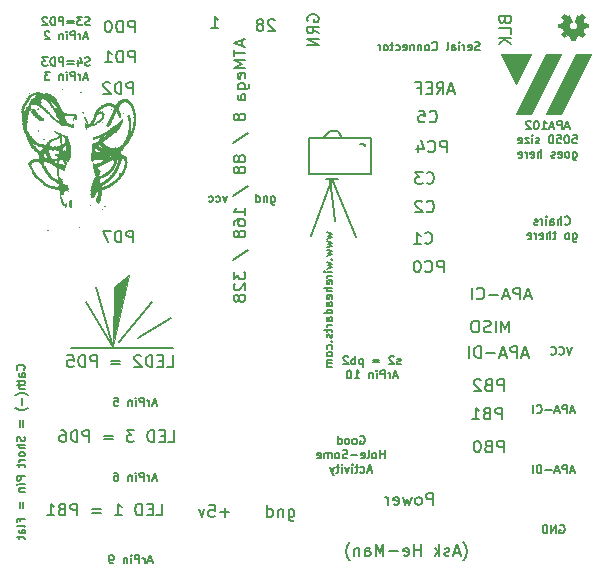
<source format=gbo>
G04 #@! TF.GenerationSoftware,KiCad,Pcbnew,(5.1.2)-1*
G04 #@! TF.CreationDate,2019-06-09T10:24:47-07:00*
G04 #@! TF.ProjectId,gen3basic,67656e33-6261-4736-9963-2e6b69636164,v1.0a*
G04 #@! TF.SameCoordinates,PX3072580PY2a640d0*
G04 #@! TF.FileFunction,Legend,Bot*
G04 #@! TF.FilePolarity,Positive*
%FSLAX46Y46*%
G04 Gerber Fmt 4.6, Leading zero omitted, Abs format (unit mm)*
G04 Created by KiCad (PCBNEW (5.1.2)-1) date 2019-06-09 10:24:47*
%MOMM*%
%LPD*%
G04 APERTURE LIST*
%ADD10C,0.150000*%
%ADD11C,0.100000*%
%ADD12C,0.010000*%
G04 APERTURE END LIST*
D10*
X47282666Y-10473666D02*
X46949333Y-10473666D01*
X47349333Y-10673666D02*
X47116000Y-9973666D01*
X46882666Y-10673666D01*
X46649333Y-10673666D02*
X46649333Y-9973666D01*
X46382666Y-9973666D01*
X46316000Y-10007000D01*
X46282666Y-10040333D01*
X46249333Y-10107000D01*
X46249333Y-10207000D01*
X46282666Y-10273666D01*
X46316000Y-10307000D01*
X46382666Y-10340333D01*
X46649333Y-10340333D01*
X45982666Y-10473666D02*
X45649333Y-10473666D01*
X46049333Y-10673666D02*
X45816000Y-9973666D01*
X45582666Y-10673666D01*
X44982666Y-10673666D02*
X45382666Y-10673666D01*
X45182666Y-10673666D02*
X45182666Y-9973666D01*
X45249333Y-10073666D01*
X45316000Y-10140333D01*
X45382666Y-10173666D01*
X44549333Y-9973666D02*
X44482666Y-9973666D01*
X44416000Y-10007000D01*
X44382666Y-10040333D01*
X44349333Y-10107000D01*
X44316000Y-10240333D01*
X44316000Y-10407000D01*
X44349333Y-10540333D01*
X44382666Y-10607000D01*
X44416000Y-10640333D01*
X44482666Y-10673666D01*
X44549333Y-10673666D01*
X44616000Y-10640333D01*
X44649333Y-10607000D01*
X44682666Y-10540333D01*
X44716000Y-10407000D01*
X44716000Y-10240333D01*
X44682666Y-10107000D01*
X44649333Y-10040333D01*
X44616000Y-10007000D01*
X44549333Y-9973666D01*
X44049333Y-10040333D02*
X44016000Y-10007000D01*
X43949333Y-9973666D01*
X43782666Y-9973666D01*
X43716000Y-10007000D01*
X43682666Y-10040333D01*
X43649333Y-10107000D01*
X43649333Y-10173666D01*
X43682666Y-10273666D01*
X44082666Y-10673666D01*
X43649333Y-10673666D01*
X47599333Y-11173666D02*
X47932666Y-11173666D01*
X47966000Y-11507000D01*
X47932666Y-11473666D01*
X47866000Y-11440333D01*
X47699333Y-11440333D01*
X47632666Y-11473666D01*
X47599333Y-11507000D01*
X47566000Y-11573666D01*
X47566000Y-11740333D01*
X47599333Y-11807000D01*
X47632666Y-11840333D01*
X47699333Y-11873666D01*
X47866000Y-11873666D01*
X47932666Y-11840333D01*
X47966000Y-11807000D01*
X47132666Y-11173666D02*
X47066000Y-11173666D01*
X46999333Y-11207000D01*
X46966000Y-11240333D01*
X46932666Y-11307000D01*
X46899333Y-11440333D01*
X46899333Y-11607000D01*
X46932666Y-11740333D01*
X46966000Y-11807000D01*
X46999333Y-11840333D01*
X47066000Y-11873666D01*
X47132666Y-11873666D01*
X47199333Y-11840333D01*
X47232666Y-11807000D01*
X47266000Y-11740333D01*
X47299333Y-11607000D01*
X47299333Y-11440333D01*
X47266000Y-11307000D01*
X47232666Y-11240333D01*
X47199333Y-11207000D01*
X47132666Y-11173666D01*
X46266000Y-11173666D02*
X46599333Y-11173666D01*
X46632666Y-11507000D01*
X46599333Y-11473666D01*
X46532666Y-11440333D01*
X46366000Y-11440333D01*
X46299333Y-11473666D01*
X46266000Y-11507000D01*
X46232666Y-11573666D01*
X46232666Y-11740333D01*
X46266000Y-11807000D01*
X46299333Y-11840333D01*
X46366000Y-11873666D01*
X46532666Y-11873666D01*
X46599333Y-11840333D01*
X46632666Y-11807000D01*
X45799333Y-11173666D02*
X45732666Y-11173666D01*
X45666000Y-11207000D01*
X45632666Y-11240333D01*
X45599333Y-11307000D01*
X45566000Y-11440333D01*
X45566000Y-11607000D01*
X45599333Y-11740333D01*
X45632666Y-11807000D01*
X45666000Y-11840333D01*
X45732666Y-11873666D01*
X45799333Y-11873666D01*
X45866000Y-11840333D01*
X45899333Y-11807000D01*
X45932666Y-11740333D01*
X45966000Y-11607000D01*
X45966000Y-11440333D01*
X45932666Y-11307000D01*
X45899333Y-11240333D01*
X45866000Y-11207000D01*
X45799333Y-11173666D01*
X44766000Y-11840333D02*
X44699333Y-11873666D01*
X44566000Y-11873666D01*
X44499333Y-11840333D01*
X44466000Y-11773666D01*
X44466000Y-11740333D01*
X44499333Y-11673666D01*
X44566000Y-11640333D01*
X44666000Y-11640333D01*
X44732666Y-11607000D01*
X44766000Y-11540333D01*
X44766000Y-11507000D01*
X44732666Y-11440333D01*
X44666000Y-11407000D01*
X44566000Y-11407000D01*
X44499333Y-11440333D01*
X44166000Y-11873666D02*
X44166000Y-11407000D01*
X44166000Y-11173666D02*
X44199333Y-11207000D01*
X44166000Y-11240333D01*
X44132666Y-11207000D01*
X44166000Y-11173666D01*
X44166000Y-11240333D01*
X43899333Y-11407000D02*
X43532666Y-11407000D01*
X43899333Y-11873666D01*
X43532666Y-11873666D01*
X42999333Y-11840333D02*
X43066000Y-11873666D01*
X43199333Y-11873666D01*
X43266000Y-11840333D01*
X43299333Y-11773666D01*
X43299333Y-11507000D01*
X43266000Y-11440333D01*
X43199333Y-11407000D01*
X43066000Y-11407000D01*
X42999333Y-11440333D01*
X42966000Y-11507000D01*
X42966000Y-11573666D01*
X43299333Y-11640333D01*
X47616000Y-12607000D02*
X47616000Y-13173666D01*
X47649333Y-13240333D01*
X47682666Y-13273666D01*
X47749333Y-13307000D01*
X47849333Y-13307000D01*
X47916000Y-13273666D01*
X47616000Y-13040333D02*
X47682666Y-13073666D01*
X47816000Y-13073666D01*
X47882666Y-13040333D01*
X47916000Y-13007000D01*
X47949333Y-12940333D01*
X47949333Y-12740333D01*
X47916000Y-12673666D01*
X47882666Y-12640333D01*
X47816000Y-12607000D01*
X47682666Y-12607000D01*
X47616000Y-12640333D01*
X47182666Y-13073666D02*
X47249333Y-13040333D01*
X47282666Y-13007000D01*
X47316000Y-12940333D01*
X47316000Y-12740333D01*
X47282666Y-12673666D01*
X47249333Y-12640333D01*
X47182666Y-12607000D01*
X47082666Y-12607000D01*
X47016000Y-12640333D01*
X46982666Y-12673666D01*
X46949333Y-12740333D01*
X46949333Y-12940333D01*
X46982666Y-13007000D01*
X47016000Y-13040333D01*
X47082666Y-13073666D01*
X47182666Y-13073666D01*
X46382666Y-13040333D02*
X46449333Y-13073666D01*
X46582666Y-13073666D01*
X46649333Y-13040333D01*
X46682666Y-12973666D01*
X46682666Y-12707000D01*
X46649333Y-12640333D01*
X46582666Y-12607000D01*
X46449333Y-12607000D01*
X46382666Y-12640333D01*
X46349333Y-12707000D01*
X46349333Y-12773666D01*
X46682666Y-12840333D01*
X46082666Y-13040333D02*
X46016000Y-13073666D01*
X45882666Y-13073666D01*
X45816000Y-13040333D01*
X45782666Y-12973666D01*
X45782666Y-12940333D01*
X45816000Y-12873666D01*
X45882666Y-12840333D01*
X45982666Y-12840333D01*
X46049333Y-12807000D01*
X46082666Y-12740333D01*
X46082666Y-12707000D01*
X46049333Y-12640333D01*
X45982666Y-12607000D01*
X45882666Y-12607000D01*
X45816000Y-12640333D01*
X44949333Y-13073666D02*
X44949333Y-12373666D01*
X44649333Y-13073666D02*
X44649333Y-12707000D01*
X44682666Y-12640333D01*
X44749333Y-12607000D01*
X44849333Y-12607000D01*
X44916000Y-12640333D01*
X44949333Y-12673666D01*
X44049333Y-13040333D02*
X44116000Y-13073666D01*
X44249333Y-13073666D01*
X44316000Y-13040333D01*
X44349333Y-12973666D01*
X44349333Y-12707000D01*
X44316000Y-12640333D01*
X44249333Y-12607000D01*
X44116000Y-12607000D01*
X44049333Y-12640333D01*
X44016000Y-12707000D01*
X44016000Y-12773666D01*
X44349333Y-12840333D01*
X43716000Y-13073666D02*
X43716000Y-12607000D01*
X43716000Y-12740333D02*
X43682666Y-12673666D01*
X43649333Y-12640333D01*
X43582666Y-12607000D01*
X43516000Y-12607000D01*
X43016000Y-13040333D02*
X43082666Y-13073666D01*
X43216000Y-13073666D01*
X43282666Y-13040333D01*
X43316000Y-12973666D01*
X43316000Y-12707000D01*
X43282666Y-12640333D01*
X43216000Y-12607000D01*
X43082666Y-12607000D01*
X43016000Y-12640333D01*
X42982666Y-12707000D01*
X42982666Y-12773666D01*
X43316000Y-12840333D01*
X27686000Y-10795000D02*
X28067000Y-11430000D01*
X27051000Y-10795000D02*
X27686000Y-10795000D01*
X26416000Y-11430000D02*
X27051000Y-10795000D01*
X27051000Y-14859000D02*
X27432000Y-18415000D01*
X27178000Y-14859000D02*
X29210000Y-19812000D01*
X27178000Y-14859000D02*
X25400000Y-19685000D01*
X26670000Y-14859000D02*
X27686000Y-14859000D01*
X29972000Y-12065000D02*
X29972000Y-11938000D01*
X29845000Y-11938000D02*
X29972000Y-12065000D01*
X29591000Y-11938000D02*
X29845000Y-11938000D01*
X25273000Y-11430000D02*
X25273000Y-14351000D01*
X30480000Y-11430000D02*
X25273000Y-11430000D01*
X30480000Y-14478000D02*
X30480000Y-11430000D01*
X25273000Y-14478000D02*
X30480000Y-14478000D01*
X29595666Y-36677000D02*
X29662333Y-36643666D01*
X29762333Y-36643666D01*
X29862333Y-36677000D01*
X29929000Y-36743666D01*
X29962333Y-36810333D01*
X29995666Y-36943666D01*
X29995666Y-37043666D01*
X29962333Y-37177000D01*
X29929000Y-37243666D01*
X29862333Y-37310333D01*
X29762333Y-37343666D01*
X29695666Y-37343666D01*
X29595666Y-37310333D01*
X29562333Y-37277000D01*
X29562333Y-37043666D01*
X29695666Y-37043666D01*
X29162333Y-37343666D02*
X29229000Y-37310333D01*
X29262333Y-37277000D01*
X29295666Y-37210333D01*
X29295666Y-37010333D01*
X29262333Y-36943666D01*
X29229000Y-36910333D01*
X29162333Y-36877000D01*
X29062333Y-36877000D01*
X28995666Y-36910333D01*
X28962333Y-36943666D01*
X28929000Y-37010333D01*
X28929000Y-37210333D01*
X28962333Y-37277000D01*
X28995666Y-37310333D01*
X29062333Y-37343666D01*
X29162333Y-37343666D01*
X28529000Y-37343666D02*
X28595666Y-37310333D01*
X28629000Y-37277000D01*
X28662333Y-37210333D01*
X28662333Y-37010333D01*
X28629000Y-36943666D01*
X28595666Y-36910333D01*
X28529000Y-36877000D01*
X28429000Y-36877000D01*
X28362333Y-36910333D01*
X28329000Y-36943666D01*
X28295666Y-37010333D01*
X28295666Y-37210333D01*
X28329000Y-37277000D01*
X28362333Y-37310333D01*
X28429000Y-37343666D01*
X28529000Y-37343666D01*
X27695666Y-37343666D02*
X27695666Y-36643666D01*
X27695666Y-37310333D02*
X27762333Y-37343666D01*
X27895666Y-37343666D01*
X27962333Y-37310333D01*
X27995666Y-37277000D01*
X28029000Y-37210333D01*
X28029000Y-37010333D01*
X27995666Y-36943666D01*
X27962333Y-36910333D01*
X27895666Y-36877000D01*
X27762333Y-36877000D01*
X27695666Y-36910333D01*
X31679000Y-38543666D02*
X31679000Y-37843666D01*
X31679000Y-38177000D02*
X31279000Y-38177000D01*
X31279000Y-38543666D02*
X31279000Y-37843666D01*
X30845666Y-38543666D02*
X30912333Y-38510333D01*
X30945666Y-38477000D01*
X30979000Y-38410333D01*
X30979000Y-38210333D01*
X30945666Y-38143666D01*
X30912333Y-38110333D01*
X30845666Y-38077000D01*
X30745666Y-38077000D01*
X30679000Y-38110333D01*
X30645666Y-38143666D01*
X30612333Y-38210333D01*
X30612333Y-38410333D01*
X30645666Y-38477000D01*
X30679000Y-38510333D01*
X30745666Y-38543666D01*
X30845666Y-38543666D01*
X30212333Y-38543666D02*
X30279000Y-38510333D01*
X30312333Y-38443666D01*
X30312333Y-37843666D01*
X29679000Y-38510333D02*
X29745666Y-38543666D01*
X29879000Y-38543666D01*
X29945666Y-38510333D01*
X29979000Y-38443666D01*
X29979000Y-38177000D01*
X29945666Y-38110333D01*
X29879000Y-38077000D01*
X29745666Y-38077000D01*
X29679000Y-38110333D01*
X29645666Y-38177000D01*
X29645666Y-38243666D01*
X29979000Y-38310333D01*
X29345666Y-38277000D02*
X28812333Y-38277000D01*
X28512333Y-38510333D02*
X28412333Y-38543666D01*
X28245666Y-38543666D01*
X28179000Y-38510333D01*
X28145666Y-38477000D01*
X28112333Y-38410333D01*
X28112333Y-38343666D01*
X28145666Y-38277000D01*
X28179000Y-38243666D01*
X28245666Y-38210333D01*
X28379000Y-38177000D01*
X28445666Y-38143666D01*
X28479000Y-38110333D01*
X28512333Y-38043666D01*
X28512333Y-37977000D01*
X28479000Y-37910333D01*
X28445666Y-37877000D01*
X28379000Y-37843666D01*
X28212333Y-37843666D01*
X28112333Y-37877000D01*
X27712333Y-38543666D02*
X27779000Y-38510333D01*
X27812333Y-38477000D01*
X27845666Y-38410333D01*
X27845666Y-38210333D01*
X27812333Y-38143666D01*
X27779000Y-38110333D01*
X27712333Y-38077000D01*
X27612333Y-38077000D01*
X27545666Y-38110333D01*
X27512333Y-38143666D01*
X27479000Y-38210333D01*
X27479000Y-38410333D01*
X27512333Y-38477000D01*
X27545666Y-38510333D01*
X27612333Y-38543666D01*
X27712333Y-38543666D01*
X27179000Y-38543666D02*
X27179000Y-38077000D01*
X27179000Y-38143666D02*
X27145666Y-38110333D01*
X27079000Y-38077000D01*
X26979000Y-38077000D01*
X26912333Y-38110333D01*
X26879000Y-38177000D01*
X26879000Y-38543666D01*
X26879000Y-38177000D02*
X26845666Y-38110333D01*
X26779000Y-38077000D01*
X26679000Y-38077000D01*
X26612333Y-38110333D01*
X26579000Y-38177000D01*
X26579000Y-38543666D01*
X25979000Y-38510333D02*
X26045666Y-38543666D01*
X26179000Y-38543666D01*
X26245666Y-38510333D01*
X26279000Y-38443666D01*
X26279000Y-38177000D01*
X26245666Y-38110333D01*
X26179000Y-38077000D01*
X26045666Y-38077000D01*
X25979000Y-38110333D01*
X25945666Y-38177000D01*
X25945666Y-38243666D01*
X26279000Y-38310333D01*
X30562333Y-39543666D02*
X30229000Y-39543666D01*
X30629000Y-39743666D02*
X30395666Y-39043666D01*
X30162333Y-39743666D01*
X29629000Y-39710333D02*
X29695666Y-39743666D01*
X29829000Y-39743666D01*
X29895666Y-39710333D01*
X29929000Y-39677000D01*
X29962333Y-39610333D01*
X29962333Y-39410333D01*
X29929000Y-39343666D01*
X29895666Y-39310333D01*
X29829000Y-39277000D01*
X29695666Y-39277000D01*
X29629000Y-39310333D01*
X29429000Y-39277000D02*
X29162333Y-39277000D01*
X29329000Y-39043666D02*
X29329000Y-39643666D01*
X29295666Y-39710333D01*
X29229000Y-39743666D01*
X29162333Y-39743666D01*
X28929000Y-39743666D02*
X28929000Y-39277000D01*
X28929000Y-39043666D02*
X28962333Y-39077000D01*
X28929000Y-39110333D01*
X28895666Y-39077000D01*
X28929000Y-39043666D01*
X28929000Y-39110333D01*
X28662333Y-39277000D02*
X28495666Y-39743666D01*
X28329000Y-39277000D01*
X28062333Y-39743666D02*
X28062333Y-39277000D01*
X28062333Y-39043666D02*
X28095666Y-39077000D01*
X28062333Y-39110333D01*
X28029000Y-39077000D01*
X28062333Y-39043666D01*
X28062333Y-39110333D01*
X27829000Y-39277000D02*
X27562333Y-39277000D01*
X27729000Y-39043666D02*
X27729000Y-39643666D01*
X27695666Y-39710333D01*
X27629000Y-39743666D01*
X27562333Y-39743666D01*
X27395666Y-39277000D02*
X27229000Y-39743666D01*
X27062333Y-39277000D02*
X27229000Y-39743666D01*
X27295666Y-39910333D01*
X27329000Y-39943666D01*
X27395666Y-39977000D01*
X10795000Y-28321000D02*
X13589000Y-26670000D01*
X9144000Y-28702000D02*
X11938000Y-25273000D01*
D11*
G36*
X8639467Y-29067873D02*
G01*
X8636000Y-29210000D01*
X8636000Y-29083000D01*
X8639467Y-29067873D01*
X8763000Y-24003000D01*
X10033000Y-22987000D01*
X8639467Y-29067873D01*
G37*
X8639467Y-29067873D02*
X8636000Y-29210000D01*
X8636000Y-29083000D01*
X8639467Y-29067873D01*
X8763000Y-24003000D01*
X10033000Y-22987000D01*
X8639467Y-29067873D01*
D10*
X8636000Y-29083000D02*
X7239000Y-24003000D01*
X8636000Y-29083000D02*
X6350000Y-25273000D01*
X5080000Y-29210000D02*
X13716000Y-29210000D01*
X26774000Y-19412666D02*
X27240666Y-19546000D01*
X26907333Y-19679333D01*
X27240666Y-19812666D01*
X26774000Y-19946000D01*
X26774000Y-20146000D02*
X27240666Y-20279333D01*
X26907333Y-20412666D01*
X27240666Y-20546000D01*
X26774000Y-20679333D01*
X26774000Y-20879333D02*
X27240666Y-21012666D01*
X26907333Y-21146000D01*
X27240666Y-21279333D01*
X26774000Y-21412666D01*
X27174000Y-21679333D02*
X27207333Y-21712666D01*
X27240666Y-21679333D01*
X27207333Y-21646000D01*
X27174000Y-21679333D01*
X27240666Y-21679333D01*
X26774000Y-21946000D02*
X27240666Y-22079333D01*
X26907333Y-22212666D01*
X27240666Y-22346000D01*
X26774000Y-22479333D01*
X27240666Y-22746000D02*
X26774000Y-22746000D01*
X26540666Y-22746000D02*
X26574000Y-22712666D01*
X26607333Y-22746000D01*
X26574000Y-22779333D01*
X26540666Y-22746000D01*
X26607333Y-22746000D01*
X27240666Y-23079333D02*
X26774000Y-23079333D01*
X26907333Y-23079333D02*
X26840666Y-23112666D01*
X26807333Y-23146000D01*
X26774000Y-23212666D01*
X26774000Y-23279333D01*
X27207333Y-23779333D02*
X27240666Y-23712666D01*
X27240666Y-23579333D01*
X27207333Y-23512666D01*
X27140666Y-23479333D01*
X26874000Y-23479333D01*
X26807333Y-23512666D01*
X26774000Y-23579333D01*
X26774000Y-23712666D01*
X26807333Y-23779333D01*
X26874000Y-23812666D01*
X26940666Y-23812666D01*
X27007333Y-23479333D01*
X27240666Y-24112666D02*
X26540666Y-24112666D01*
X27240666Y-24412666D02*
X26874000Y-24412666D01*
X26807333Y-24379333D01*
X26774000Y-24312666D01*
X26774000Y-24212666D01*
X26807333Y-24146000D01*
X26840666Y-24112666D01*
X27207333Y-25012666D02*
X27240666Y-24946000D01*
X27240666Y-24812666D01*
X27207333Y-24746000D01*
X27140666Y-24712666D01*
X26874000Y-24712666D01*
X26807333Y-24746000D01*
X26774000Y-24812666D01*
X26774000Y-24946000D01*
X26807333Y-25012666D01*
X26874000Y-25046000D01*
X26940666Y-25046000D01*
X27007333Y-24712666D01*
X27240666Y-25646000D02*
X26874000Y-25646000D01*
X26807333Y-25612666D01*
X26774000Y-25546000D01*
X26774000Y-25412666D01*
X26807333Y-25346000D01*
X27207333Y-25646000D02*
X27240666Y-25579333D01*
X27240666Y-25412666D01*
X27207333Y-25346000D01*
X27140666Y-25312666D01*
X27074000Y-25312666D01*
X27007333Y-25346000D01*
X26974000Y-25412666D01*
X26974000Y-25579333D01*
X26940666Y-25646000D01*
X27240666Y-26279333D02*
X26540666Y-26279333D01*
X27207333Y-26279333D02*
X27240666Y-26212666D01*
X27240666Y-26079333D01*
X27207333Y-26012666D01*
X27174000Y-25979333D01*
X27107333Y-25946000D01*
X26907333Y-25946000D01*
X26840666Y-25979333D01*
X26807333Y-26012666D01*
X26774000Y-26079333D01*
X26774000Y-26212666D01*
X26807333Y-26279333D01*
X27240666Y-26912666D02*
X26874000Y-26912666D01*
X26807333Y-26879333D01*
X26774000Y-26812666D01*
X26774000Y-26679333D01*
X26807333Y-26612666D01*
X27207333Y-26912666D02*
X27240666Y-26846000D01*
X27240666Y-26679333D01*
X27207333Y-26612666D01*
X27140666Y-26579333D01*
X27074000Y-26579333D01*
X27007333Y-26612666D01*
X26974000Y-26679333D01*
X26974000Y-26846000D01*
X26940666Y-26912666D01*
X27240666Y-27246000D02*
X26774000Y-27246000D01*
X26907333Y-27246000D02*
X26840666Y-27279333D01*
X26807333Y-27312666D01*
X26774000Y-27379333D01*
X26774000Y-27446000D01*
X26774000Y-27579333D02*
X26774000Y-27846000D01*
X26540666Y-27679333D02*
X27140666Y-27679333D01*
X27207333Y-27712666D01*
X27240666Y-27779333D01*
X27240666Y-27846000D01*
X27207333Y-28046000D02*
X27240666Y-28112666D01*
X27240666Y-28246000D01*
X27207333Y-28312666D01*
X27140666Y-28346000D01*
X27107333Y-28346000D01*
X27040666Y-28312666D01*
X27007333Y-28246000D01*
X27007333Y-28146000D01*
X26974000Y-28079333D01*
X26907333Y-28046000D01*
X26874000Y-28046000D01*
X26807333Y-28079333D01*
X26774000Y-28146000D01*
X26774000Y-28246000D01*
X26807333Y-28312666D01*
X27174000Y-28646000D02*
X27207333Y-28679333D01*
X27240666Y-28646000D01*
X27207333Y-28612666D01*
X27174000Y-28646000D01*
X27240666Y-28646000D01*
X27207333Y-29279333D02*
X27240666Y-29212666D01*
X27240666Y-29079333D01*
X27207333Y-29012666D01*
X27174000Y-28979333D01*
X27107333Y-28946000D01*
X26907333Y-28946000D01*
X26840666Y-28979333D01*
X26807333Y-29012666D01*
X26774000Y-29079333D01*
X26774000Y-29212666D01*
X26807333Y-29279333D01*
X27240666Y-29679333D02*
X27207333Y-29612666D01*
X27174000Y-29579333D01*
X27107333Y-29546000D01*
X26907333Y-29546000D01*
X26840666Y-29579333D01*
X26807333Y-29612666D01*
X26774000Y-29679333D01*
X26774000Y-29779333D01*
X26807333Y-29846000D01*
X26840666Y-29879333D01*
X26907333Y-29912666D01*
X27107333Y-29912666D01*
X27174000Y-29879333D01*
X27207333Y-29846000D01*
X27240666Y-29779333D01*
X27240666Y-29679333D01*
X27240666Y-30212666D02*
X26774000Y-30212666D01*
X26840666Y-30212666D02*
X26807333Y-30246000D01*
X26774000Y-30312666D01*
X26774000Y-30412666D01*
X26807333Y-30479333D01*
X26874000Y-30512666D01*
X27240666Y-30512666D01*
X26874000Y-30512666D02*
X26807333Y-30546000D01*
X26774000Y-30612666D01*
X26774000Y-30712666D01*
X26807333Y-30779333D01*
X26874000Y-30812666D01*
X27240666Y-30812666D01*
X1139000Y-31039666D02*
X1172333Y-31006333D01*
X1205666Y-30906333D01*
X1205666Y-30839666D01*
X1172333Y-30739666D01*
X1105666Y-30673000D01*
X1039000Y-30639666D01*
X905666Y-30606333D01*
X805666Y-30606333D01*
X672333Y-30639666D01*
X605666Y-30673000D01*
X539000Y-30739666D01*
X505666Y-30839666D01*
X505666Y-30906333D01*
X539000Y-31006333D01*
X572333Y-31039666D01*
X1205666Y-31639666D02*
X839000Y-31639666D01*
X772333Y-31606333D01*
X739000Y-31539666D01*
X739000Y-31406333D01*
X772333Y-31339666D01*
X1172333Y-31639666D02*
X1205666Y-31573000D01*
X1205666Y-31406333D01*
X1172333Y-31339666D01*
X1105666Y-31306333D01*
X1039000Y-31306333D01*
X972333Y-31339666D01*
X939000Y-31406333D01*
X939000Y-31573000D01*
X905666Y-31639666D01*
X739000Y-31873000D02*
X739000Y-32139666D01*
X505666Y-31973000D02*
X1105666Y-31973000D01*
X1172333Y-32006333D01*
X1205666Y-32073000D01*
X1205666Y-32139666D01*
X1205666Y-32373000D02*
X505666Y-32373000D01*
X1205666Y-32673000D02*
X839000Y-32673000D01*
X772333Y-32639666D01*
X739000Y-32573000D01*
X739000Y-32473000D01*
X772333Y-32406333D01*
X805666Y-32373000D01*
X1472333Y-33206333D02*
X1439000Y-33173000D01*
X1339000Y-33106333D01*
X1272333Y-33073000D01*
X1172333Y-33039666D01*
X1005666Y-33006333D01*
X872333Y-33006333D01*
X705666Y-33039666D01*
X605666Y-33073000D01*
X539000Y-33106333D01*
X439000Y-33173000D01*
X405666Y-33206333D01*
X939000Y-33473000D02*
X939000Y-34006333D01*
X1472333Y-34273000D02*
X1439000Y-34306333D01*
X1339000Y-34373000D01*
X1272333Y-34406333D01*
X1172333Y-34439666D01*
X1005666Y-34473000D01*
X872333Y-34473000D01*
X705666Y-34439666D01*
X605666Y-34406333D01*
X539000Y-34373000D01*
X439000Y-34306333D01*
X405666Y-34273000D01*
X839000Y-35339666D02*
X839000Y-35873000D01*
X1039000Y-35873000D02*
X1039000Y-35339666D01*
X1172333Y-36706333D02*
X1205666Y-36806333D01*
X1205666Y-36973000D01*
X1172333Y-37039666D01*
X1139000Y-37073000D01*
X1072333Y-37106333D01*
X1005666Y-37106333D01*
X939000Y-37073000D01*
X905666Y-37039666D01*
X872333Y-36973000D01*
X839000Y-36839666D01*
X805666Y-36773000D01*
X772333Y-36739666D01*
X705666Y-36706333D01*
X639000Y-36706333D01*
X572333Y-36739666D01*
X539000Y-36773000D01*
X505666Y-36839666D01*
X505666Y-37006333D01*
X539000Y-37106333D01*
X1205666Y-37406333D02*
X505666Y-37406333D01*
X1205666Y-37706333D02*
X839000Y-37706333D01*
X772333Y-37673000D01*
X739000Y-37606333D01*
X739000Y-37506333D01*
X772333Y-37439666D01*
X805666Y-37406333D01*
X1205666Y-38139666D02*
X1172333Y-38073000D01*
X1139000Y-38039666D01*
X1072333Y-38006333D01*
X872333Y-38006333D01*
X805666Y-38039666D01*
X772333Y-38073000D01*
X739000Y-38139666D01*
X739000Y-38239666D01*
X772333Y-38306333D01*
X805666Y-38339666D01*
X872333Y-38373000D01*
X1072333Y-38373000D01*
X1139000Y-38339666D01*
X1172333Y-38306333D01*
X1205666Y-38239666D01*
X1205666Y-38139666D01*
X1205666Y-38673000D02*
X739000Y-38673000D01*
X872333Y-38673000D02*
X805666Y-38706333D01*
X772333Y-38739666D01*
X739000Y-38806333D01*
X739000Y-38873000D01*
X739000Y-39006333D02*
X739000Y-39273000D01*
X505666Y-39106333D02*
X1105666Y-39106333D01*
X1172333Y-39139666D01*
X1205666Y-39206333D01*
X1205666Y-39273000D01*
X1205666Y-40039666D02*
X505666Y-40039666D01*
X505666Y-40306333D01*
X539000Y-40373000D01*
X572333Y-40406333D01*
X639000Y-40439666D01*
X739000Y-40439666D01*
X805666Y-40406333D01*
X839000Y-40373000D01*
X872333Y-40306333D01*
X872333Y-40039666D01*
X1205666Y-40739666D02*
X739000Y-40739666D01*
X505666Y-40739666D02*
X539000Y-40706333D01*
X572333Y-40739666D01*
X539000Y-40773000D01*
X505666Y-40739666D01*
X572333Y-40739666D01*
X739000Y-41073000D02*
X1205666Y-41073000D01*
X805666Y-41073000D02*
X772333Y-41106333D01*
X739000Y-41173000D01*
X739000Y-41273000D01*
X772333Y-41339666D01*
X839000Y-41373000D01*
X1205666Y-41373000D01*
X839000Y-42239666D02*
X839000Y-42773000D01*
X1039000Y-42773000D02*
X1039000Y-42239666D01*
X839000Y-43873000D02*
X839000Y-43639666D01*
X1205666Y-43639666D02*
X505666Y-43639666D01*
X505666Y-43973000D01*
X1205666Y-44339666D02*
X1172333Y-44273000D01*
X1105666Y-44239666D01*
X505666Y-44239666D01*
X1205666Y-44906333D02*
X839000Y-44906333D01*
X772333Y-44873000D01*
X739000Y-44806333D01*
X739000Y-44673000D01*
X772333Y-44606333D01*
X1172333Y-44906333D02*
X1205666Y-44839666D01*
X1205666Y-44673000D01*
X1172333Y-44606333D01*
X1105666Y-44573000D01*
X1039000Y-44573000D01*
X972333Y-44606333D01*
X939000Y-44673000D01*
X939000Y-44839666D01*
X905666Y-44906333D01*
X739000Y-45139666D02*
X739000Y-45406333D01*
X505666Y-45239666D02*
X1105666Y-45239666D01*
X1172333Y-45273000D01*
X1205666Y-45339666D01*
X1205666Y-45406333D01*
X46930333Y-18700000D02*
X46963666Y-18733333D01*
X47063666Y-18766666D01*
X47130333Y-18766666D01*
X47230333Y-18733333D01*
X47297000Y-18666666D01*
X47330333Y-18600000D01*
X47363666Y-18466666D01*
X47363666Y-18366666D01*
X47330333Y-18233333D01*
X47297000Y-18166666D01*
X47230333Y-18100000D01*
X47130333Y-18066666D01*
X47063666Y-18066666D01*
X46963666Y-18100000D01*
X46930333Y-18133333D01*
X46630333Y-18766666D02*
X46630333Y-18066666D01*
X46330333Y-18766666D02*
X46330333Y-18400000D01*
X46363666Y-18333333D01*
X46430333Y-18300000D01*
X46530333Y-18300000D01*
X46597000Y-18333333D01*
X46630333Y-18366666D01*
X45697000Y-18766666D02*
X45697000Y-18400000D01*
X45730333Y-18333333D01*
X45797000Y-18300000D01*
X45930333Y-18300000D01*
X45997000Y-18333333D01*
X45697000Y-18733333D02*
X45763666Y-18766666D01*
X45930333Y-18766666D01*
X45997000Y-18733333D01*
X46030333Y-18666666D01*
X46030333Y-18600000D01*
X45997000Y-18533333D01*
X45930333Y-18500000D01*
X45763666Y-18500000D01*
X45697000Y-18466666D01*
X45363666Y-18766666D02*
X45363666Y-18300000D01*
X45363666Y-18066666D02*
X45397000Y-18100000D01*
X45363666Y-18133333D01*
X45330333Y-18100000D01*
X45363666Y-18066666D01*
X45363666Y-18133333D01*
X45030333Y-18766666D02*
X45030333Y-18300000D01*
X45030333Y-18433333D02*
X44997000Y-18366666D01*
X44963666Y-18333333D01*
X44897000Y-18300000D01*
X44830333Y-18300000D01*
X44630333Y-18733333D02*
X44563666Y-18766666D01*
X44430333Y-18766666D01*
X44363666Y-18733333D01*
X44330333Y-18666666D01*
X44330333Y-18633333D01*
X44363666Y-18566666D01*
X44430333Y-18533333D01*
X44530333Y-18533333D01*
X44597000Y-18500000D01*
X44630333Y-18433333D01*
X44630333Y-18400000D01*
X44597000Y-18333333D01*
X44530333Y-18300000D01*
X44430333Y-18300000D01*
X44363666Y-18333333D01*
X47613666Y-19500000D02*
X47613666Y-20066666D01*
X47647000Y-20133333D01*
X47680333Y-20166666D01*
X47747000Y-20200000D01*
X47847000Y-20200000D01*
X47913666Y-20166666D01*
X47613666Y-19933333D02*
X47680333Y-19966666D01*
X47813666Y-19966666D01*
X47880333Y-19933333D01*
X47913666Y-19900000D01*
X47947000Y-19833333D01*
X47947000Y-19633333D01*
X47913666Y-19566666D01*
X47880333Y-19533333D01*
X47813666Y-19500000D01*
X47680333Y-19500000D01*
X47613666Y-19533333D01*
X47180333Y-19966666D02*
X47247000Y-19933333D01*
X47280333Y-19900000D01*
X47313666Y-19833333D01*
X47313666Y-19633333D01*
X47280333Y-19566666D01*
X47247000Y-19533333D01*
X47180333Y-19500000D01*
X47080333Y-19500000D01*
X47013666Y-19533333D01*
X46980333Y-19566666D01*
X46947000Y-19633333D01*
X46947000Y-19833333D01*
X46980333Y-19900000D01*
X47013666Y-19933333D01*
X47080333Y-19966666D01*
X47180333Y-19966666D01*
X46213666Y-19500000D02*
X45947000Y-19500000D01*
X46113666Y-19266666D02*
X46113666Y-19866666D01*
X46080333Y-19933333D01*
X46013666Y-19966666D01*
X45947000Y-19966666D01*
X45713666Y-19966666D02*
X45713666Y-19266666D01*
X45413666Y-19966666D02*
X45413666Y-19600000D01*
X45447000Y-19533333D01*
X45513666Y-19500000D01*
X45613666Y-19500000D01*
X45680333Y-19533333D01*
X45713666Y-19566666D01*
X44813666Y-19933333D02*
X44880333Y-19966666D01*
X45013666Y-19966666D01*
X45080333Y-19933333D01*
X45113666Y-19866666D01*
X45113666Y-19600000D01*
X45080333Y-19533333D01*
X45013666Y-19500000D01*
X44880333Y-19500000D01*
X44813666Y-19533333D01*
X44780333Y-19600000D01*
X44780333Y-19666666D01*
X45113666Y-19733333D01*
X44480333Y-19966666D02*
X44480333Y-19500000D01*
X44480333Y-19633333D02*
X44447000Y-19566666D01*
X44413666Y-19533333D01*
X44347000Y-19500000D01*
X44280333Y-19500000D01*
X43780333Y-19933333D02*
X43847000Y-19966666D01*
X43980333Y-19966666D01*
X44047000Y-19933333D01*
X44080333Y-19866666D01*
X44080333Y-19600000D01*
X44047000Y-19533333D01*
X43980333Y-19500000D01*
X43847000Y-19500000D01*
X43780333Y-19533333D01*
X43747000Y-19600000D01*
X43747000Y-19666666D01*
X44080333Y-19733333D01*
X38337523Y-47188333D02*
X38385142Y-47140714D01*
X38480380Y-46997857D01*
X38528000Y-46902619D01*
X38575619Y-46759761D01*
X38623238Y-46521666D01*
X38623238Y-46331190D01*
X38575619Y-46093095D01*
X38528000Y-45950238D01*
X38480380Y-45855000D01*
X38385142Y-45712142D01*
X38337523Y-45664523D01*
X38004190Y-46521666D02*
X37528000Y-46521666D01*
X38099428Y-46807380D02*
X37766095Y-45807380D01*
X37432761Y-46807380D01*
X37147047Y-46759761D02*
X37051809Y-46807380D01*
X36861333Y-46807380D01*
X36766095Y-46759761D01*
X36718476Y-46664523D01*
X36718476Y-46616904D01*
X36766095Y-46521666D01*
X36861333Y-46474047D01*
X37004190Y-46474047D01*
X37099428Y-46426428D01*
X37147047Y-46331190D01*
X37147047Y-46283571D01*
X37099428Y-46188333D01*
X37004190Y-46140714D01*
X36861333Y-46140714D01*
X36766095Y-46188333D01*
X36289904Y-46807380D02*
X36289904Y-45807380D01*
X36194666Y-46426428D02*
X35908952Y-46807380D01*
X35908952Y-46140714D02*
X36289904Y-46521666D01*
X34718476Y-46807380D02*
X34718476Y-45807380D01*
X34718476Y-46283571D02*
X34147047Y-46283571D01*
X34147047Y-46807380D02*
X34147047Y-45807380D01*
X33289904Y-46759761D02*
X33385142Y-46807380D01*
X33575619Y-46807380D01*
X33670857Y-46759761D01*
X33718476Y-46664523D01*
X33718476Y-46283571D01*
X33670857Y-46188333D01*
X33575619Y-46140714D01*
X33385142Y-46140714D01*
X33289904Y-46188333D01*
X33242285Y-46283571D01*
X33242285Y-46378809D01*
X33718476Y-46474047D01*
X32813714Y-46426428D02*
X32051809Y-46426428D01*
X31575619Y-46807380D02*
X31575619Y-45807380D01*
X31242285Y-46521666D01*
X30908952Y-45807380D01*
X30908952Y-46807380D01*
X30004190Y-46807380D02*
X30004190Y-46283571D01*
X30051809Y-46188333D01*
X30147047Y-46140714D01*
X30337523Y-46140714D01*
X30432761Y-46188333D01*
X30004190Y-46759761D02*
X30099428Y-46807380D01*
X30337523Y-46807380D01*
X30432761Y-46759761D01*
X30480380Y-46664523D01*
X30480380Y-46569285D01*
X30432761Y-46474047D01*
X30337523Y-46426428D01*
X30099428Y-46426428D01*
X30004190Y-46378809D01*
X29528000Y-46140714D02*
X29528000Y-46807380D01*
X29528000Y-46235952D02*
X29480380Y-46188333D01*
X29385142Y-46140714D01*
X29242285Y-46140714D01*
X29147047Y-46188333D01*
X29099428Y-46283571D01*
X29099428Y-46807380D01*
X28718476Y-47188333D02*
X28670857Y-47140714D01*
X28575619Y-46997857D01*
X28528000Y-46902619D01*
X28480380Y-46759761D01*
X28432761Y-46521666D01*
X28432761Y-46331190D01*
X28480380Y-46093095D01*
X28528000Y-45950238D01*
X28575619Y-45855000D01*
X28670857Y-45712142D01*
X28718476Y-45664523D01*
X35758190Y-42489380D02*
X35758190Y-41489380D01*
X35377238Y-41489380D01*
X35282000Y-41537000D01*
X35234380Y-41584619D01*
X35186761Y-41679857D01*
X35186761Y-41822714D01*
X35234380Y-41917952D01*
X35282000Y-41965571D01*
X35377238Y-42013190D01*
X35758190Y-42013190D01*
X34615333Y-42489380D02*
X34710571Y-42441761D01*
X34758190Y-42394142D01*
X34805809Y-42298904D01*
X34805809Y-42013190D01*
X34758190Y-41917952D01*
X34710571Y-41870333D01*
X34615333Y-41822714D01*
X34472476Y-41822714D01*
X34377238Y-41870333D01*
X34329619Y-41917952D01*
X34282000Y-42013190D01*
X34282000Y-42298904D01*
X34329619Y-42394142D01*
X34377238Y-42441761D01*
X34472476Y-42489380D01*
X34615333Y-42489380D01*
X33948666Y-41822714D02*
X33758190Y-42489380D01*
X33567714Y-42013190D01*
X33377238Y-42489380D01*
X33186761Y-41822714D01*
X32424857Y-42441761D02*
X32520095Y-42489380D01*
X32710571Y-42489380D01*
X32805809Y-42441761D01*
X32853428Y-42346523D01*
X32853428Y-41965571D01*
X32805809Y-41870333D01*
X32710571Y-41822714D01*
X32520095Y-41822714D01*
X32424857Y-41870333D01*
X32377238Y-41965571D01*
X32377238Y-42060809D01*
X32853428Y-42156047D01*
X31948666Y-42489380D02*
X31948666Y-41822714D01*
X31948666Y-42013190D02*
X31901047Y-41917952D01*
X31853428Y-41870333D01*
X31758190Y-41822714D01*
X31662952Y-41822714D01*
X6699000Y-5271333D02*
X6599000Y-5304666D01*
X6432333Y-5304666D01*
X6365666Y-5271333D01*
X6332333Y-5238000D01*
X6299000Y-5171333D01*
X6299000Y-5104666D01*
X6332333Y-5038000D01*
X6365666Y-5004666D01*
X6432333Y-4971333D01*
X6565666Y-4938000D01*
X6632333Y-4904666D01*
X6665666Y-4871333D01*
X6699000Y-4804666D01*
X6699000Y-4738000D01*
X6665666Y-4671333D01*
X6632333Y-4638000D01*
X6565666Y-4604666D01*
X6399000Y-4604666D01*
X6299000Y-4638000D01*
X5699000Y-4838000D02*
X5699000Y-5304666D01*
X5865666Y-4571333D02*
X6032333Y-5071333D01*
X5599000Y-5071333D01*
X5332333Y-4938000D02*
X4799000Y-4938000D01*
X4799000Y-5138000D02*
X5332333Y-5138000D01*
X4465666Y-5304666D02*
X4465666Y-4604666D01*
X4199000Y-4604666D01*
X4132333Y-4638000D01*
X4099000Y-4671333D01*
X4065666Y-4738000D01*
X4065666Y-4838000D01*
X4099000Y-4904666D01*
X4132333Y-4938000D01*
X4199000Y-4971333D01*
X4465666Y-4971333D01*
X3765666Y-5304666D02*
X3765666Y-4604666D01*
X3599000Y-4604666D01*
X3499000Y-4638000D01*
X3432333Y-4704666D01*
X3399000Y-4771333D01*
X3365666Y-4904666D01*
X3365666Y-5004666D01*
X3399000Y-5138000D01*
X3432333Y-5204666D01*
X3499000Y-5271333D01*
X3599000Y-5304666D01*
X3765666Y-5304666D01*
X3132333Y-4604666D02*
X2699000Y-4604666D01*
X2932333Y-4871333D01*
X2832333Y-4871333D01*
X2765666Y-4904666D01*
X2732333Y-4938000D01*
X2699000Y-5004666D01*
X2699000Y-5171333D01*
X2732333Y-5238000D01*
X2765666Y-5271333D01*
X2832333Y-5304666D01*
X3032333Y-5304666D01*
X3099000Y-5271333D01*
X3132333Y-5238000D01*
X6515666Y-6304666D02*
X6182333Y-6304666D01*
X6582333Y-6504666D02*
X6349000Y-5804666D01*
X6115666Y-6504666D01*
X5882333Y-6504666D02*
X5882333Y-6038000D01*
X5882333Y-6171333D02*
X5849000Y-6104666D01*
X5815666Y-6071333D01*
X5749000Y-6038000D01*
X5682333Y-6038000D01*
X5449000Y-6504666D02*
X5449000Y-5804666D01*
X5182333Y-5804666D01*
X5115666Y-5838000D01*
X5082333Y-5871333D01*
X5049000Y-5938000D01*
X5049000Y-6038000D01*
X5082333Y-6104666D01*
X5115666Y-6138000D01*
X5182333Y-6171333D01*
X5449000Y-6171333D01*
X4749000Y-6504666D02*
X4749000Y-6038000D01*
X4749000Y-5804666D02*
X4782333Y-5838000D01*
X4749000Y-5871333D01*
X4715666Y-5838000D01*
X4749000Y-5804666D01*
X4749000Y-5871333D01*
X4415666Y-6038000D02*
X4415666Y-6504666D01*
X4415666Y-6104666D02*
X4382333Y-6071333D01*
X4315666Y-6038000D01*
X4215666Y-6038000D01*
X4149000Y-6071333D01*
X4115666Y-6138000D01*
X4115666Y-6504666D01*
X3315666Y-5804666D02*
X2882333Y-5804666D01*
X3115666Y-6071333D01*
X3015666Y-6071333D01*
X2949000Y-6104666D01*
X2915666Y-6138000D01*
X2882333Y-6204666D01*
X2882333Y-6371333D01*
X2915666Y-6438000D01*
X2949000Y-6471333D01*
X3015666Y-6504666D01*
X3215666Y-6504666D01*
X3282333Y-6471333D01*
X3315666Y-6438000D01*
X6699000Y-1842333D02*
X6599000Y-1875666D01*
X6432333Y-1875666D01*
X6365666Y-1842333D01*
X6332333Y-1809000D01*
X6299000Y-1742333D01*
X6299000Y-1675666D01*
X6332333Y-1609000D01*
X6365666Y-1575666D01*
X6432333Y-1542333D01*
X6565666Y-1509000D01*
X6632333Y-1475666D01*
X6665666Y-1442333D01*
X6699000Y-1375666D01*
X6699000Y-1309000D01*
X6665666Y-1242333D01*
X6632333Y-1209000D01*
X6565666Y-1175666D01*
X6399000Y-1175666D01*
X6299000Y-1209000D01*
X6065666Y-1175666D02*
X5632333Y-1175666D01*
X5865666Y-1442333D01*
X5765666Y-1442333D01*
X5699000Y-1475666D01*
X5665666Y-1509000D01*
X5632333Y-1575666D01*
X5632333Y-1742333D01*
X5665666Y-1809000D01*
X5699000Y-1842333D01*
X5765666Y-1875666D01*
X5965666Y-1875666D01*
X6032333Y-1842333D01*
X6065666Y-1809000D01*
X5332333Y-1509000D02*
X4799000Y-1509000D01*
X4799000Y-1709000D02*
X5332333Y-1709000D01*
X4465666Y-1875666D02*
X4465666Y-1175666D01*
X4199000Y-1175666D01*
X4132333Y-1209000D01*
X4099000Y-1242333D01*
X4065666Y-1309000D01*
X4065666Y-1409000D01*
X4099000Y-1475666D01*
X4132333Y-1509000D01*
X4199000Y-1542333D01*
X4465666Y-1542333D01*
X3765666Y-1875666D02*
X3765666Y-1175666D01*
X3599000Y-1175666D01*
X3499000Y-1209000D01*
X3432333Y-1275666D01*
X3399000Y-1342333D01*
X3365666Y-1475666D01*
X3365666Y-1575666D01*
X3399000Y-1709000D01*
X3432333Y-1775666D01*
X3499000Y-1842333D01*
X3599000Y-1875666D01*
X3765666Y-1875666D01*
X3099000Y-1242333D02*
X3065666Y-1209000D01*
X2999000Y-1175666D01*
X2832333Y-1175666D01*
X2765666Y-1209000D01*
X2732333Y-1242333D01*
X2699000Y-1309000D01*
X2699000Y-1375666D01*
X2732333Y-1475666D01*
X3132333Y-1875666D01*
X2699000Y-1875666D01*
X6515666Y-2875666D02*
X6182333Y-2875666D01*
X6582333Y-3075666D02*
X6349000Y-2375666D01*
X6115666Y-3075666D01*
X5882333Y-3075666D02*
X5882333Y-2609000D01*
X5882333Y-2742333D02*
X5849000Y-2675666D01*
X5815666Y-2642333D01*
X5749000Y-2609000D01*
X5682333Y-2609000D01*
X5449000Y-3075666D02*
X5449000Y-2375666D01*
X5182333Y-2375666D01*
X5115666Y-2409000D01*
X5082333Y-2442333D01*
X5049000Y-2509000D01*
X5049000Y-2609000D01*
X5082333Y-2675666D01*
X5115666Y-2709000D01*
X5182333Y-2742333D01*
X5449000Y-2742333D01*
X4749000Y-3075666D02*
X4749000Y-2609000D01*
X4749000Y-2375666D02*
X4782333Y-2409000D01*
X4749000Y-2442333D01*
X4715666Y-2409000D01*
X4749000Y-2375666D01*
X4749000Y-2442333D01*
X4415666Y-2609000D02*
X4415666Y-3075666D01*
X4415666Y-2675666D02*
X4382333Y-2642333D01*
X4315666Y-2609000D01*
X4215666Y-2609000D01*
X4149000Y-2642333D01*
X4115666Y-2709000D01*
X4115666Y-3075666D01*
X3282333Y-2442333D02*
X3249000Y-2409000D01*
X3182333Y-2375666D01*
X3015666Y-2375666D01*
X2949000Y-2409000D01*
X2915666Y-2442333D01*
X2882333Y-2509000D01*
X2882333Y-2575666D01*
X2915666Y-2675666D01*
X3315666Y-3075666D01*
X2882333Y-3075666D01*
X33023666Y-30544333D02*
X32957000Y-30577666D01*
X32823666Y-30577666D01*
X32757000Y-30544333D01*
X32723666Y-30477666D01*
X32723666Y-30444333D01*
X32757000Y-30377666D01*
X32823666Y-30344333D01*
X32923666Y-30344333D01*
X32990333Y-30311000D01*
X33023666Y-30244333D01*
X33023666Y-30211000D01*
X32990333Y-30144333D01*
X32923666Y-30111000D01*
X32823666Y-30111000D01*
X32757000Y-30144333D01*
X32457000Y-29944333D02*
X32423666Y-29911000D01*
X32357000Y-29877666D01*
X32190333Y-29877666D01*
X32123666Y-29911000D01*
X32090333Y-29944333D01*
X32057000Y-30011000D01*
X32057000Y-30077666D01*
X32090333Y-30177666D01*
X32490333Y-30577666D01*
X32057000Y-30577666D01*
X31223666Y-30211000D02*
X30690333Y-30211000D01*
X30690333Y-30411000D02*
X31223666Y-30411000D01*
X29823666Y-30111000D02*
X29823666Y-30811000D01*
X29823666Y-30144333D02*
X29757000Y-30111000D01*
X29623666Y-30111000D01*
X29557000Y-30144333D01*
X29523666Y-30177666D01*
X29490333Y-30244333D01*
X29490333Y-30444333D01*
X29523666Y-30511000D01*
X29557000Y-30544333D01*
X29623666Y-30577666D01*
X29757000Y-30577666D01*
X29823666Y-30544333D01*
X29190333Y-30577666D02*
X29190333Y-29877666D01*
X29190333Y-30144333D02*
X29123666Y-30111000D01*
X28990333Y-30111000D01*
X28923666Y-30144333D01*
X28890333Y-30177666D01*
X28857000Y-30244333D01*
X28857000Y-30444333D01*
X28890333Y-30511000D01*
X28923666Y-30544333D01*
X28990333Y-30577666D01*
X29123666Y-30577666D01*
X29190333Y-30544333D01*
X28590333Y-29944333D02*
X28557000Y-29911000D01*
X28490333Y-29877666D01*
X28323666Y-29877666D01*
X28257000Y-29911000D01*
X28223666Y-29944333D01*
X28190333Y-30011000D01*
X28190333Y-30077666D01*
X28223666Y-30177666D01*
X28623666Y-30577666D01*
X28190333Y-30577666D01*
X32757000Y-31577666D02*
X32423666Y-31577666D01*
X32823666Y-31777666D02*
X32590333Y-31077666D01*
X32357000Y-31777666D01*
X32123666Y-31777666D02*
X32123666Y-31311000D01*
X32123666Y-31444333D02*
X32090333Y-31377666D01*
X32057000Y-31344333D01*
X31990333Y-31311000D01*
X31923666Y-31311000D01*
X31690333Y-31777666D02*
X31690333Y-31077666D01*
X31423666Y-31077666D01*
X31357000Y-31111000D01*
X31323666Y-31144333D01*
X31290333Y-31211000D01*
X31290333Y-31311000D01*
X31323666Y-31377666D01*
X31357000Y-31411000D01*
X31423666Y-31444333D01*
X31690333Y-31444333D01*
X30990333Y-31777666D02*
X30990333Y-31311000D01*
X30990333Y-31077666D02*
X31023666Y-31111000D01*
X30990333Y-31144333D01*
X30957000Y-31111000D01*
X30990333Y-31077666D01*
X30990333Y-31144333D01*
X30657000Y-31311000D02*
X30657000Y-31777666D01*
X30657000Y-31377666D02*
X30623666Y-31344333D01*
X30557000Y-31311000D01*
X30457000Y-31311000D01*
X30390333Y-31344333D01*
X30357000Y-31411000D01*
X30357000Y-31777666D01*
X29123666Y-31777666D02*
X29523666Y-31777666D01*
X29323666Y-31777666D02*
X29323666Y-31077666D01*
X29390333Y-31177666D01*
X29457000Y-31244333D01*
X29523666Y-31277666D01*
X28690333Y-31077666D02*
X28623666Y-31077666D01*
X28557000Y-31111000D01*
X28523666Y-31144333D01*
X28490333Y-31211000D01*
X28457000Y-31344333D01*
X28457000Y-31511000D01*
X28490333Y-31644333D01*
X28523666Y-31711000D01*
X28557000Y-31744333D01*
X28623666Y-31777666D01*
X28690333Y-31777666D01*
X28757000Y-31744333D01*
X28790333Y-31711000D01*
X28823666Y-31644333D01*
X28857000Y-31511000D01*
X28857000Y-31344333D01*
X28823666Y-31211000D01*
X28790333Y-31144333D01*
X28757000Y-31111000D01*
X28690333Y-31077666D01*
X11976666Y-47233666D02*
X11643333Y-47233666D01*
X12043333Y-47433666D02*
X11810000Y-46733666D01*
X11576666Y-47433666D01*
X11343333Y-47433666D02*
X11343333Y-46967000D01*
X11343333Y-47100333D02*
X11310000Y-47033666D01*
X11276666Y-47000333D01*
X11210000Y-46967000D01*
X11143333Y-46967000D01*
X10910000Y-47433666D02*
X10910000Y-46733666D01*
X10643333Y-46733666D01*
X10576666Y-46767000D01*
X10543333Y-46800333D01*
X10510000Y-46867000D01*
X10510000Y-46967000D01*
X10543333Y-47033666D01*
X10576666Y-47067000D01*
X10643333Y-47100333D01*
X10910000Y-47100333D01*
X10210000Y-47433666D02*
X10210000Y-46967000D01*
X10210000Y-46733666D02*
X10243333Y-46767000D01*
X10210000Y-46800333D01*
X10176666Y-46767000D01*
X10210000Y-46733666D01*
X10210000Y-46800333D01*
X9876666Y-46967000D02*
X9876666Y-47433666D01*
X9876666Y-47033666D02*
X9843333Y-47000333D01*
X9776666Y-46967000D01*
X9676666Y-46967000D01*
X9610000Y-47000333D01*
X9576666Y-47067000D01*
X9576666Y-47433666D01*
X8676666Y-47433666D02*
X8543333Y-47433666D01*
X8476666Y-47400333D01*
X8443333Y-47367000D01*
X8376666Y-47267000D01*
X8343333Y-47133666D01*
X8343333Y-46867000D01*
X8376666Y-46800333D01*
X8410000Y-46767000D01*
X8476666Y-46733666D01*
X8610000Y-46733666D01*
X8676666Y-46767000D01*
X8710000Y-46800333D01*
X8743333Y-46867000D01*
X8743333Y-47033666D01*
X8710000Y-47100333D01*
X8676666Y-47133666D01*
X8610000Y-47167000D01*
X8476666Y-47167000D01*
X8410000Y-47133666D01*
X8376666Y-47100333D01*
X8343333Y-47033666D01*
X12357666Y-40248666D02*
X12024333Y-40248666D01*
X12424333Y-40448666D02*
X12191000Y-39748666D01*
X11957666Y-40448666D01*
X11724333Y-40448666D02*
X11724333Y-39982000D01*
X11724333Y-40115333D02*
X11691000Y-40048666D01*
X11657666Y-40015333D01*
X11591000Y-39982000D01*
X11524333Y-39982000D01*
X11291000Y-40448666D02*
X11291000Y-39748666D01*
X11024333Y-39748666D01*
X10957666Y-39782000D01*
X10924333Y-39815333D01*
X10891000Y-39882000D01*
X10891000Y-39982000D01*
X10924333Y-40048666D01*
X10957666Y-40082000D01*
X11024333Y-40115333D01*
X11291000Y-40115333D01*
X10591000Y-40448666D02*
X10591000Y-39982000D01*
X10591000Y-39748666D02*
X10624333Y-39782000D01*
X10591000Y-39815333D01*
X10557666Y-39782000D01*
X10591000Y-39748666D01*
X10591000Y-39815333D01*
X10257666Y-39982000D02*
X10257666Y-40448666D01*
X10257666Y-40048666D02*
X10224333Y-40015333D01*
X10157666Y-39982000D01*
X10057666Y-39982000D01*
X9991000Y-40015333D01*
X9957666Y-40082000D01*
X9957666Y-40448666D01*
X8791000Y-39748666D02*
X8924333Y-39748666D01*
X8991000Y-39782000D01*
X9024333Y-39815333D01*
X9091000Y-39915333D01*
X9124333Y-40048666D01*
X9124333Y-40315333D01*
X9091000Y-40382000D01*
X9057666Y-40415333D01*
X8991000Y-40448666D01*
X8857666Y-40448666D01*
X8791000Y-40415333D01*
X8757666Y-40382000D01*
X8724333Y-40315333D01*
X8724333Y-40148666D01*
X8757666Y-40082000D01*
X8791000Y-40048666D01*
X8857666Y-40015333D01*
X8991000Y-40015333D01*
X9057666Y-40048666D01*
X9091000Y-40082000D01*
X9124333Y-40148666D01*
X12357666Y-33898666D02*
X12024333Y-33898666D01*
X12424333Y-34098666D02*
X12191000Y-33398666D01*
X11957666Y-34098666D01*
X11724333Y-34098666D02*
X11724333Y-33632000D01*
X11724333Y-33765333D02*
X11691000Y-33698666D01*
X11657666Y-33665333D01*
X11591000Y-33632000D01*
X11524333Y-33632000D01*
X11291000Y-34098666D02*
X11291000Y-33398666D01*
X11024333Y-33398666D01*
X10957666Y-33432000D01*
X10924333Y-33465333D01*
X10891000Y-33532000D01*
X10891000Y-33632000D01*
X10924333Y-33698666D01*
X10957666Y-33732000D01*
X11024333Y-33765333D01*
X11291000Y-33765333D01*
X10591000Y-34098666D02*
X10591000Y-33632000D01*
X10591000Y-33398666D02*
X10624333Y-33432000D01*
X10591000Y-33465333D01*
X10557666Y-33432000D01*
X10591000Y-33398666D01*
X10591000Y-33465333D01*
X10257666Y-33632000D02*
X10257666Y-34098666D01*
X10257666Y-33698666D02*
X10224333Y-33665333D01*
X10157666Y-33632000D01*
X10057666Y-33632000D01*
X9991000Y-33665333D01*
X9957666Y-33732000D01*
X9957666Y-34098666D01*
X8757666Y-33398666D02*
X9091000Y-33398666D01*
X9124333Y-33732000D01*
X9091000Y-33698666D01*
X9024333Y-33665333D01*
X8857666Y-33665333D01*
X8791000Y-33698666D01*
X8757666Y-33732000D01*
X8724333Y-33798666D01*
X8724333Y-33965333D01*
X8757666Y-34032000D01*
X8791000Y-34065333D01*
X8857666Y-34098666D01*
X9024333Y-34098666D01*
X9091000Y-34065333D01*
X9124333Y-34032000D01*
X39716333Y-3966333D02*
X39616333Y-3999666D01*
X39449666Y-3999666D01*
X39383000Y-3966333D01*
X39349666Y-3933000D01*
X39316333Y-3866333D01*
X39316333Y-3799666D01*
X39349666Y-3733000D01*
X39383000Y-3699666D01*
X39449666Y-3666333D01*
X39583000Y-3633000D01*
X39649666Y-3599666D01*
X39683000Y-3566333D01*
X39716333Y-3499666D01*
X39716333Y-3433000D01*
X39683000Y-3366333D01*
X39649666Y-3333000D01*
X39583000Y-3299666D01*
X39416333Y-3299666D01*
X39316333Y-3333000D01*
X38749666Y-3966333D02*
X38816333Y-3999666D01*
X38949666Y-3999666D01*
X39016333Y-3966333D01*
X39049666Y-3899666D01*
X39049666Y-3633000D01*
X39016333Y-3566333D01*
X38949666Y-3533000D01*
X38816333Y-3533000D01*
X38749666Y-3566333D01*
X38716333Y-3633000D01*
X38716333Y-3699666D01*
X39049666Y-3766333D01*
X38416333Y-3999666D02*
X38416333Y-3533000D01*
X38416333Y-3666333D02*
X38383000Y-3599666D01*
X38349666Y-3566333D01*
X38283000Y-3533000D01*
X38216333Y-3533000D01*
X37983000Y-3999666D02*
X37983000Y-3533000D01*
X37983000Y-3299666D02*
X38016333Y-3333000D01*
X37983000Y-3366333D01*
X37949666Y-3333000D01*
X37983000Y-3299666D01*
X37983000Y-3366333D01*
X37349666Y-3999666D02*
X37349666Y-3633000D01*
X37383000Y-3566333D01*
X37449666Y-3533000D01*
X37583000Y-3533000D01*
X37649666Y-3566333D01*
X37349666Y-3966333D02*
X37416333Y-3999666D01*
X37583000Y-3999666D01*
X37649666Y-3966333D01*
X37683000Y-3899666D01*
X37683000Y-3833000D01*
X37649666Y-3766333D01*
X37583000Y-3733000D01*
X37416333Y-3733000D01*
X37349666Y-3699666D01*
X36916333Y-3999666D02*
X36983000Y-3966333D01*
X37016333Y-3899666D01*
X37016333Y-3299666D01*
X35716333Y-3933000D02*
X35749666Y-3966333D01*
X35849666Y-3999666D01*
X35916333Y-3999666D01*
X36016333Y-3966333D01*
X36083000Y-3899666D01*
X36116333Y-3833000D01*
X36149666Y-3699666D01*
X36149666Y-3599666D01*
X36116333Y-3466333D01*
X36083000Y-3399666D01*
X36016333Y-3333000D01*
X35916333Y-3299666D01*
X35849666Y-3299666D01*
X35749666Y-3333000D01*
X35716333Y-3366333D01*
X35316333Y-3999666D02*
X35383000Y-3966333D01*
X35416333Y-3933000D01*
X35449666Y-3866333D01*
X35449666Y-3666333D01*
X35416333Y-3599666D01*
X35383000Y-3566333D01*
X35316333Y-3533000D01*
X35216333Y-3533000D01*
X35149666Y-3566333D01*
X35116333Y-3599666D01*
X35083000Y-3666333D01*
X35083000Y-3866333D01*
X35116333Y-3933000D01*
X35149666Y-3966333D01*
X35216333Y-3999666D01*
X35316333Y-3999666D01*
X34783000Y-3533000D02*
X34783000Y-3999666D01*
X34783000Y-3599666D02*
X34749666Y-3566333D01*
X34683000Y-3533000D01*
X34583000Y-3533000D01*
X34516333Y-3566333D01*
X34483000Y-3633000D01*
X34483000Y-3999666D01*
X34149666Y-3533000D02*
X34149666Y-3999666D01*
X34149666Y-3599666D02*
X34116333Y-3566333D01*
X34049666Y-3533000D01*
X33949666Y-3533000D01*
X33883000Y-3566333D01*
X33849666Y-3633000D01*
X33849666Y-3999666D01*
X33249666Y-3966333D02*
X33316333Y-3999666D01*
X33449666Y-3999666D01*
X33516333Y-3966333D01*
X33549666Y-3899666D01*
X33549666Y-3633000D01*
X33516333Y-3566333D01*
X33449666Y-3533000D01*
X33316333Y-3533000D01*
X33249666Y-3566333D01*
X33216333Y-3633000D01*
X33216333Y-3699666D01*
X33549666Y-3766333D01*
X32616333Y-3966333D02*
X32683000Y-3999666D01*
X32816333Y-3999666D01*
X32883000Y-3966333D01*
X32916333Y-3933000D01*
X32949666Y-3866333D01*
X32949666Y-3666333D01*
X32916333Y-3599666D01*
X32883000Y-3566333D01*
X32816333Y-3533000D01*
X32683000Y-3533000D01*
X32616333Y-3566333D01*
X32416333Y-3533000D02*
X32149666Y-3533000D01*
X32316333Y-3299666D02*
X32316333Y-3899666D01*
X32283000Y-3966333D01*
X32216333Y-3999666D01*
X32149666Y-3999666D01*
X31816333Y-3999666D02*
X31883000Y-3966333D01*
X31916333Y-3933000D01*
X31949666Y-3866333D01*
X31949666Y-3666333D01*
X31916333Y-3599666D01*
X31883000Y-3566333D01*
X31816333Y-3533000D01*
X31716333Y-3533000D01*
X31649666Y-3566333D01*
X31616333Y-3599666D01*
X31583000Y-3666333D01*
X31583000Y-3866333D01*
X31616333Y-3933000D01*
X31649666Y-3966333D01*
X31716333Y-3999666D01*
X31816333Y-3999666D01*
X31283000Y-3999666D02*
X31283000Y-3533000D01*
X31283000Y-3666333D02*
X31249666Y-3599666D01*
X31216333Y-3566333D01*
X31149666Y-3533000D01*
X31083000Y-3533000D01*
X10382095Y-7691380D02*
X10382095Y-6691380D01*
X10001142Y-6691380D01*
X9905904Y-6739000D01*
X9858285Y-6786619D01*
X9810666Y-6881857D01*
X9810666Y-7024714D01*
X9858285Y-7119952D01*
X9905904Y-7167571D01*
X10001142Y-7215190D01*
X10382095Y-7215190D01*
X9382095Y-7691380D02*
X9382095Y-6691380D01*
X9144000Y-6691380D01*
X9001142Y-6739000D01*
X8905904Y-6834238D01*
X8858285Y-6929476D01*
X8810666Y-7119952D01*
X8810666Y-7262809D01*
X8858285Y-7453285D01*
X8905904Y-7548523D01*
X9001142Y-7643761D01*
X9144000Y-7691380D01*
X9382095Y-7691380D01*
X8429714Y-6786619D02*
X8382095Y-6739000D01*
X8286857Y-6691380D01*
X8048761Y-6691380D01*
X7953523Y-6739000D01*
X7905904Y-6786619D01*
X7858285Y-6881857D01*
X7858285Y-6977095D01*
X7905904Y-7119952D01*
X8477333Y-7691380D01*
X7858285Y-7691380D01*
X10509095Y-5024380D02*
X10509095Y-4024380D01*
X10128142Y-4024380D01*
X10032904Y-4072000D01*
X9985285Y-4119619D01*
X9937666Y-4214857D01*
X9937666Y-4357714D01*
X9985285Y-4452952D01*
X10032904Y-4500571D01*
X10128142Y-4548190D01*
X10509095Y-4548190D01*
X9509095Y-5024380D02*
X9509095Y-4024380D01*
X9271000Y-4024380D01*
X9128142Y-4072000D01*
X9032904Y-4167238D01*
X8985285Y-4262476D01*
X8937666Y-4452952D01*
X8937666Y-4595809D01*
X8985285Y-4786285D01*
X9032904Y-4881523D01*
X9128142Y-4976761D01*
X9271000Y-5024380D01*
X9509095Y-5024380D01*
X7985285Y-5024380D02*
X8556714Y-5024380D01*
X8271000Y-5024380D02*
X8271000Y-4024380D01*
X8366238Y-4167238D01*
X8461476Y-4262476D01*
X8556714Y-4310095D01*
X41838571Y-1452666D02*
X41886190Y-1595523D01*
X41933809Y-1643142D01*
X42029047Y-1690761D01*
X42171904Y-1690761D01*
X42267142Y-1643142D01*
X42314761Y-1595523D01*
X42362380Y-1500285D01*
X42362380Y-1119333D01*
X41362380Y-1119333D01*
X41362380Y-1452666D01*
X41410000Y-1547904D01*
X41457619Y-1595523D01*
X41552857Y-1643142D01*
X41648095Y-1643142D01*
X41743333Y-1595523D01*
X41790952Y-1547904D01*
X41838571Y-1452666D01*
X41838571Y-1119333D01*
X42362380Y-2595523D02*
X42362380Y-2119333D01*
X41362380Y-2119333D01*
X42362380Y-2928857D02*
X41362380Y-2928857D01*
X42362380Y-3500285D02*
X41790952Y-3071714D01*
X41362380Y-3500285D02*
X41933809Y-2928857D01*
X25154000Y-1524095D02*
X25106380Y-1428857D01*
X25106380Y-1286000D01*
X25154000Y-1143142D01*
X25249238Y-1047904D01*
X25344476Y-1000285D01*
X25534952Y-952666D01*
X25677809Y-952666D01*
X25868285Y-1000285D01*
X25963523Y-1047904D01*
X26058761Y-1143142D01*
X26106380Y-1286000D01*
X26106380Y-1381238D01*
X26058761Y-1524095D01*
X26011142Y-1571714D01*
X25677809Y-1571714D01*
X25677809Y-1381238D01*
X26106380Y-2571714D02*
X25630190Y-2238380D01*
X26106380Y-2000285D02*
X25106380Y-2000285D01*
X25106380Y-2381238D01*
X25154000Y-2476476D01*
X25201619Y-2524095D01*
X25296857Y-2571714D01*
X25439714Y-2571714D01*
X25534952Y-2524095D01*
X25582571Y-2476476D01*
X25630190Y-2381238D01*
X25630190Y-2000285D01*
X26106380Y-3000285D02*
X25106380Y-3000285D01*
X26106380Y-3571714D01*
X25106380Y-3571714D01*
X18292666Y-16360000D02*
X18126000Y-16826666D01*
X17959333Y-16360000D01*
X17392666Y-16793333D02*
X17459333Y-16826666D01*
X17592666Y-16826666D01*
X17659333Y-16793333D01*
X17692666Y-16760000D01*
X17726000Y-16693333D01*
X17726000Y-16493333D01*
X17692666Y-16426666D01*
X17659333Y-16393333D01*
X17592666Y-16360000D01*
X17459333Y-16360000D01*
X17392666Y-16393333D01*
X16792666Y-16793333D02*
X16859333Y-16826666D01*
X16992666Y-16826666D01*
X17059333Y-16793333D01*
X17092666Y-16760000D01*
X17126000Y-16693333D01*
X17126000Y-16493333D01*
X17092666Y-16426666D01*
X17059333Y-16393333D01*
X16992666Y-16360000D01*
X16859333Y-16360000D01*
X16792666Y-16393333D01*
X22073333Y-16360000D02*
X22073333Y-16926666D01*
X22106666Y-16993333D01*
X22140000Y-17026666D01*
X22206666Y-17060000D01*
X22306666Y-17060000D01*
X22373333Y-17026666D01*
X22073333Y-16793333D02*
X22140000Y-16826666D01*
X22273333Y-16826666D01*
X22340000Y-16793333D01*
X22373333Y-16760000D01*
X22406666Y-16693333D01*
X22406666Y-16493333D01*
X22373333Y-16426666D01*
X22340000Y-16393333D01*
X22273333Y-16360000D01*
X22140000Y-16360000D01*
X22073333Y-16393333D01*
X21740000Y-16360000D02*
X21740000Y-16826666D01*
X21740000Y-16426666D02*
X21706666Y-16393333D01*
X21640000Y-16360000D01*
X21540000Y-16360000D01*
X21473333Y-16393333D01*
X21440000Y-16460000D01*
X21440000Y-16826666D01*
X20806666Y-16826666D02*
X20806666Y-16126666D01*
X20806666Y-16793333D02*
X20873333Y-16826666D01*
X21006666Y-16826666D01*
X21073333Y-16793333D01*
X21106666Y-16760000D01*
X21140000Y-16693333D01*
X21140000Y-16493333D01*
X21106666Y-16426666D01*
X21073333Y-16393333D01*
X21006666Y-16360000D01*
X20873333Y-16360000D01*
X20806666Y-16393333D01*
X46507333Y-44227000D02*
X46574000Y-44193666D01*
X46674000Y-44193666D01*
X46774000Y-44227000D01*
X46840666Y-44293666D01*
X46874000Y-44360333D01*
X46907333Y-44493666D01*
X46907333Y-44593666D01*
X46874000Y-44727000D01*
X46840666Y-44793666D01*
X46774000Y-44860333D01*
X46674000Y-44893666D01*
X46607333Y-44893666D01*
X46507333Y-44860333D01*
X46474000Y-44827000D01*
X46474000Y-44593666D01*
X46607333Y-44593666D01*
X46174000Y-44893666D02*
X46174000Y-44193666D01*
X45774000Y-44893666D01*
X45774000Y-44193666D01*
X45440666Y-44893666D02*
X45440666Y-44193666D01*
X45274000Y-44193666D01*
X45174000Y-44227000D01*
X45107333Y-44293666D01*
X45074000Y-44360333D01*
X45040666Y-44493666D01*
X45040666Y-44593666D01*
X45074000Y-44727000D01*
X45107333Y-44793666D01*
X45174000Y-44860333D01*
X45274000Y-44893666D01*
X45440666Y-44893666D01*
X47740666Y-39613666D02*
X47407333Y-39613666D01*
X47807333Y-39813666D02*
X47574000Y-39113666D01*
X47340666Y-39813666D01*
X47107333Y-39813666D02*
X47107333Y-39113666D01*
X46840666Y-39113666D01*
X46774000Y-39147000D01*
X46740666Y-39180333D01*
X46707333Y-39247000D01*
X46707333Y-39347000D01*
X46740666Y-39413666D01*
X46774000Y-39447000D01*
X46840666Y-39480333D01*
X47107333Y-39480333D01*
X46440666Y-39613666D02*
X46107333Y-39613666D01*
X46507333Y-39813666D02*
X46274000Y-39113666D01*
X46040666Y-39813666D01*
X45807333Y-39547000D02*
X45274000Y-39547000D01*
X44940666Y-39813666D02*
X44940666Y-39113666D01*
X44774000Y-39113666D01*
X44674000Y-39147000D01*
X44607333Y-39213666D01*
X44574000Y-39280333D01*
X44540666Y-39413666D01*
X44540666Y-39513666D01*
X44574000Y-39647000D01*
X44607333Y-39713666D01*
X44674000Y-39780333D01*
X44774000Y-39813666D01*
X44940666Y-39813666D01*
X44240666Y-39813666D02*
X44240666Y-39113666D01*
X47740666Y-34533666D02*
X47407333Y-34533666D01*
X47807333Y-34733666D02*
X47574000Y-34033666D01*
X47340666Y-34733666D01*
X47107333Y-34733666D02*
X47107333Y-34033666D01*
X46840666Y-34033666D01*
X46774000Y-34067000D01*
X46740666Y-34100333D01*
X46707333Y-34167000D01*
X46707333Y-34267000D01*
X46740666Y-34333666D01*
X46774000Y-34367000D01*
X46840666Y-34400333D01*
X47107333Y-34400333D01*
X46440666Y-34533666D02*
X46107333Y-34533666D01*
X46507333Y-34733666D02*
X46274000Y-34033666D01*
X46040666Y-34733666D01*
X45807333Y-34467000D02*
X45274000Y-34467000D01*
X44540666Y-34667000D02*
X44574000Y-34700333D01*
X44674000Y-34733666D01*
X44740666Y-34733666D01*
X44840666Y-34700333D01*
X44907333Y-34633666D01*
X44940666Y-34567000D01*
X44974000Y-34433666D01*
X44974000Y-34333666D01*
X44940666Y-34200333D01*
X44907333Y-34133666D01*
X44840666Y-34067000D01*
X44740666Y-34033666D01*
X44674000Y-34033666D01*
X44574000Y-34067000D01*
X44540666Y-34100333D01*
X44240666Y-34733666D02*
X44240666Y-34033666D01*
X47542333Y-29080666D02*
X47309000Y-29780666D01*
X47075666Y-29080666D01*
X46442333Y-29714000D02*
X46475666Y-29747333D01*
X46575666Y-29780666D01*
X46642333Y-29780666D01*
X46742333Y-29747333D01*
X46809000Y-29680666D01*
X46842333Y-29614000D01*
X46875666Y-29480666D01*
X46875666Y-29380666D01*
X46842333Y-29247333D01*
X46809000Y-29180666D01*
X46742333Y-29114000D01*
X46642333Y-29080666D01*
X46575666Y-29080666D01*
X46475666Y-29114000D01*
X46442333Y-29147333D01*
X45742333Y-29714000D02*
X45775666Y-29747333D01*
X45875666Y-29780666D01*
X45942333Y-29780666D01*
X46042333Y-29747333D01*
X46109000Y-29680666D01*
X46142333Y-29614000D01*
X46175666Y-29480666D01*
X46175666Y-29380666D01*
X46142333Y-29247333D01*
X46109000Y-29180666D01*
X46042333Y-29114000D01*
X45942333Y-29080666D01*
X45875666Y-29080666D01*
X45775666Y-29114000D01*
X45742333Y-29147333D01*
X13247190Y-30805380D02*
X13723380Y-30805380D01*
X13723380Y-29805380D01*
X12913857Y-30281571D02*
X12580523Y-30281571D01*
X12437666Y-30805380D02*
X12913857Y-30805380D01*
X12913857Y-29805380D01*
X12437666Y-29805380D01*
X12009095Y-30805380D02*
X12009095Y-29805380D01*
X11771000Y-29805380D01*
X11628142Y-29853000D01*
X11532904Y-29948238D01*
X11485285Y-30043476D01*
X11437666Y-30233952D01*
X11437666Y-30376809D01*
X11485285Y-30567285D01*
X11532904Y-30662523D01*
X11628142Y-30757761D01*
X11771000Y-30805380D01*
X12009095Y-30805380D01*
X11056714Y-29900619D02*
X11009095Y-29853000D01*
X10913857Y-29805380D01*
X10675761Y-29805380D01*
X10580523Y-29853000D01*
X10532904Y-29900619D01*
X10485285Y-29995857D01*
X10485285Y-30091095D01*
X10532904Y-30233952D01*
X11104333Y-30805380D01*
X10485285Y-30805380D01*
X9294809Y-30281571D02*
X8532904Y-30281571D01*
X8532904Y-30567285D02*
X9294809Y-30567285D01*
X7294809Y-30805380D02*
X7294809Y-29805380D01*
X6913857Y-29805380D01*
X6818619Y-29853000D01*
X6771000Y-29900619D01*
X6723380Y-29995857D01*
X6723380Y-30138714D01*
X6771000Y-30233952D01*
X6818619Y-30281571D01*
X6913857Y-30329190D01*
X7294809Y-30329190D01*
X6294809Y-30805380D02*
X6294809Y-29805380D01*
X6056714Y-29805380D01*
X5913857Y-29853000D01*
X5818619Y-29948238D01*
X5771000Y-30043476D01*
X5723380Y-30233952D01*
X5723380Y-30376809D01*
X5771000Y-30567285D01*
X5818619Y-30662523D01*
X5913857Y-30757761D01*
X6056714Y-30805380D01*
X6294809Y-30805380D01*
X4818619Y-29805380D02*
X5294809Y-29805380D01*
X5342428Y-30281571D01*
X5294809Y-30233952D01*
X5199571Y-30186333D01*
X4961476Y-30186333D01*
X4866238Y-30233952D01*
X4818619Y-30281571D01*
X4771000Y-30376809D01*
X4771000Y-30614904D01*
X4818619Y-30710142D01*
X4866238Y-30757761D01*
X4961476Y-30805380D01*
X5199571Y-30805380D01*
X5294809Y-30757761D01*
X5342428Y-30710142D01*
X13374142Y-37155380D02*
X13850333Y-37155380D01*
X13850333Y-36155380D01*
X13040809Y-36631571D02*
X12707476Y-36631571D01*
X12564619Y-37155380D02*
X13040809Y-37155380D01*
X13040809Y-36155380D01*
X12564619Y-36155380D01*
X12136047Y-37155380D02*
X12136047Y-36155380D01*
X11897952Y-36155380D01*
X11755095Y-36203000D01*
X11659857Y-36298238D01*
X11612238Y-36393476D01*
X11564619Y-36583952D01*
X11564619Y-36726809D01*
X11612238Y-36917285D01*
X11659857Y-37012523D01*
X11755095Y-37107761D01*
X11897952Y-37155380D01*
X12136047Y-37155380D01*
X10469380Y-36155380D02*
X9850333Y-36155380D01*
X10183666Y-36536333D01*
X10040809Y-36536333D01*
X9945571Y-36583952D01*
X9897952Y-36631571D01*
X9850333Y-36726809D01*
X9850333Y-36964904D01*
X9897952Y-37060142D01*
X9945571Y-37107761D01*
X10040809Y-37155380D01*
X10326523Y-37155380D01*
X10421761Y-37107761D01*
X10469380Y-37060142D01*
X8659857Y-36631571D02*
X7897952Y-36631571D01*
X7897952Y-36917285D02*
X8659857Y-36917285D01*
X6659857Y-37155380D02*
X6659857Y-36155380D01*
X6278904Y-36155380D01*
X6183666Y-36203000D01*
X6136047Y-36250619D01*
X6088428Y-36345857D01*
X6088428Y-36488714D01*
X6136047Y-36583952D01*
X6183666Y-36631571D01*
X6278904Y-36679190D01*
X6659857Y-36679190D01*
X5659857Y-37155380D02*
X5659857Y-36155380D01*
X5421761Y-36155380D01*
X5278904Y-36203000D01*
X5183666Y-36298238D01*
X5136047Y-36393476D01*
X5088428Y-36583952D01*
X5088428Y-36726809D01*
X5136047Y-36917285D01*
X5183666Y-37012523D01*
X5278904Y-37107761D01*
X5421761Y-37155380D01*
X5659857Y-37155380D01*
X4231285Y-36155380D02*
X4421761Y-36155380D01*
X4517000Y-36203000D01*
X4564619Y-36250619D01*
X4659857Y-36393476D01*
X4707476Y-36583952D01*
X4707476Y-36964904D01*
X4659857Y-37060142D01*
X4612238Y-37107761D01*
X4517000Y-37155380D01*
X4326523Y-37155380D01*
X4231285Y-37107761D01*
X4183666Y-37060142D01*
X4136047Y-36964904D01*
X4136047Y-36726809D01*
X4183666Y-36631571D01*
X4231285Y-36583952D01*
X4326523Y-36536333D01*
X4517000Y-36536333D01*
X4612238Y-36583952D01*
X4659857Y-36631571D01*
X4707476Y-36726809D01*
X12358142Y-43378380D02*
X12834333Y-43378380D01*
X12834333Y-42378380D01*
X12024809Y-42854571D02*
X11691476Y-42854571D01*
X11548619Y-43378380D02*
X12024809Y-43378380D01*
X12024809Y-42378380D01*
X11548619Y-42378380D01*
X11120047Y-43378380D02*
X11120047Y-42378380D01*
X10881952Y-42378380D01*
X10739095Y-42426000D01*
X10643857Y-42521238D01*
X10596238Y-42616476D01*
X10548619Y-42806952D01*
X10548619Y-42949809D01*
X10596238Y-43140285D01*
X10643857Y-43235523D01*
X10739095Y-43330761D01*
X10881952Y-43378380D01*
X11120047Y-43378380D01*
X8834333Y-43378380D02*
X9405761Y-43378380D01*
X9120047Y-43378380D02*
X9120047Y-42378380D01*
X9215285Y-42521238D01*
X9310523Y-42616476D01*
X9405761Y-42664095D01*
X7643857Y-42854571D02*
X6881952Y-42854571D01*
X6881952Y-43140285D02*
X7643857Y-43140285D01*
X5643857Y-43378380D02*
X5643857Y-42378380D01*
X5262904Y-42378380D01*
X5167666Y-42426000D01*
X5120047Y-42473619D01*
X5072428Y-42568857D01*
X5072428Y-42711714D01*
X5120047Y-42806952D01*
X5167666Y-42854571D01*
X5262904Y-42902190D01*
X5643857Y-42902190D01*
X4310523Y-42854571D02*
X4167666Y-42902190D01*
X4120047Y-42949809D01*
X4072428Y-43045047D01*
X4072428Y-43187904D01*
X4120047Y-43283142D01*
X4167666Y-43330761D01*
X4262904Y-43378380D01*
X4643857Y-43378380D01*
X4643857Y-42378380D01*
X4310523Y-42378380D01*
X4215285Y-42426000D01*
X4167666Y-42473619D01*
X4120047Y-42568857D01*
X4120047Y-42664095D01*
X4167666Y-42759333D01*
X4215285Y-42806952D01*
X4310523Y-42854571D01*
X4643857Y-42854571D01*
X3120047Y-43378380D02*
X3691476Y-43378380D01*
X3405761Y-43378380D02*
X3405761Y-42378380D01*
X3501000Y-42521238D01*
X3596238Y-42616476D01*
X3691476Y-42664095D01*
X37560047Y-7405666D02*
X37083857Y-7405666D01*
X37655285Y-7691380D02*
X37321952Y-6691380D01*
X36988619Y-7691380D01*
X36083857Y-7691380D02*
X36417190Y-7215190D01*
X36655285Y-7691380D02*
X36655285Y-6691380D01*
X36274333Y-6691380D01*
X36179095Y-6739000D01*
X36131476Y-6786619D01*
X36083857Y-6881857D01*
X36083857Y-7024714D01*
X36131476Y-7119952D01*
X36179095Y-7167571D01*
X36274333Y-7215190D01*
X36655285Y-7215190D01*
X35655285Y-7167571D02*
X35321952Y-7167571D01*
X35179095Y-7691380D02*
X35655285Y-7691380D01*
X35655285Y-6691380D01*
X35179095Y-6691380D01*
X34417190Y-7167571D02*
X34750523Y-7167571D01*
X34750523Y-7691380D02*
X34750523Y-6691380D01*
X34274333Y-6691380D01*
X35472666Y-10009142D02*
X35520285Y-10056761D01*
X35663142Y-10104380D01*
X35758380Y-10104380D01*
X35901238Y-10056761D01*
X35996476Y-9961523D01*
X36044095Y-9866285D01*
X36091714Y-9675809D01*
X36091714Y-9532952D01*
X36044095Y-9342476D01*
X35996476Y-9247238D01*
X35901238Y-9152000D01*
X35758380Y-9104380D01*
X35663142Y-9104380D01*
X35520285Y-9152000D01*
X35472666Y-9199619D01*
X34567904Y-9104380D02*
X35044095Y-9104380D01*
X35091714Y-9580571D01*
X35044095Y-9532952D01*
X34948857Y-9485333D01*
X34710761Y-9485333D01*
X34615523Y-9532952D01*
X34567904Y-9580571D01*
X34520285Y-9675809D01*
X34520285Y-9913904D01*
X34567904Y-10009142D01*
X34615523Y-10056761D01*
X34710761Y-10104380D01*
X34948857Y-10104380D01*
X35044095Y-10056761D01*
X35091714Y-10009142D01*
X36925095Y-12644380D02*
X36925095Y-11644380D01*
X36544142Y-11644380D01*
X36448904Y-11692000D01*
X36401285Y-11739619D01*
X36353666Y-11834857D01*
X36353666Y-11977714D01*
X36401285Y-12072952D01*
X36448904Y-12120571D01*
X36544142Y-12168190D01*
X36925095Y-12168190D01*
X35353666Y-12549142D02*
X35401285Y-12596761D01*
X35544142Y-12644380D01*
X35639380Y-12644380D01*
X35782238Y-12596761D01*
X35877476Y-12501523D01*
X35925095Y-12406285D01*
X35972714Y-12215809D01*
X35972714Y-12072952D01*
X35925095Y-11882476D01*
X35877476Y-11787238D01*
X35782238Y-11692000D01*
X35639380Y-11644380D01*
X35544142Y-11644380D01*
X35401285Y-11692000D01*
X35353666Y-11739619D01*
X34496523Y-11977714D02*
X34496523Y-12644380D01*
X34734619Y-11596761D02*
X34972714Y-12311047D01*
X34353666Y-12311047D01*
X35218666Y-15216142D02*
X35266285Y-15263761D01*
X35409142Y-15311380D01*
X35504380Y-15311380D01*
X35647238Y-15263761D01*
X35742476Y-15168523D01*
X35790095Y-15073285D01*
X35837714Y-14882809D01*
X35837714Y-14739952D01*
X35790095Y-14549476D01*
X35742476Y-14454238D01*
X35647238Y-14359000D01*
X35504380Y-14311380D01*
X35409142Y-14311380D01*
X35266285Y-14359000D01*
X35218666Y-14406619D01*
X34885333Y-14311380D02*
X34266285Y-14311380D01*
X34599619Y-14692333D01*
X34456761Y-14692333D01*
X34361523Y-14739952D01*
X34313904Y-14787571D01*
X34266285Y-14882809D01*
X34266285Y-15120904D01*
X34313904Y-15216142D01*
X34361523Y-15263761D01*
X34456761Y-15311380D01*
X34742476Y-15311380D01*
X34837714Y-15263761D01*
X34885333Y-15216142D01*
X35218666Y-17629142D02*
X35266285Y-17676761D01*
X35409142Y-17724380D01*
X35504380Y-17724380D01*
X35647238Y-17676761D01*
X35742476Y-17581523D01*
X35790095Y-17486285D01*
X35837714Y-17295809D01*
X35837714Y-17152952D01*
X35790095Y-16962476D01*
X35742476Y-16867238D01*
X35647238Y-16772000D01*
X35504380Y-16724380D01*
X35409142Y-16724380D01*
X35266285Y-16772000D01*
X35218666Y-16819619D01*
X34837714Y-16819619D02*
X34790095Y-16772000D01*
X34694857Y-16724380D01*
X34456761Y-16724380D01*
X34361523Y-16772000D01*
X34313904Y-16819619D01*
X34266285Y-16914857D01*
X34266285Y-17010095D01*
X34313904Y-17152952D01*
X34885333Y-17724380D01*
X34266285Y-17724380D01*
X35091666Y-20296142D02*
X35139285Y-20343761D01*
X35282142Y-20391380D01*
X35377380Y-20391380D01*
X35520238Y-20343761D01*
X35615476Y-20248523D01*
X35663095Y-20153285D01*
X35710714Y-19962809D01*
X35710714Y-19819952D01*
X35663095Y-19629476D01*
X35615476Y-19534238D01*
X35520238Y-19439000D01*
X35377380Y-19391380D01*
X35282142Y-19391380D01*
X35139285Y-19439000D01*
X35091666Y-19486619D01*
X34139285Y-20391380D02*
X34710714Y-20391380D01*
X34425000Y-20391380D02*
X34425000Y-19391380D01*
X34520238Y-19534238D01*
X34615476Y-19629476D01*
X34710714Y-19677095D01*
X36671095Y-22804380D02*
X36671095Y-21804380D01*
X36290142Y-21804380D01*
X36194904Y-21852000D01*
X36147285Y-21899619D01*
X36099666Y-21994857D01*
X36099666Y-22137714D01*
X36147285Y-22232952D01*
X36194904Y-22280571D01*
X36290142Y-22328190D01*
X36671095Y-22328190D01*
X35099666Y-22709142D02*
X35147285Y-22756761D01*
X35290142Y-22804380D01*
X35385380Y-22804380D01*
X35528238Y-22756761D01*
X35623476Y-22661523D01*
X35671095Y-22566285D01*
X35718714Y-22375809D01*
X35718714Y-22232952D01*
X35671095Y-22042476D01*
X35623476Y-21947238D01*
X35528238Y-21852000D01*
X35385380Y-21804380D01*
X35290142Y-21804380D01*
X35147285Y-21852000D01*
X35099666Y-21899619D01*
X34480619Y-21804380D02*
X34385380Y-21804380D01*
X34290142Y-21852000D01*
X34242523Y-21899619D01*
X34194904Y-21994857D01*
X34147285Y-22185333D01*
X34147285Y-22423428D01*
X34194904Y-22613904D01*
X34242523Y-22709142D01*
X34290142Y-22756761D01*
X34385380Y-22804380D01*
X34480619Y-22804380D01*
X34575857Y-22756761D01*
X34623476Y-22709142D01*
X34671095Y-22613904D01*
X34718714Y-22423428D01*
X34718714Y-22185333D01*
X34671095Y-21994857D01*
X34623476Y-21899619D01*
X34575857Y-21852000D01*
X34480619Y-21804380D01*
X10509095Y-2484380D02*
X10509095Y-1484380D01*
X10128142Y-1484380D01*
X10032904Y-1532000D01*
X9985285Y-1579619D01*
X9937666Y-1674857D01*
X9937666Y-1817714D01*
X9985285Y-1912952D01*
X10032904Y-1960571D01*
X10128142Y-2008190D01*
X10509095Y-2008190D01*
X9509095Y-2484380D02*
X9509095Y-1484380D01*
X9271000Y-1484380D01*
X9128142Y-1532000D01*
X9032904Y-1627238D01*
X8985285Y-1722476D01*
X8937666Y-1912952D01*
X8937666Y-2055809D01*
X8985285Y-2246285D01*
X9032904Y-2341523D01*
X9128142Y-2436761D01*
X9271000Y-2484380D01*
X9509095Y-2484380D01*
X8318619Y-1484380D02*
X8223380Y-1484380D01*
X8128142Y-1532000D01*
X8080523Y-1579619D01*
X8032904Y-1674857D01*
X7985285Y-1865333D01*
X7985285Y-2103428D01*
X8032904Y-2293904D01*
X8080523Y-2389142D01*
X8128142Y-2436761D01*
X8223380Y-2484380D01*
X8318619Y-2484380D01*
X8413857Y-2436761D01*
X8461476Y-2389142D01*
X8509095Y-2293904D01*
X8556714Y-2103428D01*
X8556714Y-1865333D01*
X8509095Y-1674857D01*
X8461476Y-1579619D01*
X8413857Y-1532000D01*
X8318619Y-1484380D01*
X10382095Y-20264380D02*
X10382095Y-19264380D01*
X10001142Y-19264380D01*
X9905904Y-19312000D01*
X9858285Y-19359619D01*
X9810666Y-19454857D01*
X9810666Y-19597714D01*
X9858285Y-19692952D01*
X9905904Y-19740571D01*
X10001142Y-19788190D01*
X10382095Y-19788190D01*
X9382095Y-20264380D02*
X9382095Y-19264380D01*
X9144000Y-19264380D01*
X9001142Y-19312000D01*
X8905904Y-19407238D01*
X8858285Y-19502476D01*
X8810666Y-19692952D01*
X8810666Y-19835809D01*
X8858285Y-20026285D01*
X8905904Y-20121523D01*
X9001142Y-20216761D01*
X9144000Y-20264380D01*
X9382095Y-20264380D01*
X8477333Y-19264380D02*
X7810666Y-19264380D01*
X8239238Y-20264380D01*
X23550476Y-42838714D02*
X23550476Y-43648238D01*
X23598095Y-43743476D01*
X23645714Y-43791095D01*
X23740952Y-43838714D01*
X23883809Y-43838714D01*
X23979047Y-43791095D01*
X23550476Y-43457761D02*
X23645714Y-43505380D01*
X23836190Y-43505380D01*
X23931428Y-43457761D01*
X23979047Y-43410142D01*
X24026666Y-43314904D01*
X24026666Y-43029190D01*
X23979047Y-42933952D01*
X23931428Y-42886333D01*
X23836190Y-42838714D01*
X23645714Y-42838714D01*
X23550476Y-42886333D01*
X23074285Y-42838714D02*
X23074285Y-43505380D01*
X23074285Y-42933952D02*
X23026666Y-42886333D01*
X22931428Y-42838714D01*
X22788571Y-42838714D01*
X22693333Y-42886333D01*
X22645714Y-42981571D01*
X22645714Y-43505380D01*
X21740952Y-43505380D02*
X21740952Y-42505380D01*
X21740952Y-43457761D02*
X21836190Y-43505380D01*
X22026666Y-43505380D01*
X22121904Y-43457761D01*
X22169523Y-43410142D01*
X22217142Y-43314904D01*
X22217142Y-43029190D01*
X22169523Y-42933952D01*
X22121904Y-42886333D01*
X22026666Y-42838714D01*
X21836190Y-42838714D01*
X21740952Y-42886333D01*
X18510095Y-43124428D02*
X17748190Y-43124428D01*
X18129142Y-43505380D02*
X18129142Y-42743476D01*
X16795809Y-42505380D02*
X17272000Y-42505380D01*
X17319619Y-42981571D01*
X17272000Y-42933952D01*
X17176761Y-42886333D01*
X16938666Y-42886333D01*
X16843428Y-42933952D01*
X16795809Y-42981571D01*
X16748190Y-43076809D01*
X16748190Y-43314904D01*
X16795809Y-43410142D01*
X16843428Y-43457761D01*
X16938666Y-43505380D01*
X17176761Y-43505380D01*
X17272000Y-43457761D01*
X17319619Y-43410142D01*
X16414857Y-42838714D02*
X16176761Y-43505380D01*
X15938666Y-42838714D01*
X41751095Y-38044380D02*
X41751095Y-37044380D01*
X41370142Y-37044380D01*
X41274904Y-37092000D01*
X41227285Y-37139619D01*
X41179666Y-37234857D01*
X41179666Y-37377714D01*
X41227285Y-37472952D01*
X41274904Y-37520571D01*
X41370142Y-37568190D01*
X41751095Y-37568190D01*
X40417761Y-37520571D02*
X40274904Y-37568190D01*
X40227285Y-37615809D01*
X40179666Y-37711047D01*
X40179666Y-37853904D01*
X40227285Y-37949142D01*
X40274904Y-37996761D01*
X40370142Y-38044380D01*
X40751095Y-38044380D01*
X40751095Y-37044380D01*
X40417761Y-37044380D01*
X40322523Y-37092000D01*
X40274904Y-37139619D01*
X40227285Y-37234857D01*
X40227285Y-37330095D01*
X40274904Y-37425333D01*
X40322523Y-37472952D01*
X40417761Y-37520571D01*
X40751095Y-37520571D01*
X39560619Y-37044380D02*
X39465380Y-37044380D01*
X39370142Y-37092000D01*
X39322523Y-37139619D01*
X39274904Y-37234857D01*
X39227285Y-37425333D01*
X39227285Y-37663428D01*
X39274904Y-37853904D01*
X39322523Y-37949142D01*
X39370142Y-37996761D01*
X39465380Y-38044380D01*
X39560619Y-38044380D01*
X39655857Y-37996761D01*
X39703476Y-37949142D01*
X39751095Y-37853904D01*
X39798714Y-37663428D01*
X39798714Y-37425333D01*
X39751095Y-37234857D01*
X39703476Y-37139619D01*
X39655857Y-37092000D01*
X39560619Y-37044380D01*
X41624095Y-35250380D02*
X41624095Y-34250380D01*
X41243142Y-34250380D01*
X41147904Y-34298000D01*
X41100285Y-34345619D01*
X41052666Y-34440857D01*
X41052666Y-34583714D01*
X41100285Y-34678952D01*
X41147904Y-34726571D01*
X41243142Y-34774190D01*
X41624095Y-34774190D01*
X40290761Y-34726571D02*
X40147904Y-34774190D01*
X40100285Y-34821809D01*
X40052666Y-34917047D01*
X40052666Y-35059904D01*
X40100285Y-35155142D01*
X40147904Y-35202761D01*
X40243142Y-35250380D01*
X40624095Y-35250380D01*
X40624095Y-34250380D01*
X40290761Y-34250380D01*
X40195523Y-34298000D01*
X40147904Y-34345619D01*
X40100285Y-34440857D01*
X40100285Y-34536095D01*
X40147904Y-34631333D01*
X40195523Y-34678952D01*
X40290761Y-34726571D01*
X40624095Y-34726571D01*
X39100285Y-35250380D02*
X39671714Y-35250380D01*
X39386000Y-35250380D02*
X39386000Y-34250380D01*
X39481238Y-34393238D01*
X39576476Y-34488476D01*
X39671714Y-34536095D01*
X41751095Y-32837380D02*
X41751095Y-31837380D01*
X41370142Y-31837380D01*
X41274904Y-31885000D01*
X41227285Y-31932619D01*
X41179666Y-32027857D01*
X41179666Y-32170714D01*
X41227285Y-32265952D01*
X41274904Y-32313571D01*
X41370142Y-32361190D01*
X41751095Y-32361190D01*
X40417761Y-32313571D02*
X40274904Y-32361190D01*
X40227285Y-32408809D01*
X40179666Y-32504047D01*
X40179666Y-32646904D01*
X40227285Y-32742142D01*
X40274904Y-32789761D01*
X40370142Y-32837380D01*
X40751095Y-32837380D01*
X40751095Y-31837380D01*
X40417761Y-31837380D01*
X40322523Y-31885000D01*
X40274904Y-31932619D01*
X40227285Y-32027857D01*
X40227285Y-32123095D01*
X40274904Y-32218333D01*
X40322523Y-32265952D01*
X40417761Y-32313571D01*
X40751095Y-32313571D01*
X39798714Y-31932619D02*
X39751095Y-31885000D01*
X39655857Y-31837380D01*
X39417761Y-31837380D01*
X39322523Y-31885000D01*
X39274904Y-31932619D01*
X39227285Y-32027857D01*
X39227285Y-32123095D01*
X39274904Y-32265952D01*
X39846333Y-32837380D01*
X39227285Y-32837380D01*
X43798809Y-29757666D02*
X43322619Y-29757666D01*
X43894047Y-30043380D02*
X43560714Y-29043380D01*
X43227380Y-30043380D01*
X42894047Y-30043380D02*
X42894047Y-29043380D01*
X42513095Y-29043380D01*
X42417857Y-29091000D01*
X42370238Y-29138619D01*
X42322619Y-29233857D01*
X42322619Y-29376714D01*
X42370238Y-29471952D01*
X42417857Y-29519571D01*
X42513095Y-29567190D01*
X42894047Y-29567190D01*
X41941666Y-29757666D02*
X41465476Y-29757666D01*
X42036904Y-30043380D02*
X41703571Y-29043380D01*
X41370238Y-30043380D01*
X41036904Y-29662428D02*
X40275000Y-29662428D01*
X39798809Y-30043380D02*
X39798809Y-29043380D01*
X39560714Y-29043380D01*
X39417857Y-29091000D01*
X39322619Y-29186238D01*
X39275000Y-29281476D01*
X39227380Y-29471952D01*
X39227380Y-29614809D01*
X39275000Y-29805285D01*
X39322619Y-29900523D01*
X39417857Y-29995761D01*
X39560714Y-30043380D01*
X39798809Y-30043380D01*
X38798809Y-30043380D02*
X38798809Y-29043380D01*
X42211428Y-27884380D02*
X42211428Y-26884380D01*
X41878095Y-27598666D01*
X41544761Y-26884380D01*
X41544761Y-27884380D01*
X41068571Y-27884380D02*
X41068571Y-26884380D01*
X40640000Y-27836761D02*
X40497142Y-27884380D01*
X40259047Y-27884380D01*
X40163809Y-27836761D01*
X40116190Y-27789142D01*
X40068571Y-27693904D01*
X40068571Y-27598666D01*
X40116190Y-27503428D01*
X40163809Y-27455809D01*
X40259047Y-27408190D01*
X40449523Y-27360571D01*
X40544761Y-27312952D01*
X40592380Y-27265333D01*
X40640000Y-27170095D01*
X40640000Y-27074857D01*
X40592380Y-26979619D01*
X40544761Y-26932000D01*
X40449523Y-26884380D01*
X40211428Y-26884380D01*
X40068571Y-26932000D01*
X39449523Y-26884380D02*
X39259047Y-26884380D01*
X39163809Y-26932000D01*
X39068571Y-27027238D01*
X39020952Y-27217714D01*
X39020952Y-27551047D01*
X39068571Y-27741523D01*
X39163809Y-27836761D01*
X39259047Y-27884380D01*
X39449523Y-27884380D01*
X39544761Y-27836761D01*
X39640000Y-27741523D01*
X39687619Y-27551047D01*
X39687619Y-27217714D01*
X39640000Y-27027238D01*
X39544761Y-26932000D01*
X39449523Y-26884380D01*
X44052809Y-24804666D02*
X43576619Y-24804666D01*
X44148047Y-25090380D02*
X43814714Y-24090380D01*
X43481380Y-25090380D01*
X43148047Y-25090380D02*
X43148047Y-24090380D01*
X42767095Y-24090380D01*
X42671857Y-24138000D01*
X42624238Y-24185619D01*
X42576619Y-24280857D01*
X42576619Y-24423714D01*
X42624238Y-24518952D01*
X42671857Y-24566571D01*
X42767095Y-24614190D01*
X43148047Y-24614190D01*
X42195666Y-24804666D02*
X41719476Y-24804666D01*
X42290904Y-25090380D02*
X41957571Y-24090380D01*
X41624238Y-25090380D01*
X41290904Y-24709428D02*
X40529000Y-24709428D01*
X39481380Y-24995142D02*
X39529000Y-25042761D01*
X39671857Y-25090380D01*
X39767095Y-25090380D01*
X39909952Y-25042761D01*
X40005190Y-24947523D01*
X40052809Y-24852285D01*
X40100428Y-24661809D01*
X40100428Y-24518952D01*
X40052809Y-24328476D01*
X40005190Y-24233238D01*
X39909952Y-24138000D01*
X39767095Y-24090380D01*
X39671857Y-24090380D01*
X39529000Y-24138000D01*
X39481380Y-24185619D01*
X39052809Y-25090380D02*
X39052809Y-24090380D01*
X22351904Y-1452619D02*
X22304285Y-1405000D01*
X22209047Y-1357380D01*
X21970952Y-1357380D01*
X21875714Y-1405000D01*
X21828095Y-1452619D01*
X21780476Y-1547857D01*
X21780476Y-1643095D01*
X21828095Y-1785952D01*
X22399523Y-2357380D01*
X21780476Y-2357380D01*
X21209047Y-1785952D02*
X21304285Y-1738333D01*
X21351904Y-1690714D01*
X21399523Y-1595476D01*
X21399523Y-1547857D01*
X21351904Y-1452619D01*
X21304285Y-1405000D01*
X21209047Y-1357380D01*
X21018571Y-1357380D01*
X20923333Y-1405000D01*
X20875714Y-1452619D01*
X20828095Y-1547857D01*
X20828095Y-1595476D01*
X20875714Y-1690714D01*
X20923333Y-1738333D01*
X21018571Y-1785952D01*
X21209047Y-1785952D01*
X21304285Y-1833571D01*
X21351904Y-1881190D01*
X21399523Y-1976428D01*
X21399523Y-2166904D01*
X21351904Y-2262142D01*
X21304285Y-2309761D01*
X21209047Y-2357380D01*
X21018571Y-2357380D01*
X20923333Y-2309761D01*
X20875714Y-2262142D01*
X20828095Y-2166904D01*
X20828095Y-1976428D01*
X20875714Y-1881190D01*
X20923333Y-1833571D01*
X21018571Y-1785952D01*
X16986285Y-2103380D02*
X17557714Y-2103380D01*
X17272000Y-2103380D02*
X17272000Y-1103380D01*
X17367238Y-1246238D01*
X17462476Y-1341476D01*
X17557714Y-1389095D01*
X19597666Y-3176380D02*
X19597666Y-3652571D01*
X19883380Y-3081142D02*
X18883380Y-3414476D01*
X19883380Y-3747809D01*
X18883380Y-3938285D02*
X18883380Y-4509714D01*
X19883380Y-4224000D02*
X18883380Y-4224000D01*
X19883380Y-4843047D02*
X18883380Y-4843047D01*
X19597666Y-5176380D01*
X18883380Y-5509714D01*
X19883380Y-5509714D01*
X19835761Y-6366857D02*
X19883380Y-6271619D01*
X19883380Y-6081142D01*
X19835761Y-5985904D01*
X19740523Y-5938285D01*
X19359571Y-5938285D01*
X19264333Y-5985904D01*
X19216714Y-6081142D01*
X19216714Y-6271619D01*
X19264333Y-6366857D01*
X19359571Y-6414476D01*
X19454809Y-6414476D01*
X19550047Y-5938285D01*
X19216714Y-7271619D02*
X20026238Y-7271619D01*
X20121476Y-7224000D01*
X20169095Y-7176380D01*
X20216714Y-7081142D01*
X20216714Y-6938285D01*
X20169095Y-6843047D01*
X19835761Y-7271619D02*
X19883380Y-7176380D01*
X19883380Y-6985904D01*
X19835761Y-6890666D01*
X19788142Y-6843047D01*
X19692904Y-6795428D01*
X19407190Y-6795428D01*
X19311952Y-6843047D01*
X19264333Y-6890666D01*
X19216714Y-6985904D01*
X19216714Y-7176380D01*
X19264333Y-7271619D01*
X19883380Y-8176380D02*
X19359571Y-8176380D01*
X19264333Y-8128761D01*
X19216714Y-8033523D01*
X19216714Y-7843047D01*
X19264333Y-7747809D01*
X19835761Y-8176380D02*
X19883380Y-8081142D01*
X19883380Y-7843047D01*
X19835761Y-7747809D01*
X19740523Y-7700190D01*
X19645285Y-7700190D01*
X19550047Y-7747809D01*
X19502428Y-7843047D01*
X19502428Y-8081142D01*
X19454809Y-8176380D01*
X19311952Y-9557333D02*
X19264333Y-9462095D01*
X19216714Y-9414476D01*
X19121476Y-9366857D01*
X19073857Y-9366857D01*
X18978619Y-9414476D01*
X18931000Y-9462095D01*
X18883380Y-9557333D01*
X18883380Y-9747809D01*
X18931000Y-9843047D01*
X18978619Y-9890666D01*
X19073857Y-9938285D01*
X19121476Y-9938285D01*
X19216714Y-9890666D01*
X19264333Y-9843047D01*
X19311952Y-9747809D01*
X19311952Y-9557333D01*
X19359571Y-9462095D01*
X19407190Y-9414476D01*
X19502428Y-9366857D01*
X19692904Y-9366857D01*
X19788142Y-9414476D01*
X19835761Y-9462095D01*
X19883380Y-9557333D01*
X19883380Y-9747809D01*
X19835761Y-9843047D01*
X19788142Y-9890666D01*
X19692904Y-9938285D01*
X19502428Y-9938285D01*
X19407190Y-9890666D01*
X19359571Y-9843047D01*
X19311952Y-9747809D01*
X18835761Y-11843047D02*
X20121476Y-10985904D01*
X19311952Y-13081142D02*
X19264333Y-12985904D01*
X19216714Y-12938285D01*
X19121476Y-12890666D01*
X19073857Y-12890666D01*
X18978619Y-12938285D01*
X18931000Y-12985904D01*
X18883380Y-13081142D01*
X18883380Y-13271619D01*
X18931000Y-13366857D01*
X18978619Y-13414476D01*
X19073857Y-13462095D01*
X19121476Y-13462095D01*
X19216714Y-13414476D01*
X19264333Y-13366857D01*
X19311952Y-13271619D01*
X19311952Y-13081142D01*
X19359571Y-12985904D01*
X19407190Y-12938285D01*
X19502428Y-12890666D01*
X19692904Y-12890666D01*
X19788142Y-12938285D01*
X19835761Y-12985904D01*
X19883380Y-13081142D01*
X19883380Y-13271619D01*
X19835761Y-13366857D01*
X19788142Y-13414476D01*
X19692904Y-13462095D01*
X19502428Y-13462095D01*
X19407190Y-13414476D01*
X19359571Y-13366857D01*
X19311952Y-13271619D01*
X19311952Y-14033523D02*
X19264333Y-13938285D01*
X19216714Y-13890666D01*
X19121476Y-13843047D01*
X19073857Y-13843047D01*
X18978619Y-13890666D01*
X18931000Y-13938285D01*
X18883380Y-14033523D01*
X18883380Y-14223999D01*
X18931000Y-14319238D01*
X18978619Y-14366857D01*
X19073857Y-14414476D01*
X19121476Y-14414476D01*
X19216714Y-14366857D01*
X19264333Y-14319238D01*
X19311952Y-14223999D01*
X19311952Y-14033523D01*
X19359571Y-13938285D01*
X19407190Y-13890666D01*
X19502428Y-13843047D01*
X19692904Y-13843047D01*
X19788142Y-13890666D01*
X19835761Y-13938285D01*
X19883380Y-14033523D01*
X19883380Y-14223999D01*
X19835761Y-14319238D01*
X19788142Y-14366857D01*
X19692904Y-14414476D01*
X19502428Y-14414476D01*
X19407190Y-14366857D01*
X19359571Y-14319238D01*
X19311952Y-14223999D01*
X18835761Y-16319238D02*
X20121476Y-15462095D01*
X19883380Y-17938285D02*
X19883380Y-17366857D01*
X19883380Y-17652571D02*
X18883380Y-17652571D01*
X19026238Y-17557333D01*
X19121476Y-17462095D01*
X19169095Y-17366857D01*
X18883380Y-18795428D02*
X18883380Y-18604952D01*
X18931000Y-18509714D01*
X18978619Y-18462095D01*
X19121476Y-18366857D01*
X19311952Y-18319238D01*
X19692904Y-18319238D01*
X19788142Y-18366857D01*
X19835761Y-18414476D01*
X19883380Y-18509714D01*
X19883380Y-18700190D01*
X19835761Y-18795428D01*
X19788142Y-18843047D01*
X19692904Y-18890666D01*
X19454809Y-18890666D01*
X19359571Y-18843047D01*
X19311952Y-18795428D01*
X19264333Y-18700190D01*
X19264333Y-18509714D01*
X19311952Y-18414476D01*
X19359571Y-18366857D01*
X19454809Y-18319238D01*
X19311952Y-19462095D02*
X19264333Y-19366857D01*
X19216714Y-19319238D01*
X19121476Y-19271619D01*
X19073857Y-19271619D01*
X18978619Y-19319238D01*
X18931000Y-19366857D01*
X18883380Y-19462095D01*
X18883380Y-19652571D01*
X18931000Y-19747809D01*
X18978619Y-19795428D01*
X19073857Y-19843047D01*
X19121476Y-19843047D01*
X19216714Y-19795428D01*
X19264333Y-19747809D01*
X19311952Y-19652571D01*
X19311952Y-19462095D01*
X19359571Y-19366857D01*
X19407190Y-19319238D01*
X19502428Y-19271619D01*
X19692904Y-19271619D01*
X19788142Y-19319238D01*
X19835761Y-19366857D01*
X19883380Y-19462095D01*
X19883380Y-19652571D01*
X19835761Y-19747809D01*
X19788142Y-19795428D01*
X19692904Y-19843047D01*
X19502428Y-19843047D01*
X19407190Y-19795428D01*
X19359571Y-19747809D01*
X19311952Y-19652571D01*
X18835761Y-21747809D02*
X20121476Y-20890666D01*
X18883380Y-22747809D02*
X18883380Y-23366857D01*
X19264333Y-23033523D01*
X19264333Y-23176380D01*
X19311952Y-23271619D01*
X19359571Y-23319238D01*
X19454809Y-23366857D01*
X19692904Y-23366857D01*
X19788142Y-23319238D01*
X19835761Y-23271619D01*
X19883380Y-23176380D01*
X19883380Y-22890666D01*
X19835761Y-22795428D01*
X19788142Y-22747809D01*
X18978619Y-23747809D02*
X18931000Y-23795428D01*
X18883380Y-23890666D01*
X18883380Y-24128761D01*
X18931000Y-24223999D01*
X18978619Y-24271619D01*
X19073857Y-24319238D01*
X19169095Y-24319238D01*
X19311952Y-24271619D01*
X19883380Y-23700190D01*
X19883380Y-24319238D01*
X19311952Y-24890666D02*
X19264333Y-24795428D01*
X19216714Y-24747809D01*
X19121476Y-24700190D01*
X19073857Y-24700190D01*
X18978619Y-24747809D01*
X18931000Y-24795428D01*
X18883380Y-24890666D01*
X18883380Y-25081142D01*
X18931000Y-25176380D01*
X18978619Y-25223999D01*
X19073857Y-25271619D01*
X19121476Y-25271619D01*
X19216714Y-25223999D01*
X19264333Y-25176380D01*
X19311952Y-25081142D01*
X19311952Y-24890666D01*
X19359571Y-24795428D01*
X19407190Y-24747809D01*
X19502428Y-24700190D01*
X19692904Y-24700190D01*
X19788142Y-24747809D01*
X19835761Y-24795428D01*
X19883380Y-24890666D01*
X19883380Y-25081142D01*
X19835761Y-25176380D01*
X19788142Y-25223999D01*
X19692904Y-25271619D01*
X19502428Y-25271619D01*
X19407190Y-25223999D01*
X19359571Y-25176380D01*
X19311952Y-25081142D01*
D11*
G36*
X44069000Y-4318000D02*
G01*
X42799000Y-6858000D01*
X41529000Y-4318000D01*
X44069000Y-4318000D01*
G37*
X44069000Y-4318000D02*
X42799000Y-6858000D01*
X41529000Y-4318000D01*
X44069000Y-4318000D01*
G36*
X46609000Y-4318000D02*
G01*
X44069000Y-9398000D01*
X42799000Y-9398000D01*
X45339000Y-4318000D01*
X46609000Y-4318000D01*
G37*
X46609000Y-4318000D02*
X44069000Y-9398000D01*
X42799000Y-9398000D01*
X45339000Y-4318000D01*
X46609000Y-4318000D01*
G36*
X49149000Y-4318000D02*
G01*
X47879000Y-6858000D01*
X46609000Y-9398000D01*
X45339000Y-9398000D01*
X47879000Y-4318000D01*
X49149000Y-4318000D01*
G37*
X49149000Y-4318000D02*
X47879000Y-6858000D01*
X46609000Y-9398000D01*
X45339000Y-9398000D01*
X47879000Y-4318000D01*
X49149000Y-4318000D01*
D12*
G36*
X48859440Y-1734820D02*
G01*
X48859440Y-2052320D01*
X48501300Y-2110740D01*
X48501300Y-2151380D01*
X48491140Y-2161540D01*
X48491140Y-2181860D01*
X48480980Y-2192020D01*
X48470820Y-2212340D01*
X48470820Y-2230120D01*
X48460660Y-2240280D01*
X48460660Y-2260600D01*
X48450500Y-2270760D01*
X48440340Y-2291080D01*
X48430180Y-2301240D01*
X48430180Y-2321560D01*
X48420020Y-2331720D01*
X48409860Y-2352040D01*
X48399700Y-2362200D01*
X48610520Y-2651760D01*
X48379380Y-2870200D01*
X48089820Y-2672080D01*
X48079660Y-2682240D01*
X48059340Y-2689860D01*
X48049180Y-2689860D01*
X48031400Y-2700020D01*
X48021240Y-2710180D01*
X48000920Y-2720340D01*
X47990760Y-2720340D01*
X47970440Y-2730500D01*
X47960280Y-2740660D01*
X47939960Y-2740660D01*
X47919640Y-2750820D01*
X47909480Y-2750820D01*
X47889160Y-2760980D01*
X47881540Y-2760980D01*
X47861220Y-2771140D01*
X47840900Y-2771140D01*
X47779940Y-3121660D01*
X47462440Y-3121660D01*
X47404020Y-2771140D01*
X47393860Y-2771140D01*
X47373540Y-2760980D01*
X47353220Y-2760980D01*
X47343060Y-2750820D01*
X47322740Y-2750820D01*
X47302420Y-2740660D01*
X47292260Y-2740660D01*
X47271940Y-2730500D01*
X47261780Y-2720340D01*
X47244000Y-2720340D01*
X47233840Y-2710180D01*
X47213520Y-2700020D01*
X47203360Y-2689860D01*
X47183040Y-2689860D01*
X47172880Y-2682240D01*
X47152560Y-2672080D01*
X46863000Y-2870200D01*
X46642020Y-2651760D01*
X46842680Y-2362200D01*
X46832520Y-2352040D01*
X46832520Y-2331720D01*
X46822360Y-2321560D01*
X46812200Y-2301240D01*
X46802040Y-2291080D01*
X46802040Y-2270760D01*
X46791880Y-2260600D01*
X46781720Y-2240280D01*
X46781720Y-2230120D01*
X46763940Y-2192020D01*
X46763940Y-2181860D01*
X46753780Y-2161540D01*
X46753780Y-2151380D01*
X46743620Y-2131060D01*
X46743620Y-2110740D01*
X46393100Y-2052320D01*
X46393100Y-1734820D01*
X46743620Y-1673860D01*
X46743620Y-1663700D01*
X46753780Y-1643380D01*
X46753780Y-1623060D01*
X46763940Y-1612900D01*
X46763940Y-1592580D01*
X46774100Y-1582420D01*
X46781720Y-1564640D01*
X46781720Y-1544320D01*
X46791880Y-1534160D01*
X46791880Y-1513840D01*
X46802040Y-1503680D01*
X46812200Y-1483360D01*
X46822360Y-1473200D01*
X46832520Y-1452880D01*
X46832520Y-1442720D01*
X46842680Y-1422400D01*
X46642020Y-1143000D01*
X46863000Y-914400D01*
X47152560Y-1112520D01*
X47162720Y-1112520D01*
X47172880Y-1104900D01*
X47183040Y-1104900D01*
X47193200Y-1094740D01*
X47203360Y-1094740D01*
X47213520Y-1084580D01*
X47223680Y-1084580D01*
X47233840Y-1074420D01*
X47244000Y-1074420D01*
X47251620Y-1064260D01*
X47261780Y-1064260D01*
X47271940Y-1054100D01*
X47292260Y-1054100D01*
X47302420Y-1043940D01*
X47503080Y-1582420D01*
X47472600Y-1592580D01*
X47431960Y-1612900D01*
X47411640Y-1633220D01*
X47393860Y-1643380D01*
X47373540Y-1663700D01*
X47363380Y-1684020D01*
X47343060Y-1704340D01*
X47322740Y-1742440D01*
X47312580Y-1772920D01*
X47292260Y-1813560D01*
X47292260Y-1844040D01*
X47282100Y-1874520D01*
X47282100Y-1930400D01*
X47322740Y-2052320D01*
X47363380Y-2110740D01*
X47383700Y-2131060D01*
X47411640Y-2151380D01*
X47431960Y-2171700D01*
X47462440Y-2192020D01*
X47492920Y-2202180D01*
X47523400Y-2219960D01*
X47553880Y-2219960D01*
X47591980Y-2230120D01*
X47660560Y-2230120D01*
X47691040Y-2219960D01*
X47721520Y-2219960D01*
X47749460Y-2202180D01*
X47779940Y-2192020D01*
X47840900Y-2151380D01*
X47881540Y-2110740D01*
X47919640Y-2052320D01*
X47929800Y-2021840D01*
X47950120Y-1991360D01*
X47950120Y-1960880D01*
X47960280Y-1930400D01*
X47960280Y-1844040D01*
X47950120Y-1813560D01*
X47950120Y-1793240D01*
X47939960Y-1772920D01*
X47929800Y-1742440D01*
X47919640Y-1724660D01*
X47899320Y-1704340D01*
X47889160Y-1684020D01*
X47851060Y-1643380D01*
X47830740Y-1633220D01*
X47810420Y-1612900D01*
X47749460Y-1582420D01*
X47950120Y-1043940D01*
X47950120Y-1054100D01*
X47970440Y-1054100D01*
X47980600Y-1064260D01*
X47990760Y-1064260D01*
X48000920Y-1074420D01*
X48011080Y-1074420D01*
X48021240Y-1084580D01*
X48041560Y-1084580D01*
X48049180Y-1094740D01*
X48059340Y-1094740D01*
X48079660Y-1112520D01*
X48089820Y-1112520D01*
X48379380Y-914400D01*
X48610520Y-1143000D01*
X48399700Y-1422400D01*
X48409860Y-1442720D01*
X48420020Y-1452880D01*
X48430180Y-1473200D01*
X48430180Y-1483360D01*
X48440340Y-1503680D01*
X48450500Y-1513840D01*
X48460660Y-1534160D01*
X48460660Y-1544320D01*
X48480980Y-1582420D01*
X48480980Y-1592580D01*
X48491140Y-1612900D01*
X48491140Y-1623060D01*
X48501300Y-1643380D01*
X48501300Y-1663700D01*
X48511460Y-1673860D01*
X48859440Y-1734820D01*
G37*
X48859440Y-1734820D02*
X48859440Y-2052320D01*
X48501300Y-2110740D01*
X48501300Y-2151380D01*
X48491140Y-2161540D01*
X48491140Y-2181860D01*
X48480980Y-2192020D01*
X48470820Y-2212340D01*
X48470820Y-2230120D01*
X48460660Y-2240280D01*
X48460660Y-2260600D01*
X48450500Y-2270760D01*
X48440340Y-2291080D01*
X48430180Y-2301240D01*
X48430180Y-2321560D01*
X48420020Y-2331720D01*
X48409860Y-2352040D01*
X48399700Y-2362200D01*
X48610520Y-2651760D01*
X48379380Y-2870200D01*
X48089820Y-2672080D01*
X48079660Y-2682240D01*
X48059340Y-2689860D01*
X48049180Y-2689860D01*
X48031400Y-2700020D01*
X48021240Y-2710180D01*
X48000920Y-2720340D01*
X47990760Y-2720340D01*
X47970440Y-2730500D01*
X47960280Y-2740660D01*
X47939960Y-2740660D01*
X47919640Y-2750820D01*
X47909480Y-2750820D01*
X47889160Y-2760980D01*
X47881540Y-2760980D01*
X47861220Y-2771140D01*
X47840900Y-2771140D01*
X47779940Y-3121660D01*
X47462440Y-3121660D01*
X47404020Y-2771140D01*
X47393860Y-2771140D01*
X47373540Y-2760980D01*
X47353220Y-2760980D01*
X47343060Y-2750820D01*
X47322740Y-2750820D01*
X47302420Y-2740660D01*
X47292260Y-2740660D01*
X47271940Y-2730500D01*
X47261780Y-2720340D01*
X47244000Y-2720340D01*
X47233840Y-2710180D01*
X47213520Y-2700020D01*
X47203360Y-2689860D01*
X47183040Y-2689860D01*
X47172880Y-2682240D01*
X47152560Y-2672080D01*
X46863000Y-2870200D01*
X46642020Y-2651760D01*
X46842680Y-2362200D01*
X46832520Y-2352040D01*
X46832520Y-2331720D01*
X46822360Y-2321560D01*
X46812200Y-2301240D01*
X46802040Y-2291080D01*
X46802040Y-2270760D01*
X46791880Y-2260600D01*
X46781720Y-2240280D01*
X46781720Y-2230120D01*
X46763940Y-2192020D01*
X46763940Y-2181860D01*
X46753780Y-2161540D01*
X46753780Y-2151380D01*
X46743620Y-2131060D01*
X46743620Y-2110740D01*
X46393100Y-2052320D01*
X46393100Y-1734820D01*
X46743620Y-1673860D01*
X46743620Y-1663700D01*
X46753780Y-1643380D01*
X46753780Y-1623060D01*
X46763940Y-1612900D01*
X46763940Y-1592580D01*
X46774100Y-1582420D01*
X46781720Y-1564640D01*
X46781720Y-1544320D01*
X46791880Y-1534160D01*
X46791880Y-1513840D01*
X46802040Y-1503680D01*
X46812200Y-1483360D01*
X46822360Y-1473200D01*
X46832520Y-1452880D01*
X46832520Y-1442720D01*
X46842680Y-1422400D01*
X46642020Y-1143000D01*
X46863000Y-914400D01*
X47152560Y-1112520D01*
X47162720Y-1112520D01*
X47172880Y-1104900D01*
X47183040Y-1104900D01*
X47193200Y-1094740D01*
X47203360Y-1094740D01*
X47213520Y-1084580D01*
X47223680Y-1084580D01*
X47233840Y-1074420D01*
X47244000Y-1074420D01*
X47251620Y-1064260D01*
X47261780Y-1064260D01*
X47271940Y-1054100D01*
X47292260Y-1054100D01*
X47302420Y-1043940D01*
X47503080Y-1582420D01*
X47472600Y-1592580D01*
X47431960Y-1612900D01*
X47411640Y-1633220D01*
X47393860Y-1643380D01*
X47373540Y-1663700D01*
X47363380Y-1684020D01*
X47343060Y-1704340D01*
X47322740Y-1742440D01*
X47312580Y-1772920D01*
X47292260Y-1813560D01*
X47292260Y-1844040D01*
X47282100Y-1874520D01*
X47282100Y-1930400D01*
X47322740Y-2052320D01*
X47363380Y-2110740D01*
X47383700Y-2131060D01*
X47411640Y-2151380D01*
X47431960Y-2171700D01*
X47462440Y-2192020D01*
X47492920Y-2202180D01*
X47523400Y-2219960D01*
X47553880Y-2219960D01*
X47591980Y-2230120D01*
X47660560Y-2230120D01*
X47691040Y-2219960D01*
X47721520Y-2219960D01*
X47749460Y-2202180D01*
X47779940Y-2192020D01*
X47840900Y-2151380D01*
X47881540Y-2110740D01*
X47919640Y-2052320D01*
X47929800Y-2021840D01*
X47950120Y-1991360D01*
X47950120Y-1960880D01*
X47960280Y-1930400D01*
X47960280Y-1844040D01*
X47950120Y-1813560D01*
X47950120Y-1793240D01*
X47939960Y-1772920D01*
X47929800Y-1742440D01*
X47919640Y-1724660D01*
X47899320Y-1704340D01*
X47889160Y-1684020D01*
X47851060Y-1643380D01*
X47830740Y-1633220D01*
X47810420Y-1612900D01*
X47749460Y-1582420D01*
X47950120Y-1043940D01*
X47950120Y-1054100D01*
X47970440Y-1054100D01*
X47980600Y-1064260D01*
X47990760Y-1064260D01*
X48000920Y-1074420D01*
X48011080Y-1074420D01*
X48021240Y-1084580D01*
X48041560Y-1084580D01*
X48049180Y-1094740D01*
X48059340Y-1094740D01*
X48079660Y-1112520D01*
X48089820Y-1112520D01*
X48379380Y-914400D01*
X48610520Y-1143000D01*
X48399700Y-1422400D01*
X48409860Y-1442720D01*
X48420020Y-1452880D01*
X48430180Y-1473200D01*
X48430180Y-1483360D01*
X48440340Y-1503680D01*
X48450500Y-1513840D01*
X48460660Y-1534160D01*
X48460660Y-1544320D01*
X48480980Y-1582420D01*
X48480980Y-1592580D01*
X48491140Y-1612900D01*
X48491140Y-1623060D01*
X48501300Y-1643380D01*
X48501300Y-1663700D01*
X48511460Y-1673860D01*
X48859440Y-1734820D01*
G36*
X3264264Y-8111715D02*
G01*
X3263900Y-8114550D01*
X3273132Y-8131750D01*
X3276600Y-8134350D01*
X3287473Y-8131470D01*
X3289300Y-8122399D01*
X3282670Y-8105023D01*
X3276600Y-8102600D01*
X3264264Y-8111715D01*
X3264264Y-8111715D01*
G37*
X3264264Y-8111715D02*
X3263900Y-8114550D01*
X3273132Y-8131750D01*
X3276600Y-8134350D01*
X3287473Y-8131470D01*
X3289300Y-8122399D01*
X3282670Y-8105023D01*
X3276600Y-8102600D01*
X3264264Y-8111715D01*
G36*
X3318725Y-8189118D02*
G01*
X3317211Y-8208967D01*
X3319728Y-8213460D01*
X3325500Y-8209672D01*
X3326398Y-8196791D01*
X3323296Y-8183240D01*
X3318725Y-8189118D01*
X3318725Y-8189118D01*
G37*
X3318725Y-8189118D02*
X3317211Y-8208967D01*
X3319728Y-8213460D01*
X3325500Y-8209672D01*
X3326398Y-8196791D01*
X3323296Y-8183240D01*
X3318725Y-8189118D01*
G36*
X3375991Y-8168912D02*
G01*
X3386494Y-8191500D01*
X3398402Y-8212577D01*
X3402745Y-8211908D01*
X3403413Y-8195424D01*
X3398011Y-8169562D01*
X3390056Y-8159227D01*
X3375090Y-8154495D01*
X3375991Y-8168912D01*
X3375991Y-8168912D01*
G37*
X3375991Y-8168912D02*
X3386494Y-8191500D01*
X3398402Y-8212577D01*
X3402745Y-8211908D01*
X3403413Y-8195424D01*
X3398011Y-8169562D01*
X3390056Y-8159227D01*
X3375090Y-8154495D01*
X3375991Y-8168912D01*
G36*
X3416300Y-8261350D02*
G01*
X3422650Y-8267700D01*
X3429000Y-8261350D01*
X3422650Y-8255000D01*
X3416300Y-8261350D01*
X3416300Y-8261350D01*
G37*
X3416300Y-8261350D02*
X3422650Y-8267700D01*
X3429000Y-8261350D01*
X3422650Y-8255000D01*
X3416300Y-8261350D01*
G36*
X3496734Y-8271933D02*
G01*
X3495214Y-8287005D01*
X3496734Y-8288866D01*
X3504284Y-8287123D01*
X3505200Y-8280400D01*
X3500554Y-8269946D01*
X3496734Y-8271933D01*
X3496734Y-8271933D01*
G37*
X3496734Y-8271933D02*
X3495214Y-8287005D01*
X3496734Y-8288866D01*
X3504284Y-8287123D01*
X3505200Y-8280400D01*
X3500554Y-8269946D01*
X3496734Y-8271933D01*
G36*
X3314700Y-8337550D02*
G01*
X3321050Y-8343900D01*
X3327400Y-8337550D01*
X3321050Y-8331200D01*
X3314700Y-8337550D01*
X3314700Y-8337550D01*
G37*
X3314700Y-8337550D02*
X3321050Y-8343900D01*
X3327400Y-8337550D01*
X3321050Y-8331200D01*
X3314700Y-8337550D01*
G36*
X3492500Y-8362950D02*
G01*
X3498850Y-8369300D01*
X3505200Y-8362950D01*
X3498850Y-8356600D01*
X3492500Y-8362950D01*
X3492500Y-8362950D01*
G37*
X3492500Y-8362950D02*
X3498850Y-8369300D01*
X3505200Y-8362950D01*
X3498850Y-8356600D01*
X3492500Y-8362950D01*
G36*
X3567823Y-8350792D02*
G01*
X3556562Y-8363052D01*
X3569388Y-8369051D01*
X3575800Y-8369300D01*
X3588880Y-8363051D01*
X3587622Y-8356392D01*
X3572402Y-8349066D01*
X3567823Y-8350792D01*
X3567823Y-8350792D01*
G37*
X3567823Y-8350792D02*
X3556562Y-8363052D01*
X3569388Y-8369051D01*
X3575800Y-8369300D01*
X3588880Y-8363051D01*
X3587622Y-8356392D01*
X3572402Y-8349066D01*
X3567823Y-8350792D01*
G36*
X3352800Y-8375650D02*
G01*
X3359150Y-8382000D01*
X3365500Y-8375650D01*
X3359150Y-8369300D01*
X3352800Y-8375650D01*
X3352800Y-8375650D01*
G37*
X3352800Y-8375650D02*
X3359150Y-8382000D01*
X3365500Y-8375650D01*
X3359150Y-8369300D01*
X3352800Y-8375650D01*
G36*
X3302000Y-8388350D02*
G01*
X3308350Y-8394700D01*
X3314700Y-8388350D01*
X3308350Y-8382000D01*
X3302000Y-8388350D01*
X3302000Y-8388350D01*
G37*
X3302000Y-8388350D02*
X3308350Y-8394700D01*
X3314700Y-8388350D01*
X3308350Y-8382000D01*
X3302000Y-8388350D01*
G36*
X3585634Y-8386233D02*
G01*
X3584114Y-8401305D01*
X3585634Y-8403166D01*
X3593184Y-8401423D01*
X3594100Y-8394700D01*
X3589454Y-8384246D01*
X3585634Y-8386233D01*
X3585634Y-8386233D01*
G37*
X3585634Y-8386233D02*
X3584114Y-8401305D01*
X3585634Y-8403166D01*
X3593184Y-8401423D01*
X3594100Y-8394700D01*
X3589454Y-8384246D01*
X3585634Y-8386233D01*
G36*
X3383829Y-8428584D02*
G01*
X3386055Y-8438490D01*
X3396303Y-8456366D01*
X3402930Y-8453371D01*
X3403600Y-8446249D01*
X3394377Y-8429028D01*
X3391046Y-8426539D01*
X3383829Y-8428584D01*
X3383829Y-8428584D01*
G37*
X3383829Y-8428584D02*
X3386055Y-8438490D01*
X3396303Y-8456366D01*
X3402930Y-8453371D01*
X3403600Y-8446249D01*
X3394377Y-8429028D01*
X3391046Y-8426539D01*
X3383829Y-8428584D01*
G36*
X3657600Y-8578850D02*
G01*
X3663950Y-8585200D01*
X3670300Y-8578850D01*
X3663950Y-8572500D01*
X3657600Y-8578850D01*
X3657600Y-8578850D01*
G37*
X3657600Y-8578850D02*
X3663950Y-8585200D01*
X3670300Y-8578850D01*
X3663950Y-8572500D01*
X3657600Y-8578850D01*
G36*
X3750734Y-8614833D02*
G01*
X3752477Y-8622383D01*
X3759200Y-8623300D01*
X3769654Y-8618653D01*
X3767667Y-8614833D01*
X3752595Y-8613313D01*
X3750734Y-8614833D01*
X3750734Y-8614833D01*
G37*
X3750734Y-8614833D02*
X3752477Y-8622383D01*
X3759200Y-8623300D01*
X3769654Y-8618653D01*
X3767667Y-8614833D01*
X3752595Y-8613313D01*
X3750734Y-8614833D01*
G36*
X3797300Y-8616950D02*
G01*
X3803650Y-8623300D01*
X3810000Y-8616950D01*
X3803650Y-8610600D01*
X3797300Y-8616950D01*
X3797300Y-8616950D01*
G37*
X3797300Y-8616950D02*
X3803650Y-8623300D01*
X3810000Y-8616950D01*
X3803650Y-8610600D01*
X3797300Y-8616950D01*
G36*
X3517900Y-8667750D02*
G01*
X3524250Y-8674100D01*
X3530600Y-8667750D01*
X3524250Y-8661400D01*
X3517900Y-8667750D01*
X3517900Y-8667750D01*
G37*
X3517900Y-8667750D02*
X3524250Y-8674100D01*
X3530600Y-8667750D01*
X3524250Y-8661400D01*
X3517900Y-8667750D01*
G36*
X3534834Y-8691033D02*
G01*
X3536577Y-8698583D01*
X3543300Y-8699500D01*
X3553754Y-8694853D01*
X3551767Y-8691033D01*
X3536695Y-8689513D01*
X3534834Y-8691033D01*
X3534834Y-8691033D01*
G37*
X3534834Y-8691033D02*
X3536577Y-8698583D01*
X3543300Y-8699500D01*
X3553754Y-8694853D01*
X3551767Y-8691033D01*
X3536695Y-8689513D01*
X3534834Y-8691033D01*
G36*
X3822700Y-8705850D02*
G01*
X3829050Y-8712200D01*
X3835400Y-8705850D01*
X3829050Y-8699500D01*
X3822700Y-8705850D01*
X3822700Y-8705850D01*
G37*
X3822700Y-8705850D02*
X3829050Y-8712200D01*
X3835400Y-8705850D01*
X3829050Y-8699500D01*
X3822700Y-8705850D01*
G36*
X3865034Y-8868833D02*
G01*
X3866777Y-8876383D01*
X3873500Y-8877300D01*
X3883954Y-8872653D01*
X3881967Y-8868833D01*
X3866895Y-8867313D01*
X3865034Y-8868833D01*
X3865034Y-8868833D01*
G37*
X3865034Y-8868833D02*
X3866777Y-8876383D01*
X3873500Y-8877300D01*
X3883954Y-8872653D01*
X3881967Y-8868833D01*
X3866895Y-8867313D01*
X3865034Y-8868833D01*
G36*
X4191000Y-9493250D02*
G01*
X4197350Y-9499600D01*
X4203700Y-9493250D01*
X4197350Y-9486900D01*
X4191000Y-9493250D01*
X4191000Y-9493250D01*
G37*
X4191000Y-9493250D02*
X4197350Y-9499600D01*
X4203700Y-9493250D01*
X4197350Y-9486900D01*
X4191000Y-9493250D01*
G36*
X4267200Y-9607550D02*
G01*
X4273550Y-9613900D01*
X4279900Y-9607550D01*
X4273550Y-9601200D01*
X4267200Y-9607550D01*
X4267200Y-9607550D01*
G37*
X4267200Y-9607550D02*
X4273550Y-9613900D01*
X4279900Y-9607550D01*
X4273550Y-9601200D01*
X4267200Y-9607550D01*
G36*
X4225064Y-9586580D02*
G01*
X4204959Y-9594348D01*
X4196469Y-9591564D01*
X4197953Y-9595099D01*
X4212902Y-9613598D01*
X4235738Y-9640340D01*
X4272603Y-9680349D01*
X4302813Y-9708462D01*
X4323227Y-9722085D01*
X4330700Y-9718662D01*
X4321184Y-9705081D01*
X4305655Y-9693268D01*
X4287394Y-9671235D01*
X4287803Y-9655288D01*
X4289881Y-9642388D01*
X4284274Y-9647419D01*
X4270394Y-9654247D01*
X4257175Y-9644244D01*
X4247381Y-9629875D01*
X4249205Y-9626600D01*
X4249423Y-9620250D01*
X4241800Y-9620250D01*
X4235450Y-9626600D01*
X4229100Y-9620250D01*
X4235450Y-9613900D01*
X4241800Y-9620250D01*
X4249423Y-9620250D01*
X4249475Y-9618742D01*
X4241800Y-9607550D01*
X4232414Y-9592361D01*
X4242097Y-9588500D01*
X4242362Y-9588500D01*
X4252483Y-9583884D01*
X4250574Y-9580340D01*
X4235494Y-9580203D01*
X4225064Y-9586580D01*
X4225064Y-9586580D01*
G37*
X4225064Y-9586580D02*
X4204959Y-9594348D01*
X4196469Y-9591564D01*
X4197953Y-9595099D01*
X4212902Y-9613598D01*
X4235738Y-9640340D01*
X4272603Y-9680349D01*
X4302813Y-9708462D01*
X4323227Y-9722085D01*
X4330700Y-9718662D01*
X4321184Y-9705081D01*
X4305655Y-9693268D01*
X4287394Y-9671235D01*
X4287803Y-9655288D01*
X4289881Y-9642388D01*
X4284274Y-9647419D01*
X4270394Y-9654247D01*
X4257175Y-9644244D01*
X4247381Y-9629875D01*
X4249205Y-9626600D01*
X4249423Y-9620250D01*
X4241800Y-9620250D01*
X4235450Y-9626600D01*
X4229100Y-9620250D01*
X4235450Y-9613900D01*
X4241800Y-9620250D01*
X4249423Y-9620250D01*
X4249475Y-9618742D01*
X4241800Y-9607550D01*
X4232414Y-9592361D01*
X4242097Y-9588500D01*
X4242362Y-9588500D01*
X4252483Y-9583884D01*
X4250574Y-9580340D01*
X4235494Y-9580203D01*
X4225064Y-9586580D01*
G36*
X4432300Y-9861550D02*
G01*
X4438650Y-9867900D01*
X4445000Y-9861550D01*
X4438650Y-9855200D01*
X4432300Y-9861550D01*
X4432300Y-9861550D01*
G37*
X4432300Y-9861550D02*
X4438650Y-9867900D01*
X4445000Y-9861550D01*
X4438650Y-9855200D01*
X4432300Y-9861550D01*
G36*
X3039534Y-8157633D02*
G01*
X3041277Y-8165183D01*
X3048000Y-8166100D01*
X3058454Y-8161453D01*
X3056467Y-8157633D01*
X3041395Y-8156113D01*
X3039534Y-8157633D01*
X3039534Y-8157633D01*
G37*
X3039534Y-8157633D02*
X3041277Y-8165183D01*
X3048000Y-8166100D01*
X3058454Y-8161453D01*
X3056467Y-8157633D01*
X3041395Y-8156113D01*
X3039534Y-8157633D01*
G36*
X2404534Y-8170333D02*
G01*
X2403014Y-8185405D01*
X2404534Y-8187266D01*
X2412084Y-8185523D01*
X2413000Y-8178800D01*
X2408354Y-8168346D01*
X2404534Y-8170333D01*
X2404534Y-8170333D01*
G37*
X2404534Y-8170333D02*
X2403014Y-8185405D01*
X2404534Y-8187266D01*
X2412084Y-8185523D01*
X2413000Y-8178800D01*
X2408354Y-8168346D01*
X2404534Y-8170333D01*
G36*
X2465934Y-8171831D02*
G01*
X2463800Y-8176683D01*
X2474117Y-8186081D01*
X2482850Y-8187266D01*
X2499767Y-8181535D01*
X2501900Y-8176683D01*
X2491584Y-8167285D01*
X2482850Y-8166100D01*
X2465934Y-8171831D01*
X2465934Y-8171831D01*
G37*
X2465934Y-8171831D02*
X2463800Y-8176683D01*
X2474117Y-8186081D01*
X2482850Y-8187266D01*
X2499767Y-8181535D01*
X2501900Y-8176683D01*
X2491584Y-8167285D01*
X2482850Y-8166100D01*
X2465934Y-8171831D01*
G36*
X2501900Y-8235950D02*
G01*
X2508250Y-8242300D01*
X2514600Y-8235950D01*
X2508250Y-8229600D01*
X2501900Y-8235950D01*
X2501900Y-8235950D01*
G37*
X2501900Y-8235950D02*
X2508250Y-8242300D01*
X2514600Y-8235950D01*
X2508250Y-8229600D01*
X2501900Y-8235950D01*
G36*
X2451100Y-8248650D02*
G01*
X2457450Y-8255000D01*
X2463800Y-8248650D01*
X2457450Y-8242300D01*
X2451100Y-8248650D01*
X2451100Y-8248650D01*
G37*
X2451100Y-8248650D02*
X2457450Y-8255000D01*
X2463800Y-8248650D01*
X2457450Y-8242300D01*
X2451100Y-8248650D01*
G36*
X2425700Y-8274050D02*
G01*
X2432050Y-8280400D01*
X2438400Y-8274050D01*
X2432050Y-8267700D01*
X2425700Y-8274050D01*
X2425700Y-8274050D01*
G37*
X2425700Y-8274050D02*
X2432050Y-8280400D01*
X2438400Y-8274050D01*
X2432050Y-8267700D01*
X2425700Y-8274050D01*
G36*
X3179234Y-8360833D02*
G01*
X3180977Y-8368383D01*
X3187700Y-8369300D01*
X3198154Y-8364653D01*
X3196167Y-8360833D01*
X3181095Y-8359313D01*
X3179234Y-8360833D01*
X3179234Y-8360833D01*
G37*
X3179234Y-8360833D02*
X3180977Y-8368383D01*
X3187700Y-8369300D01*
X3198154Y-8364653D01*
X3196167Y-8360833D01*
X3181095Y-8359313D01*
X3179234Y-8360833D01*
G36*
X2518834Y-8373533D02*
G01*
X2520577Y-8381083D01*
X2527300Y-8382000D01*
X2537754Y-8377353D01*
X2535767Y-8373533D01*
X2520695Y-8372013D01*
X2518834Y-8373533D01*
X2518834Y-8373533D01*
G37*
X2518834Y-8373533D02*
X2520577Y-8381083D01*
X2527300Y-8382000D01*
X2537754Y-8377353D01*
X2535767Y-8373533D01*
X2520695Y-8372013D01*
X2518834Y-8373533D01*
G36*
X2480734Y-8487833D02*
G01*
X2482477Y-8495383D01*
X2489200Y-8496300D01*
X2499654Y-8491653D01*
X2497667Y-8487833D01*
X2482595Y-8486313D01*
X2480734Y-8487833D01*
X2480734Y-8487833D01*
G37*
X2480734Y-8487833D02*
X2482477Y-8495383D01*
X2489200Y-8496300D01*
X2499654Y-8491653D01*
X2497667Y-8487833D01*
X2482595Y-8486313D01*
X2480734Y-8487833D01*
G36*
X3352800Y-8655050D02*
G01*
X3359150Y-8661400D01*
X3365500Y-8655050D01*
X3359150Y-8648700D01*
X3352800Y-8655050D01*
X3352800Y-8655050D01*
G37*
X3352800Y-8655050D02*
X3359150Y-8661400D01*
X3365500Y-8655050D01*
X3359150Y-8648700D01*
X3352800Y-8655050D01*
G36*
X2692400Y-8705850D02*
G01*
X2698750Y-8712200D01*
X2705100Y-8705850D01*
X2698750Y-8699500D01*
X2692400Y-8705850D01*
X2692400Y-8705850D01*
G37*
X2692400Y-8705850D02*
X2698750Y-8712200D01*
X2705100Y-8705850D01*
X2698750Y-8699500D01*
X2692400Y-8705850D01*
G36*
X2654446Y-8709325D02*
G01*
X2654300Y-8712200D01*
X2664064Y-8724411D01*
X2667750Y-8724900D01*
X2675335Y-8717119D01*
X2673350Y-8712200D01*
X2661938Y-8700084D01*
X2659901Y-8699500D01*
X2654446Y-8709325D01*
X2654446Y-8709325D01*
G37*
X2654446Y-8709325D02*
X2654300Y-8712200D01*
X2664064Y-8724411D01*
X2667750Y-8724900D01*
X2675335Y-8717119D01*
X2673350Y-8712200D01*
X2661938Y-8700084D01*
X2659901Y-8699500D01*
X2654446Y-8709325D01*
G36*
X2658616Y-8745424D02*
G01*
X2660650Y-8750300D01*
X2677474Y-8762525D01*
X2681200Y-8763000D01*
X2688085Y-8755175D01*
X2686050Y-8750300D01*
X2669227Y-8738074D01*
X2665501Y-8737600D01*
X2658616Y-8745424D01*
X2658616Y-8745424D01*
G37*
X2658616Y-8745424D02*
X2660650Y-8750300D01*
X2677474Y-8762525D01*
X2681200Y-8763000D01*
X2688085Y-8755175D01*
X2686050Y-8750300D01*
X2669227Y-8738074D01*
X2665501Y-8737600D01*
X2658616Y-8745424D01*
G36*
X3441700Y-8756650D02*
G01*
X3448050Y-8763000D01*
X3454400Y-8756650D01*
X3448050Y-8750300D01*
X3441700Y-8756650D01*
X3441700Y-8756650D01*
G37*
X3441700Y-8756650D02*
X3448050Y-8763000D01*
X3454400Y-8756650D01*
X3448050Y-8750300D01*
X3441700Y-8756650D01*
G36*
X2772834Y-8843433D02*
G01*
X2774577Y-8850983D01*
X2781300Y-8851900D01*
X2791754Y-8847253D01*
X2789767Y-8843433D01*
X2774695Y-8841913D01*
X2772834Y-8843433D01*
X2772834Y-8843433D01*
G37*
X2772834Y-8843433D02*
X2774577Y-8850983D01*
X2781300Y-8851900D01*
X2791754Y-8847253D01*
X2789767Y-8843433D01*
X2774695Y-8841913D01*
X2772834Y-8843433D01*
G36*
X2844897Y-8897672D02*
G01*
X2843225Y-8899313D01*
X2833193Y-8915964D01*
X2834553Y-8922086D01*
X2844000Y-8918274D01*
X2850334Y-8906422D01*
X2854201Y-8891585D01*
X2844897Y-8897672D01*
X2844897Y-8897672D01*
G37*
X2844897Y-8897672D02*
X2843225Y-8899313D01*
X2833193Y-8915964D01*
X2834553Y-8922086D01*
X2844000Y-8918274D01*
X2850334Y-8906422D01*
X2854201Y-8891585D01*
X2844897Y-8897672D01*
G36*
X2870297Y-8910372D02*
G01*
X2868625Y-8912013D01*
X2858593Y-8928664D01*
X2859953Y-8934786D01*
X2869400Y-8930974D01*
X2875734Y-8919122D01*
X2879601Y-8904285D01*
X2870297Y-8910372D01*
X2870297Y-8910372D01*
G37*
X2870297Y-8910372D02*
X2868625Y-8912013D01*
X2858593Y-8928664D01*
X2859953Y-8934786D01*
X2869400Y-8930974D01*
X2875734Y-8919122D01*
X2879601Y-8904285D01*
X2870297Y-8910372D01*
G36*
X2886885Y-8949003D02*
G01*
X2889250Y-8953500D01*
X2901217Y-8965628D01*
X2903450Y-8966200D01*
X2904316Y-8957996D01*
X2901950Y-8953500D01*
X2889984Y-8941371D01*
X2887751Y-8940800D01*
X2886885Y-8949003D01*
X2886885Y-8949003D01*
G37*
X2886885Y-8949003D02*
X2889250Y-8953500D01*
X2901217Y-8965628D01*
X2903450Y-8966200D01*
X2904316Y-8957996D01*
X2901950Y-8953500D01*
X2889984Y-8941371D01*
X2887751Y-8940800D01*
X2886885Y-8949003D01*
G36*
X2933700Y-9010650D02*
G01*
X2940050Y-9017000D01*
X2946400Y-9010650D01*
X2940050Y-9004300D01*
X2933700Y-9010650D01*
X2933700Y-9010650D01*
G37*
X2933700Y-9010650D02*
X2940050Y-9017000D01*
X2946400Y-9010650D01*
X2940050Y-9004300D01*
X2933700Y-9010650D01*
G36*
X3086100Y-9099550D02*
G01*
X3092450Y-9105900D01*
X3098800Y-9099550D01*
X3092450Y-9093200D01*
X3086100Y-9099550D01*
X3086100Y-9099550D01*
G37*
X3086100Y-9099550D02*
X3092450Y-9105900D01*
X3098800Y-9099550D01*
X3092450Y-9093200D01*
X3086100Y-9099550D01*
G36*
X3175000Y-9188450D02*
G01*
X3181350Y-9194800D01*
X3187700Y-9188450D01*
X3181350Y-9182100D01*
X3175000Y-9188450D01*
X3175000Y-9188450D01*
G37*
X3175000Y-9188450D02*
X3181350Y-9194800D01*
X3187700Y-9188450D01*
X3181350Y-9182100D01*
X3175000Y-9188450D01*
G36*
X3835400Y-9366250D02*
G01*
X3841750Y-9372600D01*
X3848100Y-9366250D01*
X3841750Y-9359900D01*
X3835400Y-9366250D01*
X3835400Y-9366250D01*
G37*
X3835400Y-9366250D02*
X3841750Y-9372600D01*
X3848100Y-9366250D01*
X3841750Y-9359900D01*
X3835400Y-9366250D01*
G36*
X3848100Y-9467850D02*
G01*
X3854450Y-9474200D01*
X3860800Y-9467850D01*
X3854450Y-9461500D01*
X3848100Y-9467850D01*
X3848100Y-9467850D01*
G37*
X3848100Y-9467850D02*
X3854450Y-9474200D01*
X3860800Y-9467850D01*
X3854450Y-9461500D01*
X3848100Y-9467850D01*
G36*
X3873500Y-9518650D02*
G01*
X3879850Y-9525000D01*
X3886200Y-9518650D01*
X3879850Y-9512300D01*
X3873500Y-9518650D01*
X3873500Y-9518650D01*
G37*
X3873500Y-9518650D02*
X3879850Y-9525000D01*
X3886200Y-9518650D01*
X3879850Y-9512300D01*
X3873500Y-9518650D01*
G36*
X4000500Y-9963150D02*
G01*
X4006850Y-9969500D01*
X4013200Y-9963150D01*
X4006850Y-9956800D01*
X4000500Y-9963150D01*
X4000500Y-9963150D01*
G37*
X4000500Y-9963150D02*
X4006850Y-9969500D01*
X4013200Y-9963150D01*
X4006850Y-9956800D01*
X4000500Y-9963150D01*
G36*
X4025900Y-9975850D02*
G01*
X4032250Y-9982200D01*
X4038600Y-9975850D01*
X4032250Y-9969500D01*
X4025900Y-9975850D01*
X4025900Y-9975850D01*
G37*
X4025900Y-9975850D02*
X4032250Y-9982200D01*
X4038600Y-9975850D01*
X4032250Y-9969500D01*
X4025900Y-9975850D01*
G36*
X4068234Y-10011833D02*
G01*
X4066714Y-10026905D01*
X4068234Y-10028766D01*
X4075784Y-10027023D01*
X4076700Y-10020300D01*
X4072054Y-10009846D01*
X4068234Y-10011833D01*
X4068234Y-10011833D01*
G37*
X4068234Y-10011833D02*
X4066714Y-10026905D01*
X4068234Y-10028766D01*
X4075784Y-10027023D01*
X4076700Y-10020300D01*
X4072054Y-10009846D01*
X4068234Y-10011833D01*
G36*
X9105900Y-8667750D02*
G01*
X9112250Y-8674100D01*
X9118600Y-8667750D01*
X9112250Y-8661400D01*
X9105900Y-8667750D01*
X9105900Y-8667750D01*
G37*
X9105900Y-8667750D02*
X9112250Y-8674100D01*
X9118600Y-8667750D01*
X9112250Y-8661400D01*
X9105900Y-8667750D01*
G36*
X8940800Y-10382250D02*
G01*
X8947150Y-10388600D01*
X8953500Y-10382250D01*
X8947150Y-10375900D01*
X8940800Y-10382250D01*
X8940800Y-10382250D01*
G37*
X8940800Y-10382250D02*
X8947150Y-10388600D01*
X8953500Y-10382250D01*
X8947150Y-10375900D01*
X8940800Y-10382250D01*
G36*
X9029700Y-10394950D02*
G01*
X9036050Y-10401300D01*
X9042400Y-10394950D01*
X9036050Y-10388600D01*
X9029700Y-10394950D01*
X9029700Y-10394950D01*
G37*
X9029700Y-10394950D02*
X9036050Y-10401300D01*
X9042400Y-10394950D01*
X9036050Y-10388600D01*
X9029700Y-10394950D01*
G36*
X9014703Y-10436089D02*
G01*
X9010941Y-10439158D01*
X8993328Y-10457057D01*
X8997387Y-10464396D01*
X9002942Y-10464800D01*
X9016581Y-10454620D01*
X9022282Y-10443953D01*
X9025539Y-10430243D01*
X9014703Y-10436089D01*
X9014703Y-10436089D01*
G37*
X9014703Y-10436089D02*
X9010941Y-10439158D01*
X8993328Y-10457057D01*
X8997387Y-10464396D01*
X9002942Y-10464800D01*
X9016581Y-10454620D01*
X9022282Y-10443953D01*
X9025539Y-10430243D01*
X9014703Y-10436089D01*
G36*
X8919634Y-10545233D02*
G01*
X8921377Y-10552783D01*
X8928100Y-10553700D01*
X8938554Y-10549053D01*
X8936567Y-10545233D01*
X8921495Y-10543713D01*
X8919634Y-10545233D01*
X8919634Y-10545233D01*
G37*
X8919634Y-10545233D02*
X8921377Y-10552783D01*
X8928100Y-10553700D01*
X8938554Y-10549053D01*
X8936567Y-10545233D01*
X8921495Y-10543713D01*
X8919634Y-10545233D01*
G36*
X8858910Y-10561554D02*
G01*
X8841034Y-10571802D01*
X8844029Y-10578429D01*
X8851151Y-10579100D01*
X8868372Y-10569876D01*
X8870861Y-10566545D01*
X8868816Y-10559328D01*
X8858910Y-10561554D01*
X8858910Y-10561554D01*
G37*
X8858910Y-10561554D02*
X8841034Y-10571802D01*
X8844029Y-10578429D01*
X8851151Y-10579100D01*
X8868372Y-10569876D01*
X8870861Y-10566545D01*
X8868816Y-10559328D01*
X8858910Y-10561554D01*
G36*
X8801100Y-10598150D02*
G01*
X8807450Y-10604500D01*
X8813800Y-10598150D01*
X8807450Y-10591800D01*
X8801100Y-10598150D01*
X8801100Y-10598150D01*
G37*
X8801100Y-10598150D02*
X8807450Y-10604500D01*
X8813800Y-10598150D01*
X8807450Y-10591800D01*
X8801100Y-10598150D01*
G36*
X8775700Y-10623550D02*
G01*
X8782050Y-10629900D01*
X8788400Y-10623550D01*
X8782050Y-10617200D01*
X8775700Y-10623550D01*
X8775700Y-10623550D01*
G37*
X8775700Y-10623550D02*
X8782050Y-10629900D01*
X8788400Y-10623550D01*
X8782050Y-10617200D01*
X8775700Y-10623550D01*
G36*
X8509000Y-10852150D02*
G01*
X8515350Y-10858500D01*
X8521700Y-10852150D01*
X8515350Y-10845800D01*
X8509000Y-10852150D01*
X8509000Y-10852150D01*
G37*
X8509000Y-10852150D02*
X8515350Y-10858500D01*
X8521700Y-10852150D01*
X8515350Y-10845800D01*
X8509000Y-10852150D01*
G36*
X8360834Y-10888133D02*
G01*
X8362577Y-10895683D01*
X8369300Y-10896600D01*
X8379754Y-10891953D01*
X8377767Y-10888133D01*
X8362695Y-10886613D01*
X8360834Y-10888133D01*
X8360834Y-10888133D01*
G37*
X8360834Y-10888133D02*
X8362577Y-10895683D01*
X8369300Y-10896600D01*
X8379754Y-10891953D01*
X8377767Y-10888133D01*
X8362695Y-10886613D01*
X8360834Y-10888133D01*
G36*
X8521700Y-10915650D02*
G01*
X8528050Y-10922000D01*
X8534400Y-10915650D01*
X8528050Y-10909300D01*
X8521700Y-10915650D01*
X8521700Y-10915650D01*
G37*
X8521700Y-10915650D02*
X8528050Y-10922000D01*
X8534400Y-10915650D01*
X8528050Y-10909300D01*
X8521700Y-10915650D01*
G36*
X8462434Y-10951633D02*
G01*
X8464177Y-10959183D01*
X8470900Y-10960100D01*
X8481354Y-10955453D01*
X8479367Y-10951633D01*
X8464295Y-10950113D01*
X8462434Y-10951633D01*
X8462434Y-10951633D01*
G37*
X8462434Y-10951633D02*
X8464177Y-10959183D01*
X8470900Y-10960100D01*
X8481354Y-10955453D01*
X8479367Y-10951633D01*
X8464295Y-10950113D01*
X8462434Y-10951633D01*
G36*
X8306036Y-11049327D02*
G01*
X8305995Y-11052175D01*
X8313184Y-11071761D01*
X8329055Y-11070894D01*
X8338073Y-11060855D01*
X8340948Y-11043190D01*
X8338822Y-11039688D01*
X8332005Y-11042476D01*
X8331006Y-11050058D01*
X8328570Y-11060970D01*
X8318914Y-11049638D01*
X8318500Y-11049000D01*
X8308658Y-11037324D01*
X8306036Y-11049327D01*
X8306036Y-11049327D01*
G37*
X8306036Y-11049327D02*
X8305995Y-11052175D01*
X8313184Y-11071761D01*
X8329055Y-11070894D01*
X8338073Y-11060855D01*
X8340948Y-11043190D01*
X8338822Y-11039688D01*
X8332005Y-11042476D01*
X8331006Y-11050058D01*
X8328570Y-11060970D01*
X8318914Y-11049638D01*
X8318500Y-11049000D01*
X8308658Y-11037324D01*
X8306036Y-11049327D01*
G36*
X8178800Y-11118850D02*
G01*
X8185150Y-11125200D01*
X8191500Y-11118850D01*
X8185150Y-11112500D01*
X8178800Y-11118850D01*
X8178800Y-11118850D01*
G37*
X8178800Y-11118850D02*
X8185150Y-11125200D01*
X8191500Y-11118850D01*
X8185150Y-11112500D01*
X8178800Y-11118850D01*
G36*
X7874000Y-11195050D02*
G01*
X7880350Y-11201400D01*
X7886700Y-11195050D01*
X7880350Y-11188700D01*
X7874000Y-11195050D01*
X7874000Y-11195050D01*
G37*
X7874000Y-11195050D02*
X7880350Y-11201400D01*
X7886700Y-11195050D01*
X7880350Y-11188700D01*
X7874000Y-11195050D01*
G36*
X8141501Y-11173932D02*
G01*
X8136080Y-11182422D01*
X8131231Y-11198755D01*
X8139976Y-11197200D01*
X8151581Y-11190093D01*
X8160799Y-11177044D01*
X8156087Y-11171310D01*
X8141501Y-11173932D01*
X8141501Y-11173932D01*
G37*
X8141501Y-11173932D02*
X8136080Y-11182422D01*
X8131231Y-11198755D01*
X8139976Y-11197200D01*
X8151581Y-11190093D01*
X8160799Y-11177044D01*
X8156087Y-11171310D01*
X8141501Y-11173932D01*
G36*
X8051800Y-11220450D02*
G01*
X8058150Y-11226800D01*
X8064500Y-11220450D01*
X8058150Y-11214100D01*
X8051800Y-11220450D01*
X8051800Y-11220450D01*
G37*
X8051800Y-11220450D02*
X8058150Y-11226800D01*
X8064500Y-11220450D01*
X8058150Y-11214100D01*
X8051800Y-11220450D01*
G36*
X8001000Y-11233150D02*
G01*
X8007350Y-11239500D01*
X8013700Y-11233150D01*
X8007350Y-11226800D01*
X8001000Y-11233150D01*
X8001000Y-11233150D01*
G37*
X8001000Y-11233150D02*
X8007350Y-11239500D01*
X8013700Y-11233150D01*
X8007350Y-11226800D01*
X8001000Y-11233150D01*
G36*
X7852834Y-11231033D02*
G01*
X7851314Y-11246105D01*
X7852834Y-11247966D01*
X7860384Y-11246223D01*
X7861300Y-11239500D01*
X7856654Y-11229046D01*
X7852834Y-11231033D01*
X7852834Y-11231033D01*
G37*
X7852834Y-11231033D02*
X7851314Y-11246105D01*
X7852834Y-11247966D01*
X7860384Y-11246223D01*
X7861300Y-11239500D01*
X7856654Y-11229046D01*
X7852834Y-11231033D01*
G36*
X10210800Y-11055350D02*
G01*
X10217150Y-11061700D01*
X10223500Y-11055350D01*
X10217150Y-11049000D01*
X10210800Y-11055350D01*
X10210800Y-11055350D01*
G37*
X10210800Y-11055350D02*
X10217150Y-11061700D01*
X10223500Y-11055350D01*
X10217150Y-11049000D01*
X10210800Y-11055350D01*
G36*
X10096597Y-11310672D02*
G01*
X10094925Y-11312313D01*
X10084893Y-11328964D01*
X10086253Y-11335086D01*
X10095700Y-11331274D01*
X10102034Y-11319422D01*
X10105901Y-11304585D01*
X10096597Y-11310672D01*
X10096597Y-11310672D01*
G37*
X10096597Y-11310672D02*
X10094925Y-11312313D01*
X10084893Y-11328964D01*
X10086253Y-11335086D01*
X10095700Y-11331274D01*
X10102034Y-11319422D01*
X10105901Y-11304585D01*
X10096597Y-11310672D01*
G36*
X9994900Y-11487150D02*
G01*
X10001250Y-11493500D01*
X10007600Y-11487150D01*
X10001250Y-11480800D01*
X9994900Y-11487150D01*
X9994900Y-11487150D01*
G37*
X9994900Y-11487150D02*
X10001250Y-11493500D01*
X10007600Y-11487150D01*
X10001250Y-11480800D01*
X9994900Y-11487150D01*
G36*
X9946063Y-11562137D02*
G01*
X9932536Y-11573942D01*
X9931400Y-11576799D01*
X9937428Y-11582019D01*
X9949976Y-11570323D01*
X9951663Y-11567737D01*
X9953160Y-11559047D01*
X9946063Y-11562137D01*
X9946063Y-11562137D01*
G37*
X9946063Y-11562137D02*
X9932536Y-11573942D01*
X9931400Y-11576799D01*
X9937428Y-11582019D01*
X9949976Y-11570323D01*
X9951663Y-11567737D01*
X9953160Y-11559047D01*
X9946063Y-11562137D01*
G36*
X7556500Y-11918950D02*
G01*
X7562850Y-11925300D01*
X7569200Y-11918950D01*
X7562850Y-11912600D01*
X7556500Y-11918950D01*
X7556500Y-11918950D01*
G37*
X7556500Y-11918950D02*
X7562850Y-11925300D01*
X7569200Y-11918950D01*
X7562850Y-11912600D01*
X7556500Y-11918950D01*
G36*
X7734300Y-12172950D02*
G01*
X7740650Y-12179300D01*
X7747000Y-12172950D01*
X7740650Y-12166600D01*
X7734300Y-12172950D01*
X7734300Y-12172950D01*
G37*
X7734300Y-12172950D02*
X7740650Y-12179300D01*
X7747000Y-12172950D01*
X7740650Y-12166600D01*
X7734300Y-12172950D01*
G36*
X7797800Y-12198350D02*
G01*
X7804150Y-12204700D01*
X7810500Y-12198350D01*
X7804150Y-12192000D01*
X7797800Y-12198350D01*
X7797800Y-12198350D01*
G37*
X7797800Y-12198350D02*
X7804150Y-12204700D01*
X7810500Y-12198350D01*
X7804150Y-12192000D01*
X7797800Y-12198350D01*
G36*
X7573434Y-12221633D02*
G01*
X7575177Y-12229183D01*
X7581900Y-12230100D01*
X7592354Y-12225453D01*
X7590367Y-12221633D01*
X7575295Y-12220113D01*
X7573434Y-12221633D01*
X7573434Y-12221633D01*
G37*
X7573434Y-12221633D02*
X7575177Y-12229183D01*
X7581900Y-12230100D01*
X7592354Y-12225453D01*
X7590367Y-12221633D01*
X7575295Y-12220113D01*
X7573434Y-12221633D01*
G36*
X7827566Y-12212480D02*
G01*
X7829550Y-12217400D01*
X7840963Y-12229515D01*
X7843000Y-12230100D01*
X7848455Y-12220274D01*
X7848600Y-12217400D01*
X7838837Y-12205188D01*
X7835151Y-12204700D01*
X7827566Y-12212480D01*
X7827566Y-12212480D01*
G37*
X7827566Y-12212480D02*
X7829550Y-12217400D01*
X7840963Y-12229515D01*
X7843000Y-12230100D01*
X7848455Y-12220274D01*
X7848600Y-12217400D01*
X7838837Y-12205188D01*
X7835151Y-12204700D01*
X7827566Y-12212480D01*
G36*
X7474459Y-12199209D02*
G01*
X7490059Y-12217951D01*
X7496884Y-12224151D01*
X7527812Y-12247449D01*
X7549037Y-12255691D01*
X7556500Y-12248010D01*
X7546695Y-12232916D01*
X7523847Y-12213955D01*
X7497806Y-12198264D01*
X7480300Y-12192823D01*
X7474459Y-12199209D01*
X7474459Y-12199209D01*
G37*
X7474459Y-12199209D02*
X7490059Y-12217951D01*
X7496884Y-12224151D01*
X7527812Y-12247449D01*
X7549037Y-12255691D01*
X7556500Y-12248010D01*
X7546695Y-12232916D01*
X7523847Y-12213955D01*
X7497806Y-12198264D01*
X7480300Y-12192823D01*
X7474459Y-12199209D01*
G36*
X7835900Y-12249150D02*
G01*
X7842250Y-12255500D01*
X7848600Y-12249150D01*
X7842250Y-12242800D01*
X7835900Y-12249150D01*
X7835900Y-12249150D01*
G37*
X7835900Y-12249150D02*
X7842250Y-12255500D01*
X7848600Y-12249150D01*
X7842250Y-12242800D01*
X7835900Y-12249150D01*
G36*
X7681177Y-12250586D02*
G01*
X7676025Y-12265312D01*
X7677693Y-12269077D01*
X7688118Y-12280168D01*
X7691892Y-12267101D01*
X7691967Y-12262408D01*
X7686363Y-12249671D01*
X7681177Y-12250586D01*
X7681177Y-12250586D01*
G37*
X7681177Y-12250586D02*
X7676025Y-12265312D01*
X7677693Y-12269077D01*
X7688118Y-12280168D01*
X7691892Y-12267101D01*
X7691967Y-12262408D01*
X7686363Y-12249671D01*
X7681177Y-12250586D01*
G36*
X7886846Y-12278025D02*
G01*
X7886700Y-12280900D01*
X7896464Y-12293111D01*
X7900150Y-12293600D01*
X7907735Y-12285819D01*
X7905750Y-12280900D01*
X7894338Y-12268784D01*
X7892301Y-12268200D01*
X7886846Y-12278025D01*
X7886846Y-12278025D01*
G37*
X7886846Y-12278025D02*
X7886700Y-12280900D01*
X7896464Y-12293111D01*
X7900150Y-12293600D01*
X7907735Y-12285819D01*
X7905750Y-12280900D01*
X7894338Y-12268784D01*
X7892301Y-12268200D01*
X7886846Y-12278025D01*
G36*
X7950200Y-12299950D02*
G01*
X7956550Y-12306300D01*
X7962900Y-12299950D01*
X7956550Y-12293600D01*
X7950200Y-12299950D01*
X7950200Y-12299950D01*
G37*
X7950200Y-12299950D02*
X7956550Y-12306300D01*
X7962900Y-12299950D01*
X7956550Y-12293600D01*
X7950200Y-12299950D01*
G36*
X7916334Y-12323233D02*
G01*
X7918077Y-12330783D01*
X7924800Y-12331700D01*
X7935254Y-12327053D01*
X7933267Y-12323233D01*
X7918195Y-12321713D01*
X7916334Y-12323233D01*
X7916334Y-12323233D01*
G37*
X7916334Y-12323233D02*
X7918077Y-12330783D01*
X7924800Y-12331700D01*
X7935254Y-12327053D01*
X7933267Y-12323233D01*
X7918195Y-12321713D01*
X7916334Y-12323233D01*
G36*
X7975600Y-12325350D02*
G01*
X7981950Y-12331700D01*
X7988300Y-12325350D01*
X7981950Y-12319000D01*
X7975600Y-12325350D01*
X7975600Y-12325350D01*
G37*
X7975600Y-12325350D02*
X7981950Y-12331700D01*
X7988300Y-12325350D01*
X7981950Y-12319000D01*
X7975600Y-12325350D01*
G36*
X7950200Y-12350750D02*
G01*
X7956550Y-12357100D01*
X7962900Y-12350750D01*
X7956550Y-12344400D01*
X7950200Y-12350750D01*
X7950200Y-12350750D01*
G37*
X7950200Y-12350750D02*
X7956550Y-12357100D01*
X7962900Y-12350750D01*
X7956550Y-12344400D01*
X7950200Y-12350750D01*
G36*
X7116234Y-12526433D02*
G01*
X7117977Y-12533983D01*
X7124700Y-12534900D01*
X7135154Y-12530253D01*
X7133167Y-12526433D01*
X7118095Y-12524913D01*
X7116234Y-12526433D01*
X7116234Y-12526433D01*
G37*
X7116234Y-12526433D02*
X7117977Y-12533983D01*
X7124700Y-12534900D01*
X7135154Y-12530253D01*
X7133167Y-12526433D01*
X7118095Y-12524913D01*
X7116234Y-12526433D01*
G36*
X7607300Y-12528550D02*
G01*
X7613650Y-12534900D01*
X7620000Y-12528550D01*
X7613650Y-12522200D01*
X7607300Y-12528550D01*
X7607300Y-12528550D01*
G37*
X7607300Y-12528550D02*
X7613650Y-12534900D01*
X7620000Y-12528550D01*
X7613650Y-12522200D01*
X7607300Y-12528550D01*
G36*
X7049336Y-12529481D02*
G01*
X7054753Y-12546804D01*
X7067550Y-12560300D01*
X7083331Y-12568800D01*
X7086600Y-12561855D01*
X7077317Y-12548303D01*
X7073151Y-12547600D01*
X7065566Y-12539819D01*
X7067550Y-12534900D01*
X7066544Y-12523197D01*
X7061950Y-12522200D01*
X7049336Y-12529481D01*
X7049336Y-12529481D01*
G37*
X7049336Y-12529481D02*
X7054753Y-12546804D01*
X7067550Y-12560300D01*
X7083331Y-12568800D01*
X7086600Y-12561855D01*
X7077317Y-12548303D01*
X7073151Y-12547600D01*
X7065566Y-12539819D01*
X7067550Y-12534900D01*
X7066544Y-12523197D01*
X7061950Y-12522200D01*
X7049336Y-12529481D01*
G36*
X7738534Y-12602633D02*
G01*
X7740277Y-12610183D01*
X7747000Y-12611100D01*
X7757454Y-12606453D01*
X7755467Y-12602633D01*
X7740395Y-12601113D01*
X7738534Y-12602633D01*
X7738534Y-12602633D01*
G37*
X7738534Y-12602633D02*
X7740277Y-12610183D01*
X7747000Y-12611100D01*
X7757454Y-12606453D01*
X7755467Y-12602633D01*
X7740395Y-12601113D01*
X7738534Y-12602633D01*
G36*
X7899400Y-12617450D02*
G01*
X7905750Y-12623800D01*
X7912100Y-12617450D01*
X7905750Y-12611100D01*
X7899400Y-12617450D01*
X7899400Y-12617450D01*
G37*
X7899400Y-12617450D02*
X7905750Y-12623800D01*
X7912100Y-12617450D01*
X7905750Y-12611100D01*
X7899400Y-12617450D01*
G36*
X7924800Y-12630150D02*
G01*
X7931150Y-12636500D01*
X7937500Y-12630150D01*
X7931150Y-12623800D01*
X7924800Y-12630150D01*
X7924800Y-12630150D01*
G37*
X7924800Y-12630150D02*
X7931150Y-12636500D01*
X7937500Y-12630150D01*
X7931150Y-12623800D01*
X7924800Y-12630150D01*
G36*
X7763934Y-12640733D02*
G01*
X7765677Y-12648283D01*
X7772400Y-12649200D01*
X7782854Y-12644553D01*
X7780867Y-12640733D01*
X7765795Y-12639213D01*
X7763934Y-12640733D01*
X7763934Y-12640733D01*
G37*
X7763934Y-12640733D02*
X7765677Y-12648283D01*
X7772400Y-12649200D01*
X7782854Y-12644553D01*
X7780867Y-12640733D01*
X7765795Y-12639213D01*
X7763934Y-12640733D01*
G36*
X7802034Y-12640733D02*
G01*
X7803777Y-12648283D01*
X7810500Y-12649200D01*
X7820954Y-12644553D01*
X7818967Y-12640733D01*
X7803895Y-12639213D01*
X7802034Y-12640733D01*
X7802034Y-12640733D01*
G37*
X7802034Y-12640733D02*
X7803777Y-12648283D01*
X7810500Y-12649200D01*
X7820954Y-12644553D01*
X7818967Y-12640733D01*
X7803895Y-12639213D01*
X7802034Y-12640733D01*
G36*
X7859590Y-12651774D02*
G01*
X7843096Y-12655471D01*
X7848768Y-12659176D01*
X7871225Y-12663409D01*
X7897187Y-12665410D01*
X7902472Y-12660092D01*
X7901264Y-12658683D01*
X7880725Y-12651366D01*
X7859590Y-12651774D01*
X7859590Y-12651774D01*
G37*
X7859590Y-12651774D02*
X7843096Y-12655471D01*
X7848768Y-12659176D01*
X7871225Y-12663409D01*
X7897187Y-12665410D01*
X7902472Y-12660092D01*
X7901264Y-12658683D01*
X7880725Y-12651366D01*
X7859590Y-12651774D01*
G36*
X9004300Y-12896850D02*
G01*
X9010650Y-12903200D01*
X9017000Y-12896850D01*
X9010650Y-12890500D01*
X9004300Y-12896850D01*
X9004300Y-12896850D01*
G37*
X9004300Y-12896850D02*
X9010650Y-12903200D01*
X9017000Y-12896850D01*
X9010650Y-12890500D01*
X9004300Y-12896850D01*
G36*
X8029840Y-12920927D02*
G01*
X8033628Y-12926699D01*
X8046509Y-12927597D01*
X8060060Y-12924495D01*
X8054182Y-12919924D01*
X8034333Y-12918410D01*
X8029840Y-12920927D01*
X8029840Y-12920927D01*
G37*
X8029840Y-12920927D02*
X8033628Y-12926699D01*
X8046509Y-12927597D01*
X8060060Y-12924495D01*
X8054182Y-12919924D01*
X8034333Y-12918410D01*
X8029840Y-12920927D01*
G36*
X8089900Y-12922250D02*
G01*
X8096250Y-12928600D01*
X8102600Y-12922250D01*
X8096250Y-12915900D01*
X8089900Y-12922250D01*
X8089900Y-12922250D01*
G37*
X8089900Y-12922250D02*
X8096250Y-12928600D01*
X8102600Y-12922250D01*
X8096250Y-12915900D01*
X8089900Y-12922250D01*
G36*
X8128000Y-12947650D02*
G01*
X8134350Y-12954000D01*
X8140700Y-12947650D01*
X8134350Y-12941300D01*
X8128000Y-12947650D01*
X8128000Y-12947650D01*
G37*
X8128000Y-12947650D02*
X8134350Y-12954000D01*
X8140700Y-12947650D01*
X8134350Y-12941300D01*
X8128000Y-12947650D01*
G36*
X7903634Y-12958233D02*
G01*
X7905377Y-12965783D01*
X7912100Y-12966700D01*
X7922554Y-12962053D01*
X7920567Y-12958233D01*
X7905495Y-12956713D01*
X7903634Y-12958233D01*
X7903634Y-12958233D01*
G37*
X7903634Y-12958233D02*
X7905377Y-12965783D01*
X7912100Y-12966700D01*
X7922554Y-12962053D01*
X7920567Y-12958233D01*
X7905495Y-12956713D01*
X7903634Y-12958233D01*
G36*
X7852834Y-12983633D02*
G01*
X7851314Y-12998705D01*
X7852834Y-13000566D01*
X7860384Y-12998823D01*
X7861300Y-12992100D01*
X7856654Y-12981646D01*
X7852834Y-12983633D01*
X7852834Y-12983633D01*
G37*
X7852834Y-12983633D02*
X7851314Y-12998705D01*
X7852834Y-13000566D01*
X7860384Y-12998823D01*
X7861300Y-12992100D01*
X7856654Y-12981646D01*
X7852834Y-12983633D01*
G36*
X8458346Y-12824125D02*
G01*
X8458200Y-12827000D01*
X8467964Y-12839211D01*
X8471650Y-12839700D01*
X8479235Y-12831919D01*
X8477250Y-12827000D01*
X8465838Y-12814884D01*
X8463801Y-12814300D01*
X8458346Y-12824125D01*
X8458346Y-12824125D01*
G37*
X8458346Y-12824125D02*
X8458200Y-12827000D01*
X8467964Y-12839211D01*
X8471650Y-12839700D01*
X8479235Y-12831919D01*
X8477250Y-12827000D01*
X8465838Y-12814884D01*
X8463801Y-12814300D01*
X8458346Y-12824125D01*
G36*
X8563785Y-12835203D02*
G01*
X8566150Y-12839700D01*
X8578117Y-12851828D01*
X8580350Y-12852400D01*
X8581216Y-12844196D01*
X8578850Y-12839700D01*
X8566884Y-12827571D01*
X8564651Y-12827000D01*
X8563785Y-12835203D01*
X8563785Y-12835203D01*
G37*
X8563785Y-12835203D02*
X8566150Y-12839700D01*
X8578117Y-12851828D01*
X8580350Y-12852400D01*
X8581216Y-12844196D01*
X8578850Y-12839700D01*
X8566884Y-12827571D01*
X8564651Y-12827000D01*
X8563785Y-12835203D01*
G36*
X8636000Y-12871450D02*
G01*
X8642350Y-12877800D01*
X8648700Y-12871450D01*
X8642350Y-12865100D01*
X8636000Y-12871450D01*
X8636000Y-12871450D01*
G37*
X8636000Y-12871450D02*
X8642350Y-12877800D01*
X8648700Y-12871450D01*
X8642350Y-12865100D01*
X8636000Y-12871450D01*
G36*
X8331200Y-13011150D02*
G01*
X8337550Y-13017500D01*
X8343900Y-13011150D01*
X8337550Y-13004800D01*
X8331200Y-13011150D01*
X8331200Y-13011150D01*
G37*
X8331200Y-13011150D02*
X8337550Y-13017500D01*
X8343900Y-13011150D01*
X8337550Y-13004800D01*
X8331200Y-13011150D01*
G36*
X8475134Y-12996333D02*
G01*
X8473614Y-13011405D01*
X8475134Y-13013266D01*
X8482684Y-13011523D01*
X8483600Y-13004800D01*
X8478954Y-12994346D01*
X8475134Y-12996333D01*
X8475134Y-12996333D01*
G37*
X8475134Y-12996333D02*
X8473614Y-13011405D01*
X8475134Y-13013266D01*
X8482684Y-13011523D01*
X8483600Y-13004800D01*
X8478954Y-12994346D01*
X8475134Y-12996333D01*
G36*
X8369300Y-13036550D02*
G01*
X8375650Y-13042900D01*
X8382000Y-13036550D01*
X8375650Y-13030200D01*
X8369300Y-13036550D01*
X8369300Y-13036550D01*
G37*
X8369300Y-13036550D02*
X8375650Y-13042900D01*
X8382000Y-13036550D01*
X8375650Y-13030200D01*
X8369300Y-13036550D01*
G36*
X8195734Y-13059833D02*
G01*
X8197477Y-13067383D01*
X8204200Y-13068300D01*
X8214654Y-13063653D01*
X8212667Y-13059833D01*
X8197595Y-13058313D01*
X8195734Y-13059833D01*
X8195734Y-13059833D01*
G37*
X8195734Y-13059833D02*
X8197477Y-13067383D01*
X8204200Y-13068300D01*
X8214654Y-13063653D01*
X8212667Y-13059833D01*
X8197595Y-13058313D01*
X8195734Y-13059833D01*
G36*
X8242852Y-13065970D02*
G01*
X8242300Y-13074650D01*
X8248947Y-13091553D01*
X8254602Y-13093700D01*
X8261590Y-13084390D01*
X8259593Y-13074650D01*
X8250579Y-13057939D01*
X8247292Y-13055600D01*
X8242852Y-13065970D01*
X8242852Y-13065970D01*
G37*
X8242852Y-13065970D02*
X8242300Y-13074650D01*
X8248947Y-13091553D01*
X8254602Y-13093700D01*
X8261590Y-13084390D01*
X8259593Y-13074650D01*
X8250579Y-13057939D01*
X8247292Y-13055600D01*
X8242852Y-13065970D01*
G36*
X8081434Y-13301133D02*
G01*
X8083177Y-13308683D01*
X8089900Y-13309600D01*
X8100354Y-13304953D01*
X8098367Y-13301133D01*
X8083295Y-13299613D01*
X8081434Y-13301133D01*
X8081434Y-13301133D01*
G37*
X8081434Y-13301133D02*
X8083177Y-13308683D01*
X8089900Y-13309600D01*
X8100354Y-13304953D01*
X8098367Y-13301133D01*
X8083295Y-13299613D01*
X8081434Y-13301133D01*
G36*
X7937500Y-13379450D02*
G01*
X7943850Y-13385800D01*
X7950200Y-13379450D01*
X7943850Y-13373100D01*
X7937500Y-13379450D01*
X7937500Y-13379450D01*
G37*
X7937500Y-13379450D02*
X7943850Y-13385800D01*
X7950200Y-13379450D01*
X7943850Y-13373100D01*
X7937500Y-13379450D01*
G36*
X8686800Y-13239750D02*
G01*
X8693150Y-13246100D01*
X8699500Y-13239750D01*
X8693150Y-13233400D01*
X8686800Y-13239750D01*
X8686800Y-13239750D01*
G37*
X8686800Y-13239750D02*
X8693150Y-13246100D01*
X8699500Y-13239750D01*
X8693150Y-13233400D01*
X8686800Y-13239750D01*
G36*
X8310034Y-13339233D02*
G01*
X8311777Y-13346783D01*
X8318500Y-13347700D01*
X8328954Y-13343053D01*
X8326967Y-13339233D01*
X8311895Y-13337713D01*
X8310034Y-13339233D01*
X8310034Y-13339233D01*
G37*
X8310034Y-13339233D02*
X8311777Y-13346783D01*
X8318500Y-13347700D01*
X8328954Y-13343053D01*
X8326967Y-13339233D01*
X8311895Y-13337713D01*
X8310034Y-13339233D01*
G36*
X8767234Y-13377333D02*
G01*
X8765714Y-13392405D01*
X8767234Y-13394266D01*
X8774784Y-13392523D01*
X8775700Y-13385800D01*
X8771054Y-13375346D01*
X8767234Y-13377333D01*
X8767234Y-13377333D01*
G37*
X8767234Y-13377333D02*
X8765714Y-13392405D01*
X8767234Y-13394266D01*
X8774784Y-13392523D01*
X8775700Y-13385800D01*
X8771054Y-13375346D01*
X8767234Y-13377333D01*
G36*
X8204200Y-13404850D02*
G01*
X8210550Y-13411200D01*
X8216900Y-13404850D01*
X8210550Y-13398500D01*
X8204200Y-13404850D01*
X8204200Y-13404850D01*
G37*
X8204200Y-13404850D02*
X8210550Y-13411200D01*
X8216900Y-13404850D01*
X8210550Y-13398500D01*
X8204200Y-13404850D01*
G36*
X7556500Y-13722350D02*
G01*
X7562850Y-13728700D01*
X7569200Y-13722350D01*
X7562850Y-13716000D01*
X7556500Y-13722350D01*
X7556500Y-13722350D01*
G37*
X7556500Y-13722350D02*
X7562850Y-13728700D01*
X7569200Y-13722350D01*
X7562850Y-13716000D01*
X7556500Y-13722350D01*
G36*
X7493000Y-13747750D02*
G01*
X7499350Y-13754100D01*
X7505700Y-13747750D01*
X7499350Y-13741400D01*
X7493000Y-13747750D01*
X7493000Y-13747750D01*
G37*
X7493000Y-13747750D02*
X7499350Y-13754100D01*
X7505700Y-13747750D01*
X7499350Y-13741400D01*
X7493000Y-13747750D01*
G36*
X7319434Y-13885333D02*
G01*
X7321177Y-13892883D01*
X7327900Y-13893800D01*
X7338354Y-13889153D01*
X7336367Y-13885333D01*
X7321295Y-13883813D01*
X7319434Y-13885333D01*
X7319434Y-13885333D01*
G37*
X7319434Y-13885333D02*
X7321177Y-13892883D01*
X7327900Y-13893800D01*
X7338354Y-13889153D01*
X7336367Y-13885333D01*
X7321295Y-13883813D01*
X7319434Y-13885333D01*
G36*
X7277100Y-13938250D02*
G01*
X7283450Y-13944600D01*
X7289800Y-13938250D01*
X7283450Y-13931900D01*
X7277100Y-13938250D01*
X7277100Y-13938250D01*
G37*
X7277100Y-13938250D02*
X7283450Y-13944600D01*
X7289800Y-13938250D01*
X7283450Y-13931900D01*
X7277100Y-13938250D01*
G36*
X8420100Y-14027150D02*
G01*
X8426450Y-14033500D01*
X8432800Y-14027150D01*
X8426450Y-14020800D01*
X8420100Y-14027150D01*
X8420100Y-14027150D01*
G37*
X8420100Y-14027150D02*
X8426450Y-14033500D01*
X8432800Y-14027150D01*
X8426450Y-14020800D01*
X8420100Y-14027150D01*
G36*
X7358928Y-14051241D02*
G01*
X7372350Y-14058900D01*
X7401978Y-14067977D01*
X7416800Y-14069814D01*
X7423873Y-14066558D01*
X7410450Y-14058900D01*
X7380823Y-14049822D01*
X7366000Y-14047985D01*
X7358928Y-14051241D01*
X7358928Y-14051241D01*
G37*
X7358928Y-14051241D02*
X7372350Y-14058900D01*
X7401978Y-14067977D01*
X7416800Y-14069814D01*
X7423873Y-14066558D01*
X7410450Y-14058900D01*
X7380823Y-14049822D01*
X7366000Y-14047985D01*
X7358928Y-14051241D01*
G36*
X8356600Y-14141450D02*
G01*
X8362950Y-14147800D01*
X8369300Y-14141450D01*
X8362950Y-14135100D01*
X8356600Y-14141450D01*
X8356600Y-14141450D01*
G37*
X8356600Y-14141450D02*
X8362950Y-14147800D01*
X8369300Y-14141450D01*
X8362950Y-14135100D01*
X8356600Y-14141450D01*
G36*
X7535334Y-14177433D02*
G01*
X7537077Y-14184983D01*
X7543800Y-14185900D01*
X7554254Y-14181253D01*
X7552267Y-14177433D01*
X7537195Y-14175913D01*
X7535334Y-14177433D01*
X7535334Y-14177433D01*
G37*
X7535334Y-14177433D02*
X7537077Y-14184983D01*
X7543800Y-14185900D01*
X7554254Y-14181253D01*
X7552267Y-14177433D01*
X7537195Y-14175913D01*
X7535334Y-14177433D01*
G36*
X7442200Y-14446250D02*
G01*
X7448550Y-14452600D01*
X7454900Y-14446250D01*
X7448550Y-14439900D01*
X7442200Y-14446250D01*
X7442200Y-14446250D01*
G37*
X7442200Y-14446250D02*
X7448550Y-14452600D01*
X7454900Y-14446250D01*
X7448550Y-14439900D01*
X7442200Y-14446250D01*
G36*
X7421166Y-14473080D02*
G01*
X7423150Y-14478000D01*
X7434563Y-14490115D01*
X7436600Y-14490700D01*
X7442055Y-14480874D01*
X7442200Y-14478000D01*
X7432437Y-14465788D01*
X7428751Y-14465300D01*
X7421166Y-14473080D01*
X7421166Y-14473080D01*
G37*
X7421166Y-14473080D02*
X7423150Y-14478000D01*
X7434563Y-14490115D01*
X7436600Y-14490700D01*
X7442055Y-14480874D01*
X7442200Y-14478000D01*
X7432437Y-14465788D01*
X7428751Y-14465300D01*
X7421166Y-14473080D01*
G36*
X7835900Y-14497050D02*
G01*
X7842250Y-14503400D01*
X7848600Y-14497050D01*
X7842250Y-14490700D01*
X7835900Y-14497050D01*
X7835900Y-14497050D01*
G37*
X7835900Y-14497050D02*
X7842250Y-14503400D01*
X7848600Y-14497050D01*
X7842250Y-14490700D01*
X7835900Y-14497050D01*
G36*
X7797800Y-14535150D02*
G01*
X7804150Y-14541500D01*
X7810500Y-14535150D01*
X7804150Y-14528800D01*
X7797800Y-14535150D01*
X7797800Y-14535150D01*
G37*
X7797800Y-14535150D02*
X7804150Y-14541500D01*
X7810500Y-14535150D01*
X7804150Y-14528800D01*
X7797800Y-14535150D01*
G36*
X7556500Y-14611350D02*
G01*
X7562850Y-14617700D01*
X7569200Y-14611350D01*
X7562850Y-14605000D01*
X7556500Y-14611350D01*
X7556500Y-14611350D01*
G37*
X7556500Y-14611350D02*
X7562850Y-14617700D01*
X7569200Y-14611350D01*
X7562850Y-14605000D01*
X7556500Y-14611350D01*
G36*
X9093200Y-14852650D02*
G01*
X9099550Y-14859000D01*
X9105900Y-14852650D01*
X9099550Y-14846300D01*
X9093200Y-14852650D01*
X9093200Y-14852650D01*
G37*
X9093200Y-14852650D02*
X9099550Y-14859000D01*
X9105900Y-14852650D01*
X9099550Y-14846300D01*
X9093200Y-14852650D01*
G36*
X9042400Y-14903450D02*
G01*
X9048750Y-14909800D01*
X9055100Y-14903450D01*
X9048750Y-14897100D01*
X9042400Y-14903450D01*
X9042400Y-14903450D01*
G37*
X9042400Y-14903450D02*
X9048750Y-14909800D01*
X9055100Y-14903450D01*
X9048750Y-14897100D01*
X9042400Y-14903450D01*
G36*
X8915400Y-15017750D02*
G01*
X8921750Y-15024100D01*
X8928100Y-15017750D01*
X8921750Y-15011400D01*
X8915400Y-15017750D01*
X8915400Y-15017750D01*
G37*
X8915400Y-15017750D02*
X8921750Y-15024100D01*
X8928100Y-15017750D01*
X8921750Y-15011400D01*
X8915400Y-15017750D01*
G36*
X8764963Y-15143537D02*
G01*
X8751329Y-15156324D01*
X8754126Y-15163676D01*
X8755901Y-15163800D01*
X8766643Y-15154779D01*
X8770563Y-15149137D01*
X8772060Y-15140447D01*
X8764963Y-15143537D01*
X8764963Y-15143537D01*
G37*
X8764963Y-15143537D02*
X8751329Y-15156324D01*
X8754126Y-15163676D01*
X8755901Y-15163800D01*
X8766643Y-15154779D01*
X8770563Y-15149137D01*
X8772060Y-15140447D01*
X8764963Y-15143537D01*
G36*
X8877300Y-13525149D02*
G01*
X8885377Y-13541250D01*
X8900909Y-13545246D01*
X8908100Y-13539737D01*
X8904835Y-13526113D01*
X8896278Y-13520879D01*
X8879951Y-13520295D01*
X8877300Y-13525149D01*
X8877300Y-13525149D01*
G37*
X8877300Y-13525149D02*
X8885377Y-13541250D01*
X8900909Y-13545246D01*
X8908100Y-13539737D01*
X8904835Y-13526113D01*
X8896278Y-13520879D01*
X8879951Y-13520295D01*
X8877300Y-13525149D01*
G36*
X8721944Y-13890835D02*
G01*
X8712200Y-13906500D01*
X8704025Y-13926135D01*
X8704957Y-13931900D01*
X8715157Y-13922164D01*
X8724900Y-13906500D01*
X8733076Y-13886864D01*
X8732144Y-13881100D01*
X8721944Y-13890835D01*
X8721944Y-13890835D01*
G37*
X8721944Y-13890835D02*
X8712200Y-13906500D01*
X8704025Y-13926135D01*
X8704957Y-13931900D01*
X8715157Y-13922164D01*
X8724900Y-13906500D01*
X8733076Y-13886864D01*
X8732144Y-13881100D01*
X8721944Y-13890835D01*
G36*
X8853863Y-13962437D02*
G01*
X8840229Y-13975224D01*
X8843026Y-13982576D01*
X8844801Y-13982700D01*
X8855543Y-13973679D01*
X8859463Y-13968037D01*
X8860960Y-13959347D01*
X8853863Y-13962437D01*
X8853863Y-13962437D01*
G37*
X8853863Y-13962437D02*
X8840229Y-13975224D01*
X8843026Y-13982576D01*
X8844801Y-13982700D01*
X8855543Y-13973679D01*
X8859463Y-13968037D01*
X8860960Y-13959347D01*
X8853863Y-13962437D01*
G36*
X8636000Y-14027150D02*
G01*
X8642350Y-14033500D01*
X8648700Y-14027150D01*
X8642350Y-14020800D01*
X8636000Y-14027150D01*
X8636000Y-14027150D01*
G37*
X8636000Y-14027150D02*
X8642350Y-14033500D01*
X8648700Y-14027150D01*
X8642350Y-14020800D01*
X8636000Y-14027150D01*
G36*
X8585200Y-14077950D02*
G01*
X8591550Y-14084300D01*
X8597900Y-14077950D01*
X8591550Y-14071600D01*
X8585200Y-14077950D01*
X8585200Y-14077950D01*
G37*
X8585200Y-14077950D02*
X8591550Y-14084300D01*
X8597900Y-14077950D01*
X8591550Y-14071600D01*
X8585200Y-14077950D01*
G36*
X8496300Y-14192250D02*
G01*
X8502650Y-14198600D01*
X8509000Y-14192250D01*
X8502650Y-14185900D01*
X8496300Y-14192250D01*
X8496300Y-14192250D01*
G37*
X8496300Y-14192250D02*
X8502650Y-14198600D01*
X8509000Y-14192250D01*
X8502650Y-14185900D01*
X8496300Y-14192250D01*
G36*
X8483600Y-14217650D02*
G01*
X8489950Y-14224000D01*
X8496300Y-14217650D01*
X8489950Y-14211300D01*
X8483600Y-14217650D01*
X8483600Y-14217650D01*
G37*
X8483600Y-14217650D02*
X8489950Y-14224000D01*
X8496300Y-14217650D01*
X8489950Y-14211300D01*
X8483600Y-14217650D01*
G36*
X8445500Y-14243050D02*
G01*
X8451850Y-14249400D01*
X8458200Y-14243050D01*
X8451850Y-14236700D01*
X8445500Y-14243050D01*
X8445500Y-14243050D01*
G37*
X8445500Y-14243050D02*
X8451850Y-14249400D01*
X8458200Y-14243050D01*
X8451850Y-14236700D01*
X8445500Y-14243050D01*
G36*
X8394700Y-14293850D02*
G01*
X8401050Y-14300200D01*
X8407400Y-14293850D01*
X8401050Y-14287500D01*
X8394700Y-14293850D01*
X8394700Y-14293850D01*
G37*
X8394700Y-14293850D02*
X8401050Y-14300200D01*
X8407400Y-14293850D01*
X8401050Y-14287500D01*
X8394700Y-14293850D01*
G36*
X8382000Y-14319250D02*
G01*
X8388350Y-14325600D01*
X8394700Y-14319250D01*
X8388350Y-14312900D01*
X8382000Y-14319250D01*
X8382000Y-14319250D01*
G37*
X8382000Y-14319250D02*
X8388350Y-14325600D01*
X8394700Y-14319250D01*
X8388350Y-14312900D01*
X8382000Y-14319250D01*
G36*
X8358563Y-14318037D02*
G01*
X8345036Y-14329842D01*
X8343900Y-14332699D01*
X8349928Y-14337919D01*
X8362476Y-14326223D01*
X8364163Y-14323637D01*
X8365660Y-14314947D01*
X8358563Y-14318037D01*
X8358563Y-14318037D01*
G37*
X8358563Y-14318037D02*
X8345036Y-14329842D01*
X8343900Y-14332699D01*
X8349928Y-14337919D01*
X8362476Y-14326223D01*
X8364163Y-14323637D01*
X8365660Y-14314947D01*
X8358563Y-14318037D01*
G36*
X8610600Y-14382750D02*
G01*
X8616950Y-14389100D01*
X8623300Y-14382750D01*
X8616950Y-14376400D01*
X8610600Y-14382750D01*
X8610600Y-14382750D01*
G37*
X8610600Y-14382750D02*
X8616950Y-14389100D01*
X8623300Y-14382750D01*
X8616950Y-14376400D01*
X8610600Y-14382750D01*
G36*
X8146727Y-14494685D02*
G01*
X8137525Y-14501780D01*
X8117781Y-14520317D01*
X8117867Y-14528591D01*
X8120095Y-14528800D01*
X8130697Y-14520121D01*
X8142320Y-14506575D01*
X8153304Y-14491531D01*
X8146727Y-14494685D01*
X8146727Y-14494685D01*
G37*
X8146727Y-14494685D02*
X8137525Y-14501780D01*
X8117781Y-14520317D01*
X8117867Y-14528591D01*
X8120095Y-14528800D01*
X8130697Y-14520121D01*
X8142320Y-14506575D01*
X8153304Y-14491531D01*
X8146727Y-14494685D01*
G36*
X8445500Y-14598650D02*
G01*
X8451850Y-14605000D01*
X8458200Y-14598650D01*
X8451850Y-14592300D01*
X8445500Y-14598650D01*
X8445500Y-14598650D01*
G37*
X8445500Y-14598650D02*
X8451850Y-14605000D01*
X8458200Y-14598650D01*
X8451850Y-14592300D01*
X8445500Y-14598650D01*
G36*
X7950200Y-14611350D02*
G01*
X7956550Y-14617700D01*
X7962900Y-14611350D01*
X7956550Y-14605000D01*
X7950200Y-14611350D01*
X7950200Y-14611350D01*
G37*
X7950200Y-14611350D02*
X7956550Y-14617700D01*
X7962900Y-14611350D01*
X7956550Y-14605000D01*
X7950200Y-14611350D01*
G36*
X7937500Y-14636750D02*
G01*
X7943850Y-14643100D01*
X7950200Y-14636750D01*
X7943850Y-14630400D01*
X7937500Y-14636750D01*
X7937500Y-14636750D01*
G37*
X7937500Y-14636750D02*
X7943850Y-14643100D01*
X7950200Y-14636750D01*
X7943850Y-14630400D01*
X7937500Y-14636750D01*
G36*
X7823200Y-14687550D02*
G01*
X7829550Y-14693900D01*
X7835900Y-14687550D01*
X7829550Y-14681200D01*
X7823200Y-14687550D01*
X7823200Y-14687550D01*
G37*
X7823200Y-14687550D02*
X7829550Y-14693900D01*
X7835900Y-14687550D01*
X7829550Y-14681200D01*
X7823200Y-14687550D01*
G36*
X7734300Y-14725650D02*
G01*
X7740650Y-14732000D01*
X7747000Y-14725650D01*
X7740650Y-14719300D01*
X7734300Y-14725650D01*
X7734300Y-14725650D01*
G37*
X7734300Y-14725650D02*
X7740650Y-14732000D01*
X7747000Y-14725650D01*
X7740650Y-14719300D01*
X7734300Y-14725650D01*
G36*
X7546290Y-14804592D02*
G01*
X7537450Y-14808200D01*
X7523137Y-14816861D01*
X7531100Y-14819812D01*
X7558212Y-14813815D01*
X7569200Y-14808200D01*
X7579175Y-14798676D01*
X7569942Y-14797473D01*
X7546290Y-14804592D01*
X7546290Y-14804592D01*
G37*
X7546290Y-14804592D02*
X7537450Y-14808200D01*
X7523137Y-14816861D01*
X7531100Y-14819812D01*
X7558212Y-14813815D01*
X7569200Y-14808200D01*
X7579175Y-14798676D01*
X7569942Y-14797473D01*
X7546290Y-14804592D01*
G36*
X8236610Y-14816054D02*
G01*
X8218734Y-14826302D01*
X8221729Y-14832929D01*
X8228851Y-14833600D01*
X8246072Y-14824376D01*
X8248561Y-14821045D01*
X8246516Y-14813828D01*
X8236610Y-14816054D01*
X8236610Y-14816054D01*
G37*
X8236610Y-14816054D02*
X8218734Y-14826302D01*
X8221729Y-14832929D01*
X8228851Y-14833600D01*
X8246072Y-14824376D01*
X8248561Y-14821045D01*
X8246516Y-14813828D01*
X8236610Y-14816054D01*
G36*
X8115300Y-14890750D02*
G01*
X8121650Y-14897100D01*
X8128000Y-14890750D01*
X8121650Y-14884400D01*
X8115300Y-14890750D01*
X8115300Y-14890750D01*
G37*
X8115300Y-14890750D02*
X8121650Y-14897100D01*
X8128000Y-14890750D01*
X8121650Y-14884400D01*
X8115300Y-14890750D01*
G36*
X8140700Y-14890750D02*
G01*
X8147050Y-14897100D01*
X8153400Y-14890750D01*
X8147050Y-14884400D01*
X8140700Y-14890750D01*
X8140700Y-14890750D01*
G37*
X8140700Y-14890750D02*
X8147050Y-14897100D01*
X8153400Y-14890750D01*
X8147050Y-14884400D01*
X8140700Y-14890750D01*
G36*
X7874000Y-15106650D02*
G01*
X7880350Y-15113000D01*
X7886700Y-15106650D01*
X7880350Y-15100300D01*
X7874000Y-15106650D01*
X7874000Y-15106650D01*
G37*
X7874000Y-15106650D02*
X7880350Y-15113000D01*
X7886700Y-15106650D01*
X7880350Y-15100300D01*
X7874000Y-15106650D01*
G36*
X7683500Y-15208250D02*
G01*
X7689850Y-15214600D01*
X7696200Y-15208250D01*
X7689850Y-15201900D01*
X7683500Y-15208250D01*
X7683500Y-15208250D01*
G37*
X7683500Y-15208250D02*
X7689850Y-15214600D01*
X7696200Y-15208250D01*
X7689850Y-15201900D01*
X7683500Y-15208250D01*
G36*
X8293100Y-15449550D02*
G01*
X8299450Y-15455900D01*
X8305800Y-15449550D01*
X8299450Y-15443200D01*
X8293100Y-15449550D01*
X8293100Y-15449550D01*
G37*
X8293100Y-15449550D02*
X8299450Y-15455900D01*
X8305800Y-15449550D01*
X8299450Y-15443200D01*
X8293100Y-15449550D01*
G36*
X9184063Y-13632237D02*
G01*
X9170429Y-13645024D01*
X9173226Y-13652376D01*
X9175001Y-13652500D01*
X9185743Y-13643479D01*
X9189663Y-13637837D01*
X9191160Y-13629147D01*
X9184063Y-13632237D01*
X9184063Y-13632237D01*
G37*
X9184063Y-13632237D02*
X9170429Y-13645024D01*
X9173226Y-13652376D01*
X9175001Y-13652500D01*
X9185743Y-13643479D01*
X9189663Y-13637837D01*
X9191160Y-13629147D01*
X9184063Y-13632237D01*
G36*
X9156700Y-13735050D02*
G01*
X9163050Y-13741400D01*
X9169400Y-13735050D01*
X9163050Y-13728700D01*
X9156700Y-13735050D01*
X9156700Y-13735050D01*
G37*
X9156700Y-13735050D02*
X9163050Y-13741400D01*
X9169400Y-13735050D01*
X9163050Y-13728700D01*
X9156700Y-13735050D01*
G36*
X9107863Y-13835437D02*
G01*
X9094229Y-13848224D01*
X9097026Y-13855576D01*
X9098801Y-13855700D01*
X9109543Y-13846679D01*
X9113463Y-13841037D01*
X9114960Y-13832347D01*
X9107863Y-13835437D01*
X9107863Y-13835437D01*
G37*
X9107863Y-13835437D02*
X9094229Y-13848224D01*
X9097026Y-13855576D01*
X9098801Y-13855700D01*
X9109543Y-13846679D01*
X9113463Y-13841037D01*
X9114960Y-13832347D01*
X9107863Y-13835437D01*
G36*
X9067800Y-13925550D02*
G01*
X9074150Y-13931900D01*
X9080500Y-13925550D01*
X9074150Y-13919200D01*
X9067800Y-13925550D01*
X9067800Y-13925550D01*
G37*
X9067800Y-13925550D02*
X9074150Y-13931900D01*
X9080500Y-13925550D01*
X9074150Y-13919200D01*
X9067800Y-13925550D01*
G36*
X8991600Y-14128750D02*
G01*
X8997950Y-14135100D01*
X9004300Y-14128750D01*
X8997950Y-14122400D01*
X8991600Y-14128750D01*
X8991600Y-14128750D01*
G37*
X8991600Y-14128750D02*
X8997950Y-14135100D01*
X9004300Y-14128750D01*
X8997950Y-14122400D01*
X8991600Y-14128750D01*
G36*
X8957734Y-14126633D02*
G01*
X8956214Y-14141705D01*
X8957734Y-14143566D01*
X8965284Y-14141823D01*
X8966200Y-14135100D01*
X8961554Y-14124646D01*
X8957734Y-14126633D01*
X8957734Y-14126633D01*
G37*
X8957734Y-14126633D02*
X8956214Y-14141705D01*
X8957734Y-14143566D01*
X8965284Y-14141823D01*
X8966200Y-14135100D01*
X8961554Y-14124646D01*
X8957734Y-14126633D01*
G36*
X9436100Y-14230350D02*
G01*
X9442450Y-14236700D01*
X9448800Y-14230350D01*
X9442450Y-14224000D01*
X9436100Y-14230350D01*
X9436100Y-14230350D01*
G37*
X9436100Y-14230350D02*
X9442450Y-14236700D01*
X9448800Y-14230350D01*
X9442450Y-14224000D01*
X9436100Y-14230350D01*
G36*
X8894234Y-14253633D02*
G01*
X8892714Y-14268705D01*
X8894234Y-14270566D01*
X8901784Y-14268823D01*
X8902700Y-14262100D01*
X8898054Y-14251646D01*
X8894234Y-14253633D01*
X8894234Y-14253633D01*
G37*
X8894234Y-14253633D02*
X8892714Y-14268705D01*
X8894234Y-14270566D01*
X8901784Y-14268823D01*
X8902700Y-14262100D01*
X8898054Y-14251646D01*
X8894234Y-14253633D01*
G36*
X8877300Y-14293850D02*
G01*
X8883650Y-14300200D01*
X8890000Y-14293850D01*
X8883650Y-14287500D01*
X8877300Y-14293850D01*
X8877300Y-14293850D01*
G37*
X8877300Y-14293850D02*
X8883650Y-14300200D01*
X8890000Y-14293850D01*
X8883650Y-14287500D01*
X8877300Y-14293850D01*
G36*
X9220200Y-14420850D02*
G01*
X9226550Y-14427200D01*
X9232900Y-14420850D01*
X9226550Y-14414500D01*
X9220200Y-14420850D01*
X9220200Y-14420850D01*
G37*
X9220200Y-14420850D02*
X9226550Y-14427200D01*
X9232900Y-14420850D01*
X9226550Y-14414500D01*
X9220200Y-14420850D01*
G36*
X9321800Y-14433550D02*
G01*
X9328150Y-14439900D01*
X9334500Y-14433550D01*
X9328150Y-14427200D01*
X9321800Y-14433550D01*
X9321800Y-14433550D01*
G37*
X9321800Y-14433550D02*
X9328150Y-14439900D01*
X9334500Y-14433550D01*
X9328150Y-14427200D01*
X9321800Y-14433550D01*
G36*
X9220200Y-14509750D02*
G01*
X9226550Y-14516100D01*
X9232900Y-14509750D01*
X9226550Y-14503400D01*
X9220200Y-14509750D01*
X9220200Y-14509750D01*
G37*
X9220200Y-14509750D02*
X9226550Y-14516100D01*
X9232900Y-14509750D01*
X9226550Y-14503400D01*
X9220200Y-14509750D01*
G36*
X8737600Y-14535150D02*
G01*
X8743950Y-14541500D01*
X8750300Y-14535150D01*
X8743950Y-14528800D01*
X8737600Y-14535150D01*
X8737600Y-14535150D01*
G37*
X8737600Y-14535150D02*
X8743950Y-14541500D01*
X8750300Y-14535150D01*
X8743950Y-14528800D01*
X8737600Y-14535150D01*
G36*
X8636000Y-14636750D02*
G01*
X8642350Y-14643100D01*
X8648700Y-14636750D01*
X8642350Y-14630400D01*
X8636000Y-14636750D01*
X8636000Y-14636750D01*
G37*
X8636000Y-14636750D02*
X8642350Y-14643100D01*
X8648700Y-14636750D01*
X8642350Y-14630400D01*
X8636000Y-14636750D01*
G36*
X8381123Y-14891292D02*
G01*
X8370032Y-14901717D01*
X8383099Y-14905491D01*
X8387792Y-14905566D01*
X8400529Y-14899962D01*
X8399614Y-14894776D01*
X8384888Y-14889624D01*
X8381123Y-14891292D01*
X8381123Y-14891292D01*
G37*
X8381123Y-14891292D02*
X8370032Y-14901717D01*
X8383099Y-14905491D01*
X8387792Y-14905566D01*
X8400529Y-14899962D01*
X8399614Y-14894776D01*
X8384888Y-14889624D01*
X8381123Y-14891292D01*
G36*
X8864600Y-14966950D02*
G01*
X8870950Y-14973300D01*
X8877300Y-14966950D01*
X8870950Y-14960600D01*
X8864600Y-14966950D01*
X8864600Y-14966950D01*
G37*
X8864600Y-14966950D02*
X8870950Y-14973300D01*
X8877300Y-14966950D01*
X8870950Y-14960600D01*
X8864600Y-14966950D01*
G36*
X8267700Y-14992350D02*
G01*
X8274050Y-14998700D01*
X8280400Y-14992350D01*
X8274050Y-14986000D01*
X8267700Y-14992350D01*
X8267700Y-14992350D01*
G37*
X8267700Y-14992350D02*
X8274050Y-14998700D01*
X8280400Y-14992350D01*
X8274050Y-14986000D01*
X8267700Y-14992350D01*
G36*
X8115300Y-15132050D02*
G01*
X8121650Y-15138400D01*
X8128000Y-15132050D01*
X8121650Y-15125700D01*
X8115300Y-15132050D01*
X8115300Y-15132050D01*
G37*
X8115300Y-15132050D02*
X8121650Y-15138400D01*
X8128000Y-15132050D01*
X8121650Y-15125700D01*
X8115300Y-15132050D01*
G36*
X8534400Y-15220950D02*
G01*
X8540750Y-15227300D01*
X8547100Y-15220950D01*
X8540750Y-15214600D01*
X8534400Y-15220950D01*
X8534400Y-15220950D01*
G37*
X8534400Y-15220950D02*
X8540750Y-15227300D01*
X8547100Y-15220950D01*
X8540750Y-15214600D01*
X8534400Y-15220950D01*
G36*
X7924800Y-15271750D02*
G01*
X7931150Y-15278100D01*
X7937500Y-15271750D01*
X7931150Y-15265400D01*
X7924800Y-15271750D01*
X7924800Y-15271750D01*
G37*
X7924800Y-15271750D02*
X7931150Y-15278100D01*
X7937500Y-15271750D01*
X7931150Y-15265400D01*
X7924800Y-15271750D01*
G36*
X7865534Y-15307733D02*
G01*
X7867277Y-15315283D01*
X7874000Y-15316200D01*
X7884454Y-15311553D01*
X7882467Y-15307733D01*
X7867395Y-15306213D01*
X7865534Y-15307733D01*
X7865534Y-15307733D01*
G37*
X7865534Y-15307733D02*
X7867277Y-15315283D01*
X7874000Y-15316200D01*
X7884454Y-15311553D01*
X7882467Y-15307733D01*
X7867395Y-15306213D01*
X7865534Y-15307733D01*
G36*
X7734300Y-15373350D02*
G01*
X7740650Y-15379700D01*
X7747000Y-15373350D01*
X7740650Y-15367000D01*
X7734300Y-15373350D01*
X7734300Y-15373350D01*
G37*
X7734300Y-15373350D02*
X7740650Y-15379700D01*
X7747000Y-15373350D01*
X7740650Y-15367000D01*
X7734300Y-15373350D01*
G36*
X7598834Y-15498233D02*
G01*
X7597314Y-15513305D01*
X7598834Y-15515166D01*
X7606384Y-15513423D01*
X7607300Y-15506700D01*
X7602654Y-15496246D01*
X7598834Y-15498233D01*
X7598834Y-15498233D01*
G37*
X7598834Y-15498233D02*
X7597314Y-15513305D01*
X7598834Y-15515166D01*
X7606384Y-15513423D01*
X7607300Y-15506700D01*
X7602654Y-15496246D01*
X7598834Y-15498233D01*
G36*
X7620000Y-15589250D02*
G01*
X7626350Y-15595600D01*
X7632700Y-15589250D01*
X7626350Y-15582900D01*
X7620000Y-15589250D01*
X7620000Y-15589250D01*
G37*
X7620000Y-15589250D02*
X7626350Y-15595600D01*
X7632700Y-15589250D01*
X7626350Y-15582900D01*
X7620000Y-15589250D01*
G36*
X7874000Y-15640050D02*
G01*
X7880350Y-15646400D01*
X7886700Y-15640050D01*
X7880350Y-15633700D01*
X7874000Y-15640050D01*
X7874000Y-15640050D01*
G37*
X7874000Y-15640050D02*
X7880350Y-15646400D01*
X7886700Y-15640050D01*
X7880350Y-15633700D01*
X7874000Y-15640050D01*
G36*
X4488433Y-11270873D02*
G01*
X4489450Y-11277600D01*
X4500314Y-11289702D01*
X4502150Y-11290300D01*
X4512248Y-11281442D01*
X4514850Y-11277600D01*
X4511835Y-11266840D01*
X4502150Y-11264900D01*
X4488433Y-11270873D01*
X4488433Y-11270873D01*
G37*
X4488433Y-11270873D02*
X4489450Y-11277600D01*
X4500314Y-11289702D01*
X4502150Y-11290300D01*
X4512248Y-11281442D01*
X4514850Y-11277600D01*
X4511835Y-11266840D01*
X4502150Y-11264900D01*
X4488433Y-11270873D01*
G36*
X4093634Y-11345333D02*
G01*
X4092114Y-11360405D01*
X4093634Y-11362266D01*
X4101184Y-11360523D01*
X4102100Y-11353800D01*
X4097454Y-11343346D01*
X4093634Y-11345333D01*
X4093634Y-11345333D01*
G37*
X4093634Y-11345333D02*
X4092114Y-11360405D01*
X4093634Y-11362266D01*
X4101184Y-11360523D01*
X4102100Y-11353800D01*
X4097454Y-11343346D01*
X4093634Y-11345333D01*
G36*
X3213100Y-11995150D02*
G01*
X3219450Y-12001500D01*
X3225800Y-11995150D01*
X3219450Y-11988800D01*
X3213100Y-11995150D01*
X3213100Y-11995150D01*
G37*
X3213100Y-11995150D02*
X3219450Y-12001500D01*
X3225800Y-11995150D01*
X3219450Y-11988800D01*
X3213100Y-11995150D01*
G36*
X3225800Y-12033250D02*
G01*
X3232150Y-12039600D01*
X3238500Y-12033250D01*
X3232150Y-12026900D01*
X3225800Y-12033250D01*
X3225800Y-12033250D01*
G37*
X3225800Y-12033250D02*
X3232150Y-12039600D01*
X3238500Y-12033250D01*
X3232150Y-12026900D01*
X3225800Y-12033250D01*
G36*
X3979334Y-12069233D02*
G01*
X3981077Y-12076783D01*
X3987800Y-12077700D01*
X3998254Y-12073053D01*
X3996267Y-12069233D01*
X3981195Y-12067713D01*
X3979334Y-12069233D01*
X3979334Y-12069233D01*
G37*
X3979334Y-12069233D02*
X3981077Y-12076783D01*
X3987800Y-12077700D01*
X3998254Y-12073053D01*
X3996267Y-12069233D01*
X3981195Y-12067713D01*
X3979334Y-12069233D01*
G36*
X3721100Y-12134850D02*
G01*
X3727450Y-12141200D01*
X3733800Y-12134850D01*
X3727450Y-12128500D01*
X3721100Y-12134850D01*
X3721100Y-12134850D01*
G37*
X3721100Y-12134850D02*
X3727450Y-12141200D01*
X3733800Y-12134850D01*
X3727450Y-12128500D01*
X3721100Y-12134850D01*
G36*
X3759200Y-12147550D02*
G01*
X3765550Y-12153900D01*
X3771900Y-12147550D01*
X3765550Y-12141200D01*
X3759200Y-12147550D01*
X3759200Y-12147550D01*
G37*
X3759200Y-12147550D02*
X3765550Y-12153900D01*
X3771900Y-12147550D01*
X3765550Y-12141200D01*
X3759200Y-12147550D01*
G36*
X3801534Y-12145433D02*
G01*
X3803277Y-12152983D01*
X3810000Y-12153900D01*
X3820454Y-12149253D01*
X3818467Y-12145433D01*
X3803395Y-12143913D01*
X3801534Y-12145433D01*
X3801534Y-12145433D01*
G37*
X3801534Y-12145433D02*
X3803277Y-12152983D01*
X3810000Y-12153900D01*
X3820454Y-12149253D01*
X3818467Y-12145433D01*
X3803395Y-12143913D01*
X3801534Y-12145433D01*
G36*
X4140200Y-12236450D02*
G01*
X4146550Y-12242800D01*
X4152900Y-12236450D01*
X4146550Y-12230100D01*
X4140200Y-12236450D01*
X4140200Y-12236450D01*
G37*
X4140200Y-12236450D02*
X4146550Y-12242800D01*
X4152900Y-12236450D01*
X4146550Y-12230100D01*
X4140200Y-12236450D01*
G36*
X4334934Y-12145433D02*
G01*
X4333414Y-12160505D01*
X4334934Y-12162366D01*
X4342484Y-12160623D01*
X4343400Y-12153900D01*
X4338754Y-12143446D01*
X4334934Y-12145433D01*
X4334934Y-12145433D01*
G37*
X4334934Y-12145433D02*
X4333414Y-12160505D01*
X4334934Y-12162366D01*
X4342484Y-12160623D01*
X4343400Y-12153900D01*
X4338754Y-12143446D01*
X4334934Y-12145433D01*
G36*
X4433494Y-12128003D02*
G01*
X4430750Y-12132627D01*
X4422624Y-12153856D01*
X4425776Y-12163879D01*
X4436534Y-12158133D01*
X4443927Y-12139198D01*
X4444614Y-12129558D01*
X4442226Y-12117746D01*
X4433494Y-12128003D01*
X4433494Y-12128003D01*
G37*
X4433494Y-12128003D02*
X4430750Y-12132627D01*
X4422624Y-12153856D01*
X4425776Y-12163879D01*
X4436534Y-12158133D01*
X4443927Y-12139198D01*
X4444614Y-12129558D01*
X4442226Y-12117746D01*
X4433494Y-12128003D01*
G36*
X4468972Y-12188348D02*
G01*
X4459032Y-12209080D01*
X4459711Y-12217082D01*
X4469797Y-12224886D01*
X4473840Y-12222427D01*
X4482268Y-12202574D01*
X4483100Y-12193693D01*
X4479071Y-12181599D01*
X4468972Y-12188348D01*
X4468972Y-12188348D01*
G37*
X4468972Y-12188348D02*
X4459032Y-12209080D01*
X4459711Y-12217082D01*
X4469797Y-12224886D01*
X4473840Y-12222427D01*
X4482268Y-12202574D01*
X4483100Y-12193693D01*
X4479071Y-12181599D01*
X4468972Y-12188348D01*
G36*
X4296834Y-12247033D02*
G01*
X4298577Y-12254583D01*
X4305300Y-12255500D01*
X4315754Y-12250853D01*
X4313767Y-12247033D01*
X4298695Y-12245513D01*
X4296834Y-12247033D01*
X4296834Y-12247033D01*
G37*
X4296834Y-12247033D02*
X4298577Y-12254583D01*
X4305300Y-12255500D01*
X4315754Y-12250853D01*
X4313767Y-12247033D01*
X4298695Y-12245513D01*
X4296834Y-12247033D01*
G36*
X4305300Y-12338050D02*
G01*
X4311650Y-12344400D01*
X4318000Y-12338050D01*
X4311650Y-12331700D01*
X4305300Y-12338050D01*
X4305300Y-12338050D01*
G37*
X4305300Y-12338050D02*
X4311650Y-12344400D01*
X4318000Y-12338050D01*
X4311650Y-12331700D01*
X4305300Y-12338050D01*
G36*
X4677834Y-12335933D02*
G01*
X4679577Y-12343483D01*
X4686300Y-12344400D01*
X4696754Y-12339753D01*
X4694767Y-12335933D01*
X4679695Y-12334413D01*
X4677834Y-12335933D01*
X4677834Y-12335933D01*
G37*
X4677834Y-12335933D02*
X4679577Y-12343483D01*
X4686300Y-12344400D01*
X4696754Y-12339753D01*
X4694767Y-12335933D01*
X4679695Y-12334413D01*
X4677834Y-12335933D01*
G36*
X4533900Y-12439650D02*
G01*
X4540250Y-12446000D01*
X4546600Y-12439650D01*
X4540250Y-12433300D01*
X4533900Y-12439650D01*
X4533900Y-12439650D01*
G37*
X4533900Y-12439650D02*
X4540250Y-12446000D01*
X4546600Y-12439650D01*
X4540250Y-12433300D01*
X4533900Y-12439650D01*
G36*
X4699000Y-12477750D02*
G01*
X4705350Y-12484100D01*
X4711700Y-12477750D01*
X4705350Y-12471400D01*
X4699000Y-12477750D01*
X4699000Y-12477750D01*
G37*
X4699000Y-12477750D02*
X4705350Y-12484100D01*
X4711700Y-12477750D01*
X4705350Y-12471400D01*
X4699000Y-12477750D01*
G36*
X4663200Y-12463401D02*
G01*
X4656464Y-12477343D01*
X4656599Y-12497779D01*
X4661455Y-12503492D01*
X4671025Y-12499312D01*
X4673600Y-12484849D01*
X4670780Y-12461966D01*
X4663200Y-12463401D01*
X4663200Y-12463401D01*
G37*
X4663200Y-12463401D02*
X4656464Y-12477343D01*
X4656599Y-12497779D01*
X4661455Y-12503492D01*
X4671025Y-12499312D01*
X4673600Y-12484849D01*
X4670780Y-12461966D01*
X4663200Y-12463401D01*
G36*
X1845734Y-11764433D02*
G01*
X1847477Y-11771983D01*
X1854200Y-11772900D01*
X1864654Y-11768253D01*
X1862667Y-11764433D01*
X1847595Y-11762913D01*
X1845734Y-11764433D01*
X1845734Y-11764433D01*
G37*
X1845734Y-11764433D02*
X1847477Y-11771983D01*
X1854200Y-11772900D01*
X1864654Y-11768253D01*
X1862667Y-11764433D01*
X1847595Y-11762913D01*
X1845734Y-11764433D01*
G36*
X1883834Y-11789833D02*
G01*
X1885577Y-11797383D01*
X1892300Y-11798300D01*
X1902754Y-11793653D01*
X1900767Y-11789833D01*
X1885695Y-11788313D01*
X1883834Y-11789833D01*
X1883834Y-11789833D01*
G37*
X1883834Y-11789833D02*
X1885577Y-11797383D01*
X1892300Y-11798300D01*
X1902754Y-11793653D01*
X1900767Y-11789833D01*
X1885695Y-11788313D01*
X1883834Y-11789833D01*
G36*
X1921685Y-11793803D02*
G01*
X1924050Y-11798300D01*
X1936017Y-11810428D01*
X1938250Y-11811000D01*
X1939116Y-11802796D01*
X1936750Y-11798300D01*
X1924784Y-11786171D01*
X1922551Y-11785600D01*
X1921685Y-11793803D01*
X1921685Y-11793803D01*
G37*
X1921685Y-11793803D02*
X1924050Y-11798300D01*
X1936017Y-11810428D01*
X1938250Y-11811000D01*
X1939116Y-11802796D01*
X1936750Y-11798300D01*
X1924784Y-11786171D01*
X1922551Y-11785600D01*
X1921685Y-11793803D01*
G36*
X1879600Y-11817350D02*
G01*
X1885950Y-11823700D01*
X1892300Y-11817350D01*
X1885950Y-11811000D01*
X1879600Y-11817350D01*
X1879600Y-11817350D01*
G37*
X1879600Y-11817350D02*
X1885950Y-11823700D01*
X1892300Y-11817350D01*
X1885950Y-11811000D01*
X1879600Y-11817350D01*
G36*
X2010585Y-11882703D02*
G01*
X2012950Y-11887200D01*
X2024917Y-11899328D01*
X2027150Y-11899900D01*
X2028016Y-11891696D01*
X2025650Y-11887200D01*
X2013684Y-11875071D01*
X2011451Y-11874500D01*
X2010585Y-11882703D01*
X2010585Y-11882703D01*
G37*
X2010585Y-11882703D02*
X2012950Y-11887200D01*
X2024917Y-11899328D01*
X2027150Y-11899900D01*
X2028016Y-11891696D01*
X2025650Y-11887200D01*
X2013684Y-11875071D01*
X2011451Y-11874500D01*
X2010585Y-11882703D01*
G36*
X2159000Y-11944350D02*
G01*
X2165350Y-11950700D01*
X2171700Y-11944350D01*
X2165350Y-11938000D01*
X2159000Y-11944350D01*
X2159000Y-11944350D01*
G37*
X2159000Y-11944350D02*
X2165350Y-11950700D01*
X2171700Y-11944350D01*
X2165350Y-11938000D01*
X2159000Y-11944350D01*
G36*
X2197100Y-11969750D02*
G01*
X2203450Y-11976100D01*
X2209800Y-11969750D01*
X2203450Y-11963400D01*
X2197100Y-11969750D01*
X2197100Y-11969750D01*
G37*
X2197100Y-11969750D02*
X2203450Y-11976100D01*
X2209800Y-11969750D01*
X2203450Y-11963400D01*
X2197100Y-11969750D01*
G36*
X1993900Y-12134850D02*
G01*
X2000250Y-12141200D01*
X2006600Y-12134850D01*
X2000250Y-12128500D01*
X1993900Y-12134850D01*
X1993900Y-12134850D01*
G37*
X1993900Y-12134850D02*
X2000250Y-12141200D01*
X2006600Y-12134850D01*
X2000250Y-12128500D01*
X1993900Y-12134850D01*
G36*
X2019300Y-12134850D02*
G01*
X2025650Y-12141200D01*
X2032000Y-12134850D01*
X2025650Y-12128500D01*
X2019300Y-12134850D01*
X2019300Y-12134850D01*
G37*
X2019300Y-12134850D02*
X2025650Y-12141200D01*
X2032000Y-12134850D01*
X2025650Y-12128500D01*
X2019300Y-12134850D01*
G36*
X2743455Y-12248843D02*
G01*
X2735265Y-12264811D01*
X2740896Y-12268200D01*
X2759510Y-12258853D01*
X2762773Y-12254655D01*
X2767527Y-12238122D01*
X2757671Y-12236765D01*
X2743455Y-12248843D01*
X2743455Y-12248843D01*
G37*
X2743455Y-12248843D02*
X2735265Y-12264811D01*
X2740896Y-12268200D01*
X2759510Y-12258853D01*
X2762773Y-12254655D01*
X2767527Y-12238122D01*
X2757671Y-12236765D01*
X2743455Y-12248843D01*
G36*
X2197100Y-12338050D02*
G01*
X2203450Y-12344400D01*
X2209800Y-12338050D01*
X2203450Y-12331700D01*
X2197100Y-12338050D01*
X2197100Y-12338050D01*
G37*
X2197100Y-12338050D02*
X2203450Y-12344400D01*
X2209800Y-12338050D01*
X2203450Y-12331700D01*
X2197100Y-12338050D01*
G36*
X2654670Y-12392164D02*
G01*
X2654300Y-12395200D01*
X2663965Y-12407530D01*
X2667000Y-12407900D01*
X2679331Y-12398235D01*
X2679700Y-12395200D01*
X2670036Y-12382869D01*
X2667000Y-12382500D01*
X2654670Y-12392164D01*
X2654670Y-12392164D01*
G37*
X2654670Y-12392164D02*
X2654300Y-12395200D01*
X2663965Y-12407530D01*
X2667000Y-12407900D01*
X2679331Y-12398235D01*
X2679700Y-12395200D01*
X2670036Y-12382869D01*
X2667000Y-12382500D01*
X2654670Y-12392164D01*
G36*
X2616200Y-12426950D02*
G01*
X2622550Y-12433300D01*
X2628900Y-12426950D01*
X2622550Y-12420600D01*
X2616200Y-12426950D01*
X2616200Y-12426950D01*
G37*
X2616200Y-12426950D02*
X2622550Y-12433300D01*
X2628900Y-12426950D01*
X2622550Y-12420600D01*
X2616200Y-12426950D01*
G36*
X2616200Y-12452350D02*
G01*
X2622550Y-12458700D01*
X2628900Y-12452350D01*
X2622550Y-12446000D01*
X2616200Y-12452350D01*
X2616200Y-12452350D01*
G37*
X2616200Y-12452350D02*
X2622550Y-12458700D01*
X2628900Y-12452350D01*
X2622550Y-12446000D01*
X2616200Y-12452350D01*
G36*
X2400300Y-12503150D02*
G01*
X2406650Y-12509500D01*
X2413000Y-12503150D01*
X2406650Y-12496800D01*
X2400300Y-12503150D01*
X2400300Y-12503150D01*
G37*
X2400300Y-12503150D02*
X2406650Y-12509500D01*
X2413000Y-12503150D01*
X2406650Y-12496800D01*
X2400300Y-12503150D01*
G36*
X2438400Y-12528550D02*
G01*
X2444750Y-12534900D01*
X2451100Y-12528550D01*
X2444750Y-12522200D01*
X2438400Y-12528550D01*
X2438400Y-12528550D01*
G37*
X2438400Y-12528550D02*
X2444750Y-12534900D01*
X2451100Y-12528550D01*
X2444750Y-12522200D01*
X2438400Y-12528550D01*
G36*
X2501900Y-12566650D02*
G01*
X2508250Y-12573000D01*
X2514600Y-12566650D01*
X2508250Y-12560300D01*
X2501900Y-12566650D01*
X2501900Y-12566650D01*
G37*
X2501900Y-12566650D02*
X2508250Y-12573000D01*
X2514600Y-12566650D01*
X2508250Y-12560300D01*
X2501900Y-12566650D01*
G36*
X2451100Y-12579350D02*
G01*
X2457450Y-12585700D01*
X2463800Y-12579350D01*
X2457450Y-12573000D01*
X2451100Y-12579350D01*
X2451100Y-12579350D01*
G37*
X2451100Y-12579350D02*
X2457450Y-12585700D01*
X2463800Y-12579350D01*
X2457450Y-12573000D01*
X2451100Y-12579350D01*
G36*
X4217786Y-12634092D02*
G01*
X4216400Y-12642850D01*
X4219118Y-12659794D01*
X4221392Y-12661900D01*
X4229581Y-12651969D01*
X4233693Y-12642850D01*
X4233957Y-12626496D01*
X4228702Y-12623800D01*
X4217786Y-12634092D01*
X4217786Y-12634092D01*
G37*
X4217786Y-12634092D02*
X4216400Y-12642850D01*
X4219118Y-12659794D01*
X4221392Y-12661900D01*
X4229581Y-12651969D01*
X4233693Y-12642850D01*
X4233957Y-12626496D01*
X4228702Y-12623800D01*
X4217786Y-12634092D01*
G36*
X4203700Y-12706350D02*
G01*
X4210050Y-12712700D01*
X4216400Y-12706350D01*
X4210050Y-12700000D01*
X4203700Y-12706350D01*
X4203700Y-12706350D01*
G37*
X4203700Y-12706350D02*
X4210050Y-12712700D01*
X4216400Y-12706350D01*
X4210050Y-12700000D01*
X4203700Y-12706350D01*
G36*
X4333094Y-12735344D02*
G01*
X4330700Y-12744450D01*
X4332394Y-12760687D01*
X4341043Y-12757304D01*
X4353426Y-12743966D01*
X4363010Y-12729312D01*
X4352347Y-12725420D01*
X4350251Y-12725400D01*
X4333094Y-12735344D01*
X4333094Y-12735344D01*
G37*
X4333094Y-12735344D02*
X4330700Y-12744450D01*
X4332394Y-12760687D01*
X4341043Y-12757304D01*
X4353426Y-12743966D01*
X4363010Y-12729312D01*
X4352347Y-12725420D01*
X4350251Y-12725400D01*
X4333094Y-12735344D01*
G36*
X2806700Y-12630150D02*
G01*
X2813050Y-12636500D01*
X2819400Y-12630150D01*
X2813050Y-12623800D01*
X2806700Y-12630150D01*
X2806700Y-12630150D01*
G37*
X2806700Y-12630150D02*
X2813050Y-12636500D01*
X2819400Y-12630150D01*
X2813050Y-12623800D01*
X2806700Y-12630150D01*
G36*
X2935663Y-12628937D02*
G01*
X2922136Y-12640742D01*
X2921000Y-12643599D01*
X2927028Y-12648819D01*
X2939576Y-12637123D01*
X2941263Y-12634537D01*
X2942760Y-12625847D01*
X2935663Y-12628937D01*
X2935663Y-12628937D01*
G37*
X2935663Y-12628937D02*
X2922136Y-12640742D01*
X2921000Y-12643599D01*
X2927028Y-12648819D01*
X2939576Y-12637123D01*
X2941263Y-12634537D01*
X2942760Y-12625847D01*
X2935663Y-12628937D01*
G36*
X2760134Y-12843933D02*
G01*
X2761877Y-12851483D01*
X2768600Y-12852400D01*
X2779054Y-12847753D01*
X2777067Y-12843933D01*
X2761995Y-12842413D01*
X2760134Y-12843933D01*
X2760134Y-12843933D01*
G37*
X2760134Y-12843933D02*
X2761877Y-12851483D01*
X2768600Y-12852400D01*
X2779054Y-12847753D01*
X2777067Y-12843933D01*
X2761995Y-12842413D01*
X2760134Y-12843933D01*
G36*
X2755900Y-12884150D02*
G01*
X2762250Y-12890500D01*
X2768600Y-12884150D01*
X2762250Y-12877800D01*
X2755900Y-12884150D01*
X2755900Y-12884150D01*
G37*
X2755900Y-12884150D02*
X2762250Y-12890500D01*
X2768600Y-12884150D01*
X2762250Y-12877800D01*
X2755900Y-12884150D01*
G36*
X3111500Y-13049250D02*
G01*
X3117850Y-13055600D01*
X3124200Y-13049250D01*
X3117850Y-13042900D01*
X3111500Y-13049250D01*
X3111500Y-13049250D01*
G37*
X3111500Y-13049250D02*
X3117850Y-13055600D01*
X3124200Y-13049250D01*
X3117850Y-13042900D01*
X3111500Y-13049250D01*
G36*
X3124200Y-13074650D02*
G01*
X3111985Y-13090886D01*
X3111500Y-13094449D01*
X3121187Y-13106057D01*
X3124200Y-13106400D01*
X3135346Y-13096062D01*
X3136900Y-13086600D01*
X3130744Y-13073455D01*
X3124200Y-13074650D01*
X3124200Y-13074650D01*
G37*
X3124200Y-13074650D02*
X3111985Y-13090886D01*
X3111500Y-13094449D01*
X3121187Y-13106057D01*
X3124200Y-13106400D01*
X3135346Y-13096062D01*
X3136900Y-13086600D01*
X3130744Y-13073455D01*
X3124200Y-13074650D01*
G36*
X3873500Y-12426950D02*
G01*
X3879850Y-12433300D01*
X3886200Y-12426950D01*
X3879850Y-12420600D01*
X3873500Y-12426950D01*
X3873500Y-12426950D01*
G37*
X3873500Y-12426950D02*
X3879850Y-12433300D01*
X3886200Y-12426950D01*
X3879850Y-12420600D01*
X3873500Y-12426950D01*
G36*
X4038600Y-12465050D02*
G01*
X4044950Y-12471400D01*
X4051300Y-12465050D01*
X4044950Y-12458700D01*
X4038600Y-12465050D01*
X4038600Y-12465050D01*
G37*
X4038600Y-12465050D02*
X4044950Y-12471400D01*
X4051300Y-12465050D01*
X4044950Y-12458700D01*
X4038600Y-12465050D01*
G36*
X4102100Y-12719050D02*
G01*
X4108450Y-12725400D01*
X4114800Y-12719050D01*
X4108450Y-12712700D01*
X4102100Y-12719050D01*
X4102100Y-12719050D01*
G37*
X4102100Y-12719050D02*
X4108450Y-12725400D01*
X4114800Y-12719050D01*
X4108450Y-12712700D01*
X4102100Y-12719050D01*
G36*
X3810000Y-12757150D02*
G01*
X3816350Y-12763500D01*
X3822700Y-12757150D01*
X3816350Y-12750800D01*
X3810000Y-12757150D01*
X3810000Y-12757150D01*
G37*
X3810000Y-12757150D02*
X3816350Y-12763500D01*
X3822700Y-12757150D01*
X3816350Y-12750800D01*
X3810000Y-12757150D01*
G36*
X3839634Y-12767733D02*
G01*
X3841377Y-12775283D01*
X3848100Y-12776200D01*
X3858554Y-12771553D01*
X3856567Y-12767733D01*
X3841495Y-12766213D01*
X3839634Y-12767733D01*
X3839634Y-12767733D01*
G37*
X3839634Y-12767733D02*
X3841377Y-12775283D01*
X3848100Y-12776200D01*
X3858554Y-12771553D01*
X3856567Y-12767733D01*
X3841495Y-12766213D01*
X3839634Y-12767733D01*
G36*
X3992034Y-12780433D02*
G01*
X3993777Y-12787983D01*
X4000500Y-12788900D01*
X4010954Y-12784253D01*
X4008967Y-12780433D01*
X3993895Y-12778913D01*
X3992034Y-12780433D01*
X3992034Y-12780433D01*
G37*
X3992034Y-12780433D02*
X3993777Y-12787983D01*
X4000500Y-12788900D01*
X4010954Y-12784253D01*
X4008967Y-12780433D01*
X3993895Y-12778913D01*
X3992034Y-12780433D01*
G36*
X4038600Y-13011150D02*
G01*
X4044950Y-13017500D01*
X4051300Y-13011150D01*
X4044950Y-13004800D01*
X4038600Y-13011150D01*
X4038600Y-13011150D01*
G37*
X4038600Y-13011150D02*
X4044950Y-13017500D01*
X4051300Y-13011150D01*
X4044950Y-13004800D01*
X4038600Y-13011150D01*
G36*
X3721100Y-13176250D02*
G01*
X3727450Y-13182600D01*
X3733800Y-13176250D01*
X3727450Y-13169900D01*
X3721100Y-13176250D01*
X3721100Y-13176250D01*
G37*
X3721100Y-13176250D02*
X3727450Y-13182600D01*
X3733800Y-13176250D01*
X3727450Y-13169900D01*
X3721100Y-13176250D01*
G36*
X4584700Y-13455650D02*
G01*
X4591050Y-13462000D01*
X4597400Y-13455650D01*
X4591050Y-13449300D01*
X4584700Y-13455650D01*
X4584700Y-13455650D01*
G37*
X4584700Y-13455650D02*
X4591050Y-13462000D01*
X4597400Y-13455650D01*
X4591050Y-13449300D01*
X4584700Y-13455650D01*
G36*
X4622800Y-13519150D02*
G01*
X4629150Y-13525500D01*
X4635500Y-13519150D01*
X4629150Y-13512800D01*
X4622800Y-13519150D01*
X4622800Y-13519150D01*
G37*
X4622800Y-13519150D02*
X4629150Y-13525500D01*
X4635500Y-13519150D01*
X4629150Y-13512800D01*
X4622800Y-13519150D01*
G36*
X3937000Y-13290550D02*
G01*
X3943350Y-13296900D01*
X3949700Y-13290550D01*
X3943350Y-13284200D01*
X3937000Y-13290550D01*
X3937000Y-13290550D01*
G37*
X3937000Y-13290550D02*
X3943350Y-13296900D01*
X3949700Y-13290550D01*
X3943350Y-13284200D01*
X3937000Y-13290550D01*
G36*
X3949700Y-13328650D02*
G01*
X3956050Y-13335000D01*
X3962400Y-13328650D01*
X3956050Y-13322300D01*
X3949700Y-13328650D01*
X3949700Y-13328650D01*
G37*
X3949700Y-13328650D02*
X3956050Y-13335000D01*
X3962400Y-13328650D01*
X3956050Y-13322300D01*
X3949700Y-13328650D01*
G36*
X3623485Y-13394003D02*
G01*
X3625850Y-13398500D01*
X3637817Y-13410628D01*
X3640050Y-13411200D01*
X3640916Y-13402996D01*
X3638550Y-13398500D01*
X3626584Y-13386371D01*
X3624351Y-13385800D01*
X3623485Y-13394003D01*
X3623485Y-13394003D01*
G37*
X3623485Y-13394003D02*
X3625850Y-13398500D01*
X3637817Y-13410628D01*
X3640050Y-13411200D01*
X3640916Y-13402996D01*
X3638550Y-13398500D01*
X3626584Y-13386371D01*
X3624351Y-13385800D01*
X3623485Y-13394003D01*
G36*
X3644900Y-13455650D02*
G01*
X3651250Y-13462000D01*
X3657600Y-13455650D01*
X3651250Y-13449300D01*
X3644900Y-13455650D01*
X3644900Y-13455650D01*
G37*
X3644900Y-13455650D02*
X3651250Y-13462000D01*
X3657600Y-13455650D01*
X3651250Y-13449300D01*
X3644900Y-13455650D01*
G36*
X3073400Y-13417550D02*
G01*
X3079750Y-13423900D01*
X3086100Y-13417550D01*
X3079750Y-13411200D01*
X3073400Y-13417550D01*
X3073400Y-13417550D01*
G37*
X3073400Y-13417550D02*
X3079750Y-13423900D01*
X3086100Y-13417550D01*
X3079750Y-13411200D01*
X3073400Y-13417550D01*
G36*
X2696634Y-13428133D02*
G01*
X2698377Y-13435683D01*
X2705100Y-13436600D01*
X2715554Y-13431953D01*
X2713567Y-13428133D01*
X2698495Y-13426613D01*
X2696634Y-13428133D01*
X2696634Y-13428133D01*
G37*
X2696634Y-13428133D02*
X2698377Y-13435683D01*
X2705100Y-13436600D01*
X2715554Y-13431953D01*
X2713567Y-13428133D01*
X2698495Y-13426613D01*
X2696634Y-13428133D01*
G36*
X3086100Y-13442950D02*
G01*
X3092450Y-13449300D01*
X3098800Y-13442950D01*
X3092450Y-13436600D01*
X3086100Y-13442950D01*
X3086100Y-13442950D01*
G37*
X3086100Y-13442950D02*
X3092450Y-13449300D01*
X3098800Y-13442950D01*
X3092450Y-13436600D01*
X3086100Y-13442950D01*
G36*
X3365500Y-13531850D02*
G01*
X3371850Y-13538200D01*
X3378200Y-13531850D01*
X3371850Y-13525500D01*
X3365500Y-13531850D01*
X3365500Y-13531850D01*
G37*
X3365500Y-13531850D02*
X3371850Y-13538200D01*
X3378200Y-13531850D01*
X3371850Y-13525500D01*
X3365500Y-13531850D01*
G36*
X3543300Y-13646150D02*
G01*
X3549650Y-13652500D01*
X3556000Y-13646150D01*
X3549650Y-13639800D01*
X3543300Y-13646150D01*
X3543300Y-13646150D01*
G37*
X3543300Y-13646150D02*
X3549650Y-13652500D01*
X3556000Y-13646150D01*
X3549650Y-13639800D01*
X3543300Y-13646150D01*
G36*
X3683000Y-13722350D02*
G01*
X3689350Y-13728700D01*
X3695700Y-13722350D01*
X3689350Y-13716000D01*
X3683000Y-13722350D01*
X3683000Y-13722350D01*
G37*
X3683000Y-13722350D02*
X3689350Y-13728700D01*
X3695700Y-13722350D01*
X3689350Y-13716000D01*
X3683000Y-13722350D01*
G36*
X3924300Y-13900150D02*
G01*
X3930650Y-13906500D01*
X3937000Y-13900150D01*
X3930650Y-13893800D01*
X3924300Y-13900150D01*
X3924300Y-13900150D01*
G37*
X3924300Y-13900150D02*
X3930650Y-13906500D01*
X3937000Y-13900150D01*
X3930650Y-13893800D01*
X3924300Y-13900150D01*
G36*
X3009900Y-14052550D02*
G01*
X3016250Y-14058900D01*
X3022600Y-14052550D01*
X3016250Y-14046200D01*
X3009900Y-14052550D01*
X3009900Y-14052550D01*
G37*
X3009900Y-14052550D02*
X3016250Y-14058900D01*
X3022600Y-14052550D01*
X3016250Y-14046200D01*
X3009900Y-14052550D01*
G36*
X3060700Y-14179550D02*
G01*
X3067050Y-14185900D01*
X3073400Y-14179550D01*
X3067050Y-14173200D01*
X3060700Y-14179550D01*
X3060700Y-14179550D01*
G37*
X3060700Y-14179550D02*
X3067050Y-14185900D01*
X3073400Y-14179550D01*
X3067050Y-14173200D01*
X3060700Y-14179550D01*
G36*
X3200400Y-14331950D02*
G01*
X3206750Y-14338300D01*
X3213100Y-14331950D01*
X3206750Y-14325600D01*
X3200400Y-14331950D01*
X3200400Y-14331950D01*
G37*
X3200400Y-14331950D02*
X3206750Y-14338300D01*
X3213100Y-14331950D01*
X3206750Y-14325600D01*
X3200400Y-14331950D01*
G36*
X3289300Y-14497050D02*
G01*
X3295650Y-14503400D01*
X3302000Y-14497050D01*
X3295650Y-14490700D01*
X3289300Y-14497050D01*
X3289300Y-14497050D01*
G37*
X3289300Y-14497050D02*
X3295650Y-14503400D01*
X3302000Y-14497050D01*
X3295650Y-14490700D01*
X3289300Y-14497050D01*
G36*
X3708400Y-14814550D02*
G01*
X3714750Y-14820900D01*
X3721100Y-14814550D01*
X3714750Y-14808200D01*
X3708400Y-14814550D01*
X3708400Y-14814550D01*
G37*
X3708400Y-14814550D02*
X3714750Y-14820900D01*
X3721100Y-14814550D01*
X3714750Y-14808200D01*
X3708400Y-14814550D01*
G36*
X3962400Y-14992350D02*
G01*
X3968750Y-14998700D01*
X3975100Y-14992350D01*
X3968750Y-14986000D01*
X3962400Y-14992350D01*
X3962400Y-14992350D01*
G37*
X3962400Y-14992350D02*
X3968750Y-14998700D01*
X3975100Y-14992350D01*
X3968750Y-14986000D01*
X3962400Y-14992350D01*
G36*
X3962400Y-15017750D02*
G01*
X3968750Y-15024100D01*
X3975100Y-15017750D01*
X3968750Y-15011400D01*
X3962400Y-15017750D01*
X3962400Y-15017750D01*
G37*
X3962400Y-15017750D02*
X3968750Y-15024100D01*
X3975100Y-15017750D01*
X3968750Y-15011400D01*
X3962400Y-15017750D01*
G36*
X4013200Y-15043150D02*
G01*
X4019550Y-15049500D01*
X4025900Y-15043150D01*
X4019550Y-15036800D01*
X4013200Y-15043150D01*
X4013200Y-15043150D01*
G37*
X4013200Y-15043150D02*
X4019550Y-15049500D01*
X4025900Y-15043150D01*
X4019550Y-15036800D01*
X4013200Y-15043150D01*
G36*
X2514600Y-13557250D02*
G01*
X2520950Y-13563600D01*
X2527300Y-13557250D01*
X2520950Y-13550900D01*
X2514600Y-13557250D01*
X2514600Y-13557250D01*
G37*
X2514600Y-13557250D02*
X2520950Y-13563600D01*
X2527300Y-13557250D01*
X2520950Y-13550900D01*
X2514600Y-13557250D01*
G36*
X1739900Y-13862050D02*
G01*
X1746250Y-13868400D01*
X1752600Y-13862050D01*
X1746250Y-13855700D01*
X1739900Y-13862050D01*
X1739900Y-13862050D01*
G37*
X1739900Y-13862050D02*
X1746250Y-13868400D01*
X1752600Y-13862050D01*
X1746250Y-13855700D01*
X1739900Y-13862050D01*
G36*
X3162300Y-14649450D02*
G01*
X3168650Y-14655800D01*
X3175000Y-14649450D01*
X3168650Y-14643100D01*
X3162300Y-14649450D01*
X3162300Y-14649450D01*
G37*
X3162300Y-14649450D02*
X3168650Y-14655800D01*
X3175000Y-14649450D01*
X3168650Y-14643100D01*
X3162300Y-14649450D01*
G36*
X3352800Y-14789150D02*
G01*
X3359150Y-14795500D01*
X3365500Y-14789150D01*
X3359150Y-14782800D01*
X3352800Y-14789150D01*
X3352800Y-14789150D01*
G37*
X3352800Y-14789150D02*
X3359150Y-14795500D01*
X3365500Y-14789150D01*
X3359150Y-14782800D01*
X3352800Y-14789150D01*
G36*
X3835400Y-15132050D02*
G01*
X3841750Y-15138400D01*
X3848100Y-15132050D01*
X3841750Y-15125700D01*
X3835400Y-15132050D01*
X3835400Y-15132050D01*
G37*
X3835400Y-15132050D02*
X3841750Y-15138400D01*
X3848100Y-15132050D01*
X3841750Y-15125700D01*
X3835400Y-15132050D01*
G36*
X4051300Y-15487650D02*
G01*
X4057650Y-15494000D01*
X4064000Y-15487650D01*
X4057650Y-15481300D01*
X4051300Y-15487650D01*
X4051300Y-15487650D01*
G37*
X4051300Y-15487650D02*
X4057650Y-15494000D01*
X4064000Y-15487650D01*
X4057650Y-15481300D01*
X4051300Y-15487650D01*
G36*
X3556000Y-15500350D02*
G01*
X3562350Y-15506700D01*
X3568700Y-15500350D01*
X3562350Y-15494000D01*
X3556000Y-15500350D01*
X3556000Y-15500350D01*
G37*
X3556000Y-15500350D02*
X3562350Y-15506700D01*
X3568700Y-15500350D01*
X3562350Y-15494000D01*
X3556000Y-15500350D01*
G36*
X4064000Y-15563850D02*
G01*
X4070350Y-15570200D01*
X4076700Y-15563850D01*
X4070350Y-15557500D01*
X4064000Y-15563850D01*
X4064000Y-15563850D01*
G37*
X4064000Y-15563850D02*
X4070350Y-15570200D01*
X4076700Y-15563850D01*
X4070350Y-15557500D01*
X4064000Y-15563850D01*
G36*
X4500034Y-15523633D02*
G01*
X4501777Y-15531183D01*
X4508500Y-15532100D01*
X4518954Y-15527453D01*
X4516967Y-15523633D01*
X4501895Y-15522113D01*
X4500034Y-15523633D01*
X4500034Y-15523633D01*
G37*
X4500034Y-15523633D02*
X4501777Y-15531183D01*
X4508500Y-15532100D01*
X4518954Y-15527453D01*
X4516967Y-15523633D01*
X4501895Y-15522113D01*
X4500034Y-15523633D01*
G36*
X4402619Y-15519829D02*
G01*
X4394608Y-15530457D01*
X4405145Y-15525986D01*
X4426000Y-15526043D01*
X4433526Y-15533647D01*
X4442967Y-15542755D01*
X4444806Y-15536024D01*
X4435817Y-15515747D01*
X4415943Y-15511620D01*
X4402619Y-15519829D01*
X4402619Y-15519829D01*
G37*
X4402619Y-15519829D02*
X4394608Y-15530457D01*
X4405145Y-15525986D01*
X4426000Y-15526043D01*
X4433526Y-15533647D01*
X4442967Y-15542755D01*
X4444806Y-15536024D01*
X4435817Y-15515747D01*
X4415943Y-15511620D01*
X4402619Y-15519829D01*
G36*
X4635500Y-15563850D02*
G01*
X4641850Y-15570200D01*
X4648200Y-15563850D01*
X4641850Y-15557500D01*
X4635500Y-15563850D01*
X4635500Y-15563850D01*
G37*
X4635500Y-15563850D02*
X4641850Y-15570200D01*
X4648200Y-15563850D01*
X4641850Y-15557500D01*
X4635500Y-15563850D01*
G36*
X4660900Y-15576550D02*
G01*
X4667250Y-15582900D01*
X4673600Y-15576550D01*
X4667250Y-15570200D01*
X4660900Y-15576550D01*
X4660900Y-15576550D01*
G37*
X4660900Y-15576550D02*
X4667250Y-15582900D01*
X4673600Y-15576550D01*
X4667250Y-15570200D01*
X4660900Y-15576550D01*
G36*
X4686300Y-15576550D02*
G01*
X4692650Y-15582900D01*
X4699000Y-15576550D01*
X4692650Y-15570200D01*
X4686300Y-15576550D01*
X4686300Y-15576550D01*
G37*
X4686300Y-15576550D02*
X4692650Y-15582900D01*
X4699000Y-15576550D01*
X4692650Y-15570200D01*
X4686300Y-15576550D01*
G36*
X4576234Y-15625233D02*
G01*
X4574714Y-15640305D01*
X4576234Y-15642166D01*
X4583784Y-15640423D01*
X4584700Y-15633700D01*
X4580054Y-15623246D01*
X4576234Y-15625233D01*
X4576234Y-15625233D01*
G37*
X4576234Y-15625233D02*
X4574714Y-15640305D01*
X4576234Y-15642166D01*
X4583784Y-15640423D01*
X4584700Y-15633700D01*
X4580054Y-15623246D01*
X4576234Y-15625233D01*
G36*
X4318000Y-7258050D02*
G01*
X4324350Y-7264400D01*
X4330700Y-7258050D01*
X4324350Y-7251700D01*
X4318000Y-7258050D01*
X4318000Y-7258050D01*
G37*
X4318000Y-7258050D02*
X4324350Y-7264400D01*
X4330700Y-7258050D01*
X4324350Y-7251700D01*
X4318000Y-7258050D01*
G36*
X5922434Y-7535333D02*
G01*
X5920914Y-7550405D01*
X5922434Y-7552266D01*
X5929984Y-7550523D01*
X5930900Y-7543800D01*
X5926254Y-7533346D01*
X5922434Y-7535333D01*
X5922434Y-7535333D01*
G37*
X5922434Y-7535333D02*
X5920914Y-7550405D01*
X5922434Y-7552266D01*
X5929984Y-7550523D01*
X5930900Y-7543800D01*
X5926254Y-7533346D01*
X5922434Y-7535333D01*
G36*
X2605463Y-7574337D02*
G01*
X2591829Y-7587124D01*
X2594626Y-7594476D01*
X2596401Y-7594600D01*
X2607143Y-7585579D01*
X2611063Y-7579937D01*
X2612560Y-7571247D01*
X2605463Y-7574337D01*
X2605463Y-7574337D01*
G37*
X2605463Y-7574337D02*
X2591829Y-7587124D01*
X2594626Y-7594476D01*
X2596401Y-7594600D01*
X2607143Y-7585579D01*
X2611063Y-7579937D01*
X2612560Y-7571247D01*
X2605463Y-7574337D01*
G36*
X2023534Y-7598833D02*
G01*
X2025277Y-7606383D01*
X2032000Y-7607300D01*
X2042454Y-7602653D01*
X2040467Y-7598833D01*
X2025395Y-7597313D01*
X2023534Y-7598833D01*
X2023534Y-7598833D01*
G37*
X2023534Y-7598833D02*
X2025277Y-7606383D01*
X2032000Y-7607300D01*
X2042454Y-7602653D01*
X2040467Y-7598833D01*
X2025395Y-7597313D01*
X2023534Y-7598833D01*
G36*
X3022600Y-7613650D02*
G01*
X3028950Y-7620000D01*
X3035300Y-7613650D01*
X3028950Y-7607300D01*
X3022600Y-7613650D01*
X3022600Y-7613650D01*
G37*
X3022600Y-7613650D02*
X3028950Y-7620000D01*
X3035300Y-7613650D01*
X3028950Y-7607300D01*
X3022600Y-7613650D01*
G36*
X1968500Y-7616320D02*
G01*
X1947983Y-7623692D01*
X1943100Y-7627831D01*
X1953788Y-7631793D01*
X1968500Y-7632700D01*
X1989145Y-7627874D01*
X1993900Y-7621188D01*
X1983787Y-7614656D01*
X1968500Y-7616320D01*
X1968500Y-7616320D01*
G37*
X1968500Y-7616320D02*
X1947983Y-7623692D01*
X1943100Y-7627831D01*
X1953788Y-7631793D01*
X1968500Y-7632700D01*
X1989145Y-7627874D01*
X1993900Y-7621188D01*
X1983787Y-7614656D01*
X1968500Y-7616320D01*
G36*
X2879725Y-7636989D02*
G01*
X2878130Y-7641624D01*
X2895600Y-7643394D01*
X2913630Y-7641398D01*
X2911475Y-7636989D01*
X2885474Y-7635311D01*
X2879725Y-7636989D01*
X2879725Y-7636989D01*
G37*
X2879725Y-7636989D02*
X2878130Y-7641624D01*
X2895600Y-7643394D01*
X2913630Y-7641398D01*
X2911475Y-7636989D01*
X2885474Y-7635311D01*
X2879725Y-7636989D01*
G36*
X3001434Y-7636933D02*
G01*
X3003177Y-7644483D01*
X3009900Y-7645400D01*
X3020354Y-7640753D01*
X3018367Y-7636933D01*
X3003295Y-7635413D01*
X3001434Y-7636933D01*
X3001434Y-7636933D01*
G37*
X3001434Y-7636933D02*
X3003177Y-7644483D01*
X3009900Y-7645400D01*
X3020354Y-7640753D01*
X3018367Y-7636933D01*
X3003295Y-7635413D01*
X3001434Y-7636933D01*
G36*
X3111500Y-7639050D02*
G01*
X3117850Y-7645400D01*
X3124200Y-7639050D01*
X3117850Y-7632700D01*
X3111500Y-7639050D01*
X3111500Y-7639050D01*
G37*
X3111500Y-7639050D02*
X3117850Y-7645400D01*
X3124200Y-7639050D01*
X3117850Y-7632700D01*
X3111500Y-7639050D01*
G36*
X1528234Y-7636933D02*
G01*
X1526714Y-7652005D01*
X1528234Y-7653866D01*
X1535784Y-7652123D01*
X1536700Y-7645400D01*
X1532054Y-7634946D01*
X1528234Y-7636933D01*
X1528234Y-7636933D01*
G37*
X1528234Y-7636933D02*
X1526714Y-7652005D01*
X1528234Y-7653866D01*
X1535784Y-7652123D01*
X1536700Y-7645400D01*
X1532054Y-7634946D01*
X1528234Y-7636933D01*
G36*
X3230034Y-7687733D02*
G01*
X3231777Y-7695283D01*
X3238500Y-7696200D01*
X3248954Y-7691553D01*
X3246967Y-7687733D01*
X3231895Y-7686213D01*
X3230034Y-7687733D01*
X3230034Y-7687733D01*
G37*
X3230034Y-7687733D02*
X3231777Y-7695283D01*
X3238500Y-7696200D01*
X3248954Y-7691553D01*
X3246967Y-7687733D01*
X3231895Y-7686213D01*
X3230034Y-7687733D01*
G36*
X2286000Y-7702550D02*
G01*
X2292350Y-7708900D01*
X2298700Y-7702550D01*
X2292350Y-7696200D01*
X2286000Y-7702550D01*
X2286000Y-7702550D01*
G37*
X2286000Y-7702550D02*
X2292350Y-7708900D01*
X2298700Y-7702550D01*
X2292350Y-7696200D01*
X2286000Y-7702550D01*
G36*
X2324100Y-7715250D02*
G01*
X2330450Y-7721600D01*
X2336800Y-7715250D01*
X2330450Y-7708900D01*
X2324100Y-7715250D01*
X2324100Y-7715250D01*
G37*
X2324100Y-7715250D02*
X2330450Y-7721600D01*
X2336800Y-7715250D01*
X2330450Y-7708900D01*
X2324100Y-7715250D01*
G36*
X2311400Y-7753350D02*
G01*
X2317750Y-7759700D01*
X2324100Y-7753350D01*
X2317750Y-7747000D01*
X2311400Y-7753350D01*
X2311400Y-7753350D01*
G37*
X2311400Y-7753350D02*
X2317750Y-7759700D01*
X2324100Y-7753350D01*
X2317750Y-7747000D01*
X2311400Y-7753350D01*
G36*
X2171700Y-7766050D02*
G01*
X2178050Y-7772400D01*
X2184400Y-7766050D01*
X2178050Y-7759700D01*
X2171700Y-7766050D01*
X2171700Y-7766050D01*
G37*
X2171700Y-7766050D02*
X2178050Y-7772400D01*
X2184400Y-7766050D01*
X2178050Y-7759700D01*
X2171700Y-7766050D01*
G36*
X2197100Y-7816850D02*
G01*
X2203450Y-7823200D01*
X2209800Y-7816850D01*
X2203450Y-7810500D01*
X2197100Y-7816850D01*
X2197100Y-7816850D01*
G37*
X2197100Y-7816850D02*
X2203450Y-7823200D01*
X2209800Y-7816850D01*
X2203450Y-7810500D01*
X2197100Y-7816850D01*
G36*
X1651000Y-7880350D02*
G01*
X1657350Y-7886700D01*
X1663700Y-7880350D01*
X1657350Y-7874000D01*
X1651000Y-7880350D01*
X1651000Y-7880350D01*
G37*
X1651000Y-7880350D02*
X1657350Y-7886700D01*
X1663700Y-7880350D01*
X1657350Y-7874000D01*
X1651000Y-7880350D01*
G36*
X2170611Y-7854508D02*
G01*
X2152473Y-7866383D01*
X2145885Y-7877329D01*
X2146688Y-7878621D01*
X2160122Y-7876755D01*
X2177323Y-7866611D01*
X2191668Y-7853266D01*
X2190003Y-7848794D01*
X2170611Y-7854508D01*
X2170611Y-7854508D01*
G37*
X2170611Y-7854508D02*
X2152473Y-7866383D01*
X2145885Y-7877329D01*
X2146688Y-7878621D01*
X2160122Y-7876755D01*
X2177323Y-7866611D01*
X2191668Y-7853266D01*
X2190003Y-7848794D01*
X2170611Y-7854508D01*
G36*
X2108200Y-7893050D02*
G01*
X2114550Y-7899400D01*
X2120900Y-7893050D01*
X2114550Y-7886700D01*
X2108200Y-7893050D01*
X2108200Y-7893050D01*
G37*
X2108200Y-7893050D02*
X2114550Y-7899400D01*
X2120900Y-7893050D01*
X2114550Y-7886700D01*
X2108200Y-7893050D01*
G36*
X3572725Y-7871618D02*
G01*
X3571211Y-7891467D01*
X3573728Y-7895960D01*
X3579500Y-7892172D01*
X3580398Y-7879291D01*
X3577296Y-7865740D01*
X3572725Y-7871618D01*
X3572725Y-7871618D01*
G37*
X3572725Y-7871618D02*
X3571211Y-7891467D01*
X3573728Y-7895960D01*
X3579500Y-7892172D01*
X3580398Y-7879291D01*
X3577296Y-7865740D01*
X3572725Y-7871618D01*
G36*
X3619500Y-7893050D02*
G01*
X3625850Y-7899400D01*
X3632200Y-7893050D01*
X3625850Y-7886700D01*
X3619500Y-7893050D01*
X3619500Y-7893050D01*
G37*
X3619500Y-7893050D02*
X3625850Y-7899400D01*
X3632200Y-7893050D01*
X3625850Y-7886700D01*
X3619500Y-7893050D01*
G36*
X2108200Y-7943850D02*
G01*
X2114550Y-7950200D01*
X2120900Y-7943850D01*
X2114550Y-7937500D01*
X2108200Y-7943850D01*
X2108200Y-7943850D01*
G37*
X2108200Y-7943850D02*
X2114550Y-7950200D01*
X2120900Y-7943850D01*
X2114550Y-7937500D01*
X2108200Y-7943850D01*
G36*
X2032000Y-7969250D02*
G01*
X2038350Y-7975600D01*
X2044700Y-7969250D01*
X2038350Y-7962900D01*
X2032000Y-7969250D01*
X2032000Y-7969250D01*
G37*
X2032000Y-7969250D02*
X2038350Y-7975600D01*
X2044700Y-7969250D01*
X2038350Y-7962900D01*
X2032000Y-7969250D01*
G36*
X2134183Y-7949112D02*
G01*
X2127555Y-7969148D01*
X2131795Y-7975600D01*
X2145822Y-7965409D01*
X2151591Y-7954732D01*
X2156022Y-7932406D01*
X2148306Y-7930318D01*
X2134183Y-7949112D01*
X2134183Y-7949112D01*
G37*
X2134183Y-7949112D02*
X2127555Y-7969148D01*
X2131795Y-7975600D01*
X2145822Y-7965409D01*
X2151591Y-7954732D01*
X2156022Y-7932406D01*
X2148306Y-7930318D01*
X2134183Y-7949112D01*
G36*
X3708400Y-7994650D02*
G01*
X3696285Y-8006062D01*
X3695700Y-8008099D01*
X3705526Y-8013554D01*
X3708400Y-8013700D01*
X3720612Y-8003936D01*
X3721100Y-8000250D01*
X3713320Y-7992665D01*
X3708400Y-7994650D01*
X3708400Y-7994650D01*
G37*
X3708400Y-7994650D02*
X3696285Y-8006062D01*
X3695700Y-8008099D01*
X3705526Y-8013554D01*
X3708400Y-8013700D01*
X3720612Y-8003936D01*
X3721100Y-8000250D01*
X3713320Y-7992665D01*
X3708400Y-7994650D01*
G36*
X2006600Y-8032750D02*
G01*
X2012950Y-8039100D01*
X2019300Y-8032750D01*
X2012950Y-8026400D01*
X2006600Y-8032750D01*
X2006600Y-8032750D01*
G37*
X2006600Y-8032750D02*
X2012950Y-8039100D01*
X2019300Y-8032750D01*
X2012950Y-8026400D01*
X2006600Y-8032750D01*
G36*
X1866900Y-8045450D02*
G01*
X1873250Y-8051800D01*
X1879600Y-8045450D01*
X1873250Y-8039100D01*
X1866900Y-8045450D01*
X1866900Y-8045450D01*
G37*
X1866900Y-8045450D02*
X1873250Y-8051800D01*
X1879600Y-8045450D01*
X1873250Y-8039100D01*
X1866900Y-8045450D01*
G36*
X1939925Y-8043389D02*
G01*
X1938330Y-8048024D01*
X1955800Y-8049794D01*
X1973830Y-8047798D01*
X1971675Y-8043389D01*
X1945674Y-8041711D01*
X1939925Y-8043389D01*
X1939925Y-8043389D01*
G37*
X1939925Y-8043389D02*
X1938330Y-8048024D01*
X1955800Y-8049794D01*
X1973830Y-8047798D01*
X1971675Y-8043389D01*
X1945674Y-8041711D01*
X1939925Y-8043389D01*
G36*
X1333500Y-8070850D02*
G01*
X1339850Y-8077200D01*
X1346200Y-8070850D01*
X1339850Y-8064500D01*
X1333500Y-8070850D01*
X1333500Y-8070850D01*
G37*
X1333500Y-8070850D02*
X1339850Y-8077200D01*
X1346200Y-8070850D01*
X1339850Y-8064500D01*
X1333500Y-8070850D01*
G36*
X9436100Y-8096250D02*
G01*
X9442450Y-8102600D01*
X9448800Y-8096250D01*
X9442450Y-8089900D01*
X9436100Y-8096250D01*
X9436100Y-8096250D01*
G37*
X9436100Y-8096250D02*
X9442450Y-8102600D01*
X9448800Y-8096250D01*
X9442450Y-8089900D01*
X9436100Y-8096250D01*
G36*
X9753600Y-8108950D02*
G01*
X9759950Y-8115300D01*
X9766300Y-8108950D01*
X9759950Y-8102600D01*
X9753600Y-8108950D01*
X9753600Y-8108950D01*
G37*
X9753600Y-8108950D02*
X9759950Y-8115300D01*
X9766300Y-8108950D01*
X9759950Y-8102600D01*
X9753600Y-8108950D01*
G36*
X1739900Y-8159750D02*
G01*
X1746250Y-8166100D01*
X1752600Y-8159750D01*
X1746250Y-8153400D01*
X1739900Y-8159750D01*
X1739900Y-8159750D01*
G37*
X1739900Y-8159750D02*
X1746250Y-8166100D01*
X1752600Y-8159750D01*
X1746250Y-8153400D01*
X1739900Y-8159750D01*
G36*
X9237134Y-8208433D02*
G01*
X9238877Y-8215983D01*
X9245600Y-8216900D01*
X9256054Y-8212253D01*
X9254067Y-8208433D01*
X9238995Y-8206913D01*
X9237134Y-8208433D01*
X9237134Y-8208433D01*
G37*
X9237134Y-8208433D02*
X9238877Y-8215983D01*
X9245600Y-8216900D01*
X9256054Y-8212253D01*
X9254067Y-8208433D01*
X9238995Y-8206913D01*
X9237134Y-8208433D01*
G36*
X1460500Y-8235950D02*
G01*
X1466850Y-8242300D01*
X1473200Y-8235950D01*
X1466850Y-8229600D01*
X1460500Y-8235950D01*
X1460500Y-8235950D01*
G37*
X1460500Y-8235950D02*
X1466850Y-8242300D01*
X1473200Y-8235950D01*
X1466850Y-8229600D01*
X1460500Y-8235950D01*
G36*
X1473200Y-8261350D02*
G01*
X1479550Y-8267700D01*
X1485900Y-8261350D01*
X1479550Y-8255000D01*
X1473200Y-8261350D01*
X1473200Y-8261350D01*
G37*
X1473200Y-8261350D02*
X1479550Y-8267700D01*
X1485900Y-8261350D01*
X1479550Y-8255000D01*
X1473200Y-8261350D01*
G36*
X9241132Y-8234034D02*
G01*
X9239250Y-8242300D01*
X9239020Y-8254036D01*
X9235009Y-8255000D01*
X9220451Y-8265125D01*
X9215608Y-8274050D01*
X9210864Y-8288070D01*
X9214409Y-8290048D01*
X9230411Y
... [1215335 chars truncated]
</source>
